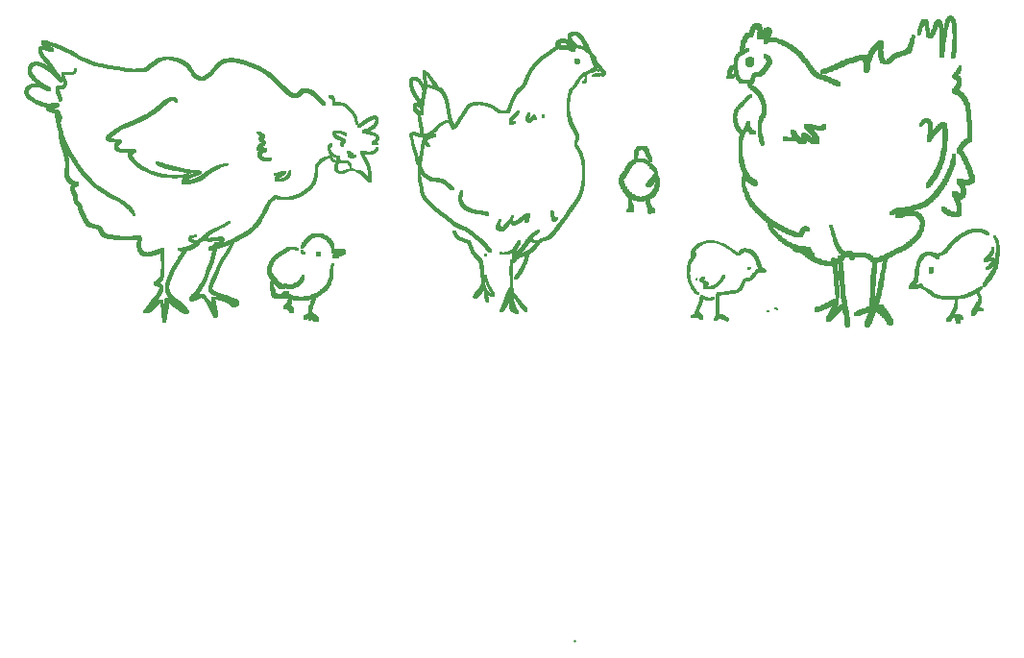
<source format=gbo>
G04*
G04 #@! TF.GenerationSoftware,Altium Limited,Altium Designer,19.0.10 (269)*
G04*
G04 Layer_Color=32896*
%FSLAX25Y25*%
%MOIN*%
G70*
G01*
G75*
G36*
X330255Y111685D02*
X330675D01*
Y111475D01*
X330885D01*
Y111265D01*
Y111055D01*
X331095D01*
Y110844D01*
Y110634D01*
X331305D01*
Y110424D01*
Y110214D01*
Y110004D01*
X331516D01*
Y109794D01*
Y109583D01*
Y109373D01*
Y109163D01*
X331726D01*
Y108953D01*
Y108743D01*
Y108533D01*
Y108323D01*
Y108112D01*
Y107902D01*
Y107692D01*
Y107482D01*
Y107272D01*
Y107062D01*
X331936D01*
Y106851D01*
Y106641D01*
Y106431D01*
Y106221D01*
Y106011D01*
Y105801D01*
Y105591D01*
Y105380D01*
Y105170D01*
Y104960D01*
Y104750D01*
Y104540D01*
Y104330D01*
Y104120D01*
Y103910D01*
Y103699D01*
Y103489D01*
Y103279D01*
Y103069D01*
Y102859D01*
Y102649D01*
Y102438D01*
Y102228D01*
Y102018D01*
Y101808D01*
Y101598D01*
Y101388D01*
Y101178D01*
Y100967D01*
Y100757D01*
Y100547D01*
X331726D01*
Y100337D01*
Y100127D01*
Y99917D01*
Y99707D01*
Y99496D01*
Y99286D01*
Y99076D01*
Y98866D01*
X331516D01*
Y98656D01*
Y98446D01*
Y98235D01*
Y98025D01*
X331305D01*
Y97815D01*
Y97605D01*
Y97395D01*
Y97185D01*
X331095D01*
Y96974D01*
Y96764D01*
X330045D01*
Y96974D01*
X329834D01*
Y97185D01*
Y97395D01*
Y97605D01*
Y97815D01*
Y98025D01*
Y98235D01*
Y98446D01*
Y98656D01*
Y98866D01*
Y99076D01*
Y99286D01*
X330045D01*
Y99496D01*
Y99707D01*
Y99917D01*
Y100127D01*
Y100337D01*
Y100547D01*
Y100757D01*
Y100967D01*
X330255D01*
Y101178D01*
Y101388D01*
Y101598D01*
Y101808D01*
Y102018D01*
Y102228D01*
Y102438D01*
Y102649D01*
Y102859D01*
Y103069D01*
Y103279D01*
Y103489D01*
X330465D01*
Y103699D01*
Y103910D01*
Y104120D01*
Y104330D01*
Y104540D01*
Y104750D01*
Y104960D01*
Y105170D01*
Y105380D01*
Y105591D01*
X330255D01*
Y105801D01*
Y106011D01*
Y106221D01*
Y106431D01*
Y106641D01*
Y106851D01*
Y107062D01*
Y107272D01*
Y107482D01*
Y107692D01*
Y107902D01*
Y108112D01*
Y108323D01*
X330045D01*
Y108533D01*
Y108743D01*
Y108953D01*
Y109163D01*
Y109373D01*
X329834D01*
Y109583D01*
Y109794D01*
X329414D01*
Y109583D01*
Y109373D01*
X329204D01*
Y109163D01*
Y108953D01*
Y108743D01*
X328994D01*
Y108533D01*
Y108323D01*
Y108112D01*
Y107902D01*
X328784D01*
Y107692D01*
Y107482D01*
Y107272D01*
Y107062D01*
Y106851D01*
X328573D01*
Y106641D01*
Y106431D01*
Y106221D01*
Y106011D01*
Y105801D01*
Y105591D01*
X328363D01*
Y105380D01*
Y105170D01*
Y104960D01*
Y104750D01*
Y104540D01*
Y104330D01*
Y104120D01*
X328153D01*
Y103910D01*
Y103699D01*
Y103489D01*
Y103279D01*
Y103069D01*
Y102859D01*
Y102649D01*
X327943D01*
Y102438D01*
Y102228D01*
Y102018D01*
Y101808D01*
Y101598D01*
Y101388D01*
Y101178D01*
Y100967D01*
X327733D01*
Y100757D01*
Y100547D01*
Y100337D01*
Y100127D01*
Y99917D01*
Y99707D01*
Y99496D01*
Y99286D01*
X327523D01*
Y99076D01*
Y98866D01*
Y98656D01*
Y98446D01*
Y98235D01*
Y98025D01*
Y97815D01*
Y97605D01*
X327313D01*
Y97395D01*
X327102D01*
Y97185D01*
X325841D01*
Y97395D01*
X325631D01*
Y97605D01*
Y97815D01*
Y98025D01*
Y98235D01*
Y98446D01*
Y98656D01*
Y98866D01*
Y99076D01*
Y99286D01*
Y99496D01*
Y99707D01*
Y99917D01*
X325841D01*
Y100127D01*
Y100337D01*
Y100547D01*
Y100757D01*
Y100967D01*
Y101178D01*
Y101388D01*
Y101598D01*
Y101808D01*
Y102018D01*
Y102228D01*
Y102438D01*
Y102649D01*
Y102859D01*
Y103069D01*
Y103279D01*
Y103489D01*
Y103699D01*
Y103910D01*
Y104120D01*
Y104330D01*
Y104540D01*
Y104750D01*
Y104960D01*
Y105170D01*
Y105380D01*
Y105591D01*
Y105801D01*
Y106011D01*
Y106221D01*
X325631D01*
Y106431D01*
Y106641D01*
Y106851D01*
Y107062D01*
Y107272D01*
Y107482D01*
X325421D01*
Y107692D01*
Y107902D01*
X325211D01*
Y107692D01*
Y107482D01*
Y107272D01*
X325001D01*
Y107062D01*
Y106851D01*
X324791D01*
Y106641D01*
Y106431D01*
Y106221D01*
X324581D01*
Y106011D01*
Y105801D01*
Y105591D01*
X324371D01*
Y105380D01*
Y105170D01*
X324160D01*
Y104960D01*
Y104750D01*
X323950D01*
Y104540D01*
Y104330D01*
X323740D01*
Y104120D01*
X323530D01*
Y103910D01*
X321639D01*
Y104120D01*
X321428D01*
Y104330D01*
X321218D01*
Y104540D01*
Y104750D01*
Y104960D01*
X321008D01*
Y105170D01*
Y105380D01*
Y105591D01*
Y105801D01*
Y106011D01*
Y106221D01*
Y106431D01*
Y106641D01*
X320798D01*
Y106851D01*
Y107062D01*
Y107272D01*
Y107482D01*
Y107692D01*
Y107902D01*
Y108112D01*
Y108323D01*
X320588D01*
Y108533D01*
X320378D01*
Y108323D01*
Y108112D01*
Y107902D01*
X320167D01*
Y107692D01*
Y107482D01*
X319957D01*
Y107272D01*
Y107062D01*
Y106851D01*
X319747D01*
Y106641D01*
Y106431D01*
Y106221D01*
X319537D01*
Y106011D01*
Y105801D01*
Y105591D01*
X319327D01*
Y105380D01*
Y105170D01*
X319117D01*
Y104960D01*
Y104750D01*
X318066D01*
Y104960D01*
Y105170D01*
Y105380D01*
Y105591D01*
Y105801D01*
Y106011D01*
Y106221D01*
Y106431D01*
Y106641D01*
X318276D01*
Y106851D01*
Y107062D01*
Y107272D01*
X318486D01*
Y107482D01*
Y107692D01*
Y107902D01*
Y108112D01*
X318696D01*
Y108323D01*
Y108533D01*
Y108743D01*
X318907D01*
Y108953D01*
Y109163D01*
X319117D01*
Y109373D01*
Y109583D01*
Y109794D01*
X319327D01*
Y110004D01*
X319537D01*
Y110214D01*
Y110424D01*
X319957D01*
Y110634D01*
X321218D01*
Y110424D01*
X321639D01*
Y110214D01*
X321849D01*
Y110004D01*
Y109794D01*
X322059D01*
Y109583D01*
Y109373D01*
Y109163D01*
X322269D01*
Y108953D01*
Y108743D01*
Y108533D01*
Y108323D01*
Y108112D01*
Y107902D01*
Y107692D01*
X322479D01*
Y107482D01*
Y107272D01*
Y107062D01*
Y106851D01*
Y106641D01*
Y106431D01*
Y106221D01*
Y106011D01*
X322689D01*
Y106221D01*
X322899D01*
Y106431D01*
Y106641D01*
Y106851D01*
X323110D01*
Y107062D01*
Y107272D01*
X323320D01*
Y107482D01*
Y107692D01*
Y107902D01*
X323530D01*
Y108112D01*
Y108323D01*
Y108533D01*
X323740D01*
Y108743D01*
Y108953D01*
X323950D01*
Y109163D01*
Y109373D01*
Y109583D01*
X324160D01*
Y109794D01*
X324371D01*
Y110004D01*
X324581D01*
Y110214D01*
X324791D01*
Y110424D01*
X326262D01*
Y110214D01*
X326472D01*
Y110004D01*
X326682D01*
Y109794D01*
Y109583D01*
Y109373D01*
X326892D01*
Y109163D01*
Y108953D01*
Y108743D01*
X327102D01*
Y108533D01*
Y108323D01*
Y108112D01*
Y107902D01*
Y107692D01*
X327313D01*
Y107902D01*
Y108112D01*
Y108323D01*
Y108533D01*
X327523D01*
Y108743D01*
Y108953D01*
Y109163D01*
Y109373D01*
X327733D01*
Y109583D01*
Y109794D01*
Y110004D01*
Y110214D01*
X327943D01*
Y110424D01*
Y110634D01*
X328153D01*
Y110844D01*
Y111055D01*
X328363D01*
Y111265D01*
X328573D01*
Y111475D01*
X328784D01*
Y111685D01*
X328994D01*
Y111895D01*
X330255D01*
Y111685D01*
D02*
G37*
G36*
X200318Y105943D02*
X200655D01*
Y105774D01*
X200992D01*
Y105606D01*
X201160D01*
Y105438D01*
X201329D01*
Y105269D01*
X201497D01*
Y105101D01*
X201666D01*
Y104932D01*
X201834D01*
Y104764D01*
X202003D01*
Y104595D01*
X202171D01*
Y104427D01*
X202340D01*
Y104258D01*
Y104090D01*
X202508D01*
Y103921D01*
X202677D01*
Y103753D01*
Y103585D01*
X202845D01*
Y103416D01*
Y103248D01*
X203013D01*
Y103079D01*
X203182D01*
Y102911D01*
Y102742D01*
X203350D01*
Y102574D01*
X203519D01*
Y102405D01*
Y102237D01*
X203687D01*
Y102068D01*
X203856D01*
Y101900D01*
Y101732D01*
X204024D01*
Y101563D01*
Y101395D01*
X204193D01*
Y101226D01*
Y101058D01*
X204361D01*
Y100889D01*
Y100721D01*
X204530D01*
Y100552D01*
Y100384D01*
X204698D01*
Y100216D01*
Y100047D01*
Y99879D01*
X204866D01*
Y99710D01*
Y99542D01*
X205035D01*
Y99373D01*
X205203D01*
Y99205D01*
Y99036D01*
X205372D01*
Y98868D01*
X205540D01*
Y98699D01*
X205709D01*
Y98531D01*
X205877D01*
Y98363D01*
X206046D01*
Y98194D01*
X206214D01*
Y98026D01*
Y97857D01*
X206382D01*
Y97689D01*
X206551D01*
Y97520D01*
X206719D01*
Y97352D01*
Y97183D01*
Y97015D01*
X206888D01*
Y96846D01*
Y96678D01*
Y96510D01*
Y96341D01*
X207056D01*
Y96173D01*
Y96004D01*
Y95836D01*
X207225D01*
Y95667D01*
X207393D01*
Y95499D01*
X207562D01*
Y95330D01*
X207730D01*
Y95162D01*
X207898D01*
Y94994D01*
Y94825D01*
X208067D01*
Y94657D01*
X208235D01*
Y94488D01*
X208404D01*
Y94320D01*
X208572D01*
Y94151D01*
X208741D01*
Y93983D01*
Y93814D01*
X208909D01*
Y93646D01*
X209078D01*
Y93477D01*
X209246D01*
Y93309D01*
X209415D01*
Y93141D01*
X209583D01*
Y92972D01*
Y92804D01*
X209752D01*
Y92635D01*
X209920D01*
Y92467D01*
X210088D01*
Y92298D01*
Y92130D01*
X210257D01*
Y91961D01*
Y91793D01*
Y91624D01*
Y91456D01*
Y91288D01*
X210088D01*
Y91119D01*
X209752D01*
Y90951D01*
X209583D01*
Y90782D01*
X209415D01*
Y90614D01*
X208404D01*
Y90782D01*
X208067D01*
Y90614D01*
X206888D01*
Y90445D01*
X205203D01*
Y90614D01*
Y90782D01*
Y90951D01*
Y91119D01*
Y91288D01*
X205372D01*
Y91456D01*
X205709D01*
Y91624D01*
X206214D01*
Y91793D01*
X207393D01*
Y91961D01*
X208404D01*
Y92130D01*
X208235D01*
Y92298D01*
X208067D01*
Y92467D01*
Y92635D01*
X207898D01*
Y92467D01*
Y92298D01*
X207056D01*
Y92467D01*
X206382D01*
Y92298D01*
X206046D01*
Y92130D01*
X205709D01*
Y91961D01*
X205372D01*
Y91793D01*
X204361D01*
Y91624D01*
X204024D01*
Y91456D01*
X203687D01*
Y91288D01*
X203519D01*
Y91119D01*
Y90951D01*
Y90782D01*
Y90614D01*
Y90445D01*
Y90277D01*
Y90108D01*
Y89940D01*
Y89771D01*
Y89603D01*
Y89435D01*
Y89266D01*
Y89098D01*
Y88929D01*
Y88761D01*
X203350D01*
Y88592D01*
Y88424D01*
X203013D01*
Y88255D01*
X201834D01*
Y88424D01*
Y88592D01*
Y88761D01*
Y88929D01*
Y89098D01*
X202171D01*
Y89266D01*
X202508D01*
Y89435D01*
Y89603D01*
Y89771D01*
X202677D01*
Y89940D01*
Y90108D01*
Y90277D01*
Y90445D01*
Y90614D01*
X202508D01*
Y90782D01*
Y90951D01*
X202340D01*
Y90782D01*
Y90614D01*
X202171D01*
Y90445D01*
X202003D01*
Y90277D01*
X201834D01*
Y90108D01*
X201666D01*
Y89940D01*
X201497D01*
Y89771D01*
Y89603D01*
X201329D01*
Y89435D01*
X201160D01*
Y89266D01*
Y89098D01*
X200992D01*
Y88929D01*
Y88761D01*
X200824D01*
Y88592D01*
X200655D01*
Y88424D01*
Y88255D01*
X200487D01*
Y88087D01*
Y87919D01*
X200318D01*
Y87750D01*
X200150D01*
Y87582D01*
Y87413D01*
X199981D01*
Y87245D01*
X199813D01*
Y87076D01*
Y86908D01*
X199644D01*
Y86739D01*
X199476D01*
Y86571D01*
X199308D01*
Y86402D01*
X199139D01*
Y86234D01*
X198634D01*
Y86066D01*
Y85897D01*
X198465D01*
Y85729D01*
Y85560D01*
X198297D01*
Y85392D01*
Y85223D01*
Y85055D01*
X198128D01*
Y84886D01*
Y84718D01*
Y84549D01*
Y84381D01*
X197960D01*
Y84213D01*
Y84044D01*
Y83876D01*
Y83707D01*
Y83539D01*
Y83370D01*
Y83202D01*
Y83033D01*
X197791D01*
Y82865D01*
Y82696D01*
Y82528D01*
Y82360D01*
Y82191D01*
Y82023D01*
Y81854D01*
X197623D01*
Y81686D01*
Y81517D01*
Y81349D01*
Y81180D01*
Y81012D01*
Y80844D01*
Y80675D01*
Y80507D01*
Y80338D01*
Y80170D01*
Y80001D01*
Y79833D01*
Y79664D01*
Y79496D01*
Y79327D01*
Y79159D01*
Y78991D01*
Y78822D01*
Y78654D01*
Y78485D01*
X197791D01*
Y78317D01*
Y78148D01*
Y77980D01*
Y77811D01*
Y77643D01*
X197960D01*
Y77474D01*
Y77306D01*
Y77138D01*
Y76969D01*
X198128D01*
Y76801D01*
Y76632D01*
Y76464D01*
Y76295D01*
Y76127D01*
X198297D01*
Y75958D01*
Y75790D01*
Y75621D01*
Y75453D01*
X198465D01*
Y75285D01*
Y75116D01*
Y74948D01*
X198634D01*
Y74779D01*
Y74611D01*
X198802D01*
Y74442D01*
Y74274D01*
Y74105D01*
X198971D01*
Y73937D01*
Y73769D01*
X199139D01*
Y73600D01*
Y73432D01*
X199308D01*
Y73263D01*
Y73095D01*
X199476D01*
Y72926D01*
Y72758D01*
X199644D01*
Y72589D01*
Y72421D01*
X199813D01*
Y72252D01*
Y72084D01*
X199981D01*
Y71916D01*
X200150D01*
Y71747D01*
Y71579D01*
X200318D01*
Y71410D01*
Y71242D01*
X200487D01*
Y71073D01*
Y70905D01*
X200655D01*
Y70736D01*
Y70568D01*
Y70399D01*
Y70231D01*
Y70063D01*
Y69894D01*
Y69726D01*
Y69557D01*
Y69389D01*
Y69220D01*
Y69052D01*
Y68883D01*
Y68715D01*
Y68546D01*
X200487D01*
Y68378D01*
Y68210D01*
X200318D01*
Y68041D01*
Y67873D01*
X200150D01*
Y67704D01*
Y67536D01*
Y67367D01*
X199981D01*
Y67199D01*
X200150D01*
Y67030D01*
X200318D01*
Y66862D01*
Y66694D01*
X200487D01*
Y66525D01*
X200655D01*
Y66357D01*
Y66188D01*
X200824D01*
Y66020D01*
Y65851D01*
X200992D01*
Y65683D01*
Y65514D01*
X201160D01*
Y65346D01*
X201329D01*
Y65177D01*
Y65009D01*
X201497D01*
Y64841D01*
X201666D01*
Y64672D01*
Y64504D01*
X201834D01*
Y64335D01*
Y64167D01*
X202003D01*
Y63998D01*
Y63830D01*
Y63661D01*
X202171D01*
Y63493D01*
Y63324D01*
Y63156D01*
Y62988D01*
X202340D01*
Y62819D01*
Y62651D01*
Y62482D01*
X202508D01*
Y62314D01*
Y62145D01*
Y61977D01*
Y61808D01*
X202677D01*
Y61640D01*
Y61471D01*
Y61303D01*
Y61135D01*
Y60966D01*
Y60798D01*
X202845D01*
Y60629D01*
Y60461D01*
Y60292D01*
Y60124D01*
Y59955D01*
Y59787D01*
Y59619D01*
Y59450D01*
Y59282D01*
Y59113D01*
Y58945D01*
Y58776D01*
Y58608D01*
Y58439D01*
Y58271D01*
Y58103D01*
Y57934D01*
Y57766D01*
Y57597D01*
Y57429D01*
Y57260D01*
Y57092D01*
Y56923D01*
Y56755D01*
Y56586D01*
Y56418D01*
Y56249D01*
Y56081D01*
Y55913D01*
Y55744D01*
Y55576D01*
Y55407D01*
Y55239D01*
Y55070D01*
Y54902D01*
Y54733D01*
Y54565D01*
Y54396D01*
Y54228D01*
Y54060D01*
Y53891D01*
Y53723D01*
Y53554D01*
X202677D01*
Y53386D01*
Y53217D01*
Y53049D01*
Y52880D01*
Y52712D01*
Y52543D01*
X202508D01*
Y52375D01*
Y52207D01*
Y52038D01*
Y51870D01*
Y51701D01*
X202340D01*
Y51533D01*
Y51364D01*
Y51196D01*
Y51028D01*
Y50859D01*
X202171D01*
Y50691D01*
Y50522D01*
Y50354D01*
X202003D01*
Y50185D01*
Y50017D01*
Y49848D01*
X201834D01*
Y49680D01*
Y49511D01*
Y49343D01*
X201666D01*
Y49174D01*
Y49006D01*
X201497D01*
Y48838D01*
Y48669D01*
X201329D01*
Y48501D01*
Y48332D01*
X201160D01*
Y48164D01*
Y47995D01*
X200992D01*
Y47827D01*
Y47658D01*
X200824D01*
Y47490D01*
X200655D01*
Y47322D01*
Y47153D01*
X200487D01*
Y46985D01*
X200318D01*
Y46816D01*
Y46648D01*
X200150D01*
Y46479D01*
X199981D01*
Y46311D01*
Y46142D01*
X199813D01*
Y45974D01*
X199644D01*
Y45805D01*
Y45637D01*
X199476D01*
Y45469D01*
X199308D01*
Y45300D01*
Y45132D01*
X199139D01*
Y44963D01*
X198971D01*
Y44795D01*
Y44626D01*
X198802D01*
Y44458D01*
X198634D01*
Y44289D01*
Y44121D01*
X198465D01*
Y43953D01*
X198297D01*
Y43784D01*
Y43616D01*
X198128D01*
Y43447D01*
X197960D01*
Y43279D01*
Y43110D01*
X197791D01*
Y42942D01*
Y42773D01*
X197623D01*
Y42605D01*
X197455D01*
Y42436D01*
Y42268D01*
X197286D01*
Y42099D01*
X197118D01*
Y41931D01*
Y41763D01*
X196949D01*
Y41594D01*
X196781D01*
Y41426D01*
Y41257D01*
X196612D01*
Y41089D01*
X196444D01*
Y40920D01*
Y40752D01*
X196275D01*
Y40583D01*
X196107D01*
Y40415D01*
X195938D01*
Y40246D01*
Y40078D01*
X195770D01*
Y39910D01*
X195601D01*
Y39741D01*
X195433D01*
Y39573D01*
X195265D01*
Y39404D01*
Y39236D01*
X195096D01*
Y39067D01*
X194928D01*
Y38899D01*
X194759D01*
Y38730D01*
Y38562D01*
X194591D01*
Y38394D01*
X194422D01*
Y38225D01*
X194254D01*
Y38057D01*
X194085D01*
Y37888D01*
Y37720D01*
X193917D01*
Y37551D01*
X193749D01*
Y37383D01*
X193580D01*
Y37214D01*
X193412D01*
Y37046D01*
X193243D01*
Y36878D01*
Y36709D01*
X193075D01*
Y36541D01*
X192906D01*
Y36372D01*
X192738D01*
Y36204D01*
Y36035D01*
X192569D01*
Y35867D01*
X192401D01*
Y35698D01*
X192233D01*
Y35530D01*
X192064D01*
Y35361D01*
X191896D01*
Y35193D01*
X191727D01*
Y35024D01*
X191559D01*
Y34856D01*
X191390D01*
Y34688D01*
X191222D01*
Y34519D01*
X191053D01*
Y34351D01*
X190716D01*
Y34182D01*
X190548D01*
Y34014D01*
X190211D01*
Y33845D01*
X189537D01*
Y33677D01*
X188695D01*
Y33508D01*
X188190D01*
Y33340D01*
X187853D01*
Y33171D01*
X187684D01*
Y33003D01*
X187347D01*
Y32835D01*
X187179D01*
Y32666D01*
X187010D01*
Y32498D01*
Y32329D01*
X186842D01*
Y32161D01*
X186674D01*
Y31992D01*
X186505D01*
Y31824D01*
Y31655D01*
X186337D01*
Y31487D01*
X186168D01*
Y31319D01*
X186000D01*
Y31150D01*
Y30982D01*
X185831D01*
Y30813D01*
X185663D01*
Y30645D01*
X185494D01*
Y30476D01*
Y30308D01*
X185326D01*
Y30139D01*
X185158D01*
Y29971D01*
X184821D01*
Y29803D01*
X184652D01*
Y29634D01*
X184315D01*
Y29466D01*
X184147D01*
Y29297D01*
X183810D01*
Y29129D01*
X183641D01*
Y28960D01*
X183473D01*
Y28792D01*
X183305D01*
Y28623D01*
Y28455D01*
Y28286D01*
Y28118D01*
Y27950D01*
X183136D01*
Y27781D01*
Y27613D01*
Y27444D01*
Y27276D01*
X182968D01*
Y27107D01*
Y26939D01*
Y26770D01*
Y26602D01*
X182799D01*
Y26433D01*
Y26265D01*
Y26096D01*
X182631D01*
Y25928D01*
Y25760D01*
Y25591D01*
X182462D01*
Y25423D01*
Y25254D01*
Y25086D01*
X182294D01*
Y24917D01*
Y24749D01*
Y24580D01*
X182125D01*
Y24412D01*
Y24243D01*
X181957D01*
Y24075D01*
Y23907D01*
X181788D01*
Y23738D01*
Y23570D01*
X181620D01*
Y23401D01*
Y23233D01*
X181451D01*
Y23064D01*
X181283D01*
Y22896D01*
Y22727D01*
X181115D01*
Y22559D01*
Y22391D01*
X180946D01*
Y22222D01*
X180778D01*
Y22054D01*
Y21885D01*
X180609D01*
Y21717D01*
X180441D01*
Y21548D01*
X180272D01*
Y21380D01*
Y21211D01*
X180104D01*
Y21043D01*
X179935D01*
Y20875D01*
X179767D01*
Y20706D01*
X179599D01*
Y20538D01*
X179430D01*
Y20369D01*
X179262D01*
Y20201D01*
X178083D01*
Y20369D01*
Y20538D01*
Y20706D01*
Y20875D01*
Y21043D01*
X178251D01*
Y21211D01*
Y21380D01*
X178419D01*
Y21548D01*
X178588D01*
Y21717D01*
Y21885D01*
X178756D01*
Y22054D01*
X178925D01*
Y22222D01*
X179093D01*
Y22391D01*
Y22559D01*
X179262D01*
Y22727D01*
X179430D01*
Y22896D01*
Y23064D01*
X179599D01*
Y23233D01*
X179767D01*
Y23401D01*
X179935D01*
Y23570D01*
Y23738D01*
X180104D01*
Y23907D01*
Y24075D01*
X180272D01*
Y24243D01*
X180441D01*
Y24412D01*
Y24580D01*
X180609D01*
Y24749D01*
Y24917D01*
X180778D01*
Y25086D01*
Y25254D01*
X180946D01*
Y25423D01*
Y25591D01*
X181115D01*
Y25760D01*
Y25928D01*
X181283D01*
Y26096D01*
Y26265D01*
X181451D01*
Y26433D01*
Y26602D01*
Y26770D01*
X181620D01*
Y26939D01*
Y27107D01*
Y27276D01*
X181788D01*
Y27444D01*
Y27613D01*
Y27781D01*
Y27950D01*
X181957D01*
Y28118D01*
X181283D01*
Y27950D01*
X180778D01*
Y27781D01*
X180272D01*
Y27613D01*
X179935D01*
Y27444D01*
X179767D01*
Y27276D01*
X179430D01*
Y27107D01*
X179262D01*
Y26939D01*
X179093D01*
Y26770D01*
Y26602D01*
X178925D01*
Y26433D01*
X178756D01*
Y26265D01*
X178588D01*
Y26096D01*
X178419D01*
Y25928D01*
X178251D01*
Y25760D01*
X177746D01*
Y25591D01*
Y25423D01*
Y25254D01*
Y25086D01*
Y24917D01*
Y24749D01*
Y24580D01*
Y24412D01*
Y24243D01*
Y24075D01*
Y23907D01*
Y23738D01*
Y23570D01*
Y23401D01*
Y23233D01*
Y23064D01*
Y22896D01*
Y22727D01*
Y22559D01*
Y22391D01*
Y22222D01*
Y22054D01*
Y21885D01*
Y21717D01*
Y21548D01*
Y21380D01*
Y21211D01*
Y21043D01*
Y20875D01*
Y20706D01*
Y20538D01*
Y20369D01*
Y20201D01*
Y20032D01*
Y19864D01*
Y19695D01*
Y19527D01*
Y19358D01*
Y19190D01*
Y19022D01*
Y18853D01*
X177914D01*
Y18685D01*
Y18516D01*
Y18348D01*
Y18179D01*
Y18011D01*
Y17842D01*
Y17674D01*
Y17505D01*
Y17337D01*
X178083D01*
Y17168D01*
Y17000D01*
X178251D01*
Y16832D01*
Y16663D01*
Y16495D01*
Y16326D01*
Y16158D01*
Y15989D01*
Y15821D01*
Y15653D01*
Y15484D01*
X178419D01*
Y15316D01*
X178588D01*
Y15147D01*
X178756D01*
Y14979D01*
X178925D01*
Y14810D01*
X179093D01*
Y14642D01*
X179262D01*
Y14473D01*
X179430D01*
Y14305D01*
X179599D01*
Y14136D01*
Y13968D01*
X179767D01*
Y13800D01*
X179935D01*
Y13631D01*
X180104D01*
Y13463D01*
X180272D01*
Y13294D01*
Y13126D01*
X180441D01*
Y12957D01*
X180609D01*
Y12789D01*
X180778D01*
Y12620D01*
Y12452D01*
X180946D01*
Y12283D01*
X181115D01*
Y12115D01*
X181283D01*
Y11947D01*
Y11778D01*
X181451D01*
Y11610D01*
X181620D01*
Y11441D01*
X181788D01*
Y11273D01*
X181957D01*
Y11104D01*
X182125D01*
Y10936D01*
X182294D01*
Y10767D01*
X182462D01*
Y10599D01*
Y10430D01*
X182631D01*
Y10262D01*
X182799D01*
Y10094D01*
Y9925D01*
Y9757D01*
Y9588D01*
Y9420D01*
Y9251D01*
Y9083D01*
Y8914D01*
X181788D01*
Y9083D01*
X181620D01*
Y9251D01*
X181451D01*
Y9420D01*
X181283D01*
Y9588D01*
X181115D01*
Y9757D01*
X180946D01*
Y9925D01*
X180778D01*
Y10094D01*
Y10262D01*
X180609D01*
Y10430D01*
X180441D01*
Y10599D01*
X180272D01*
Y10767D01*
Y10936D01*
X180104D01*
Y11104D01*
X179935D01*
Y11273D01*
X179767D01*
Y11441D01*
Y11610D01*
X179599D01*
Y11778D01*
X179430D01*
Y11947D01*
Y12115D01*
X179262D01*
Y12283D01*
X179093D01*
Y12452D01*
Y12620D01*
X178925D01*
Y12789D01*
X178756D01*
Y12957D01*
Y13126D01*
X178588D01*
Y13294D01*
X178419D01*
Y13463D01*
X178251D01*
Y13631D01*
Y13800D01*
X178083D01*
Y13631D01*
Y13463D01*
Y13294D01*
Y13126D01*
X178251D01*
Y12957D01*
Y12789D01*
Y12620D01*
Y12452D01*
X178419D01*
Y12283D01*
Y12115D01*
Y11947D01*
X178588D01*
Y11778D01*
Y11610D01*
Y11441D01*
X178756D01*
Y11273D01*
Y11104D01*
Y10936D01*
X178925D01*
Y10767D01*
Y10599D01*
Y10430D01*
X179093D01*
Y10262D01*
Y10094D01*
X179262D01*
Y9925D01*
X179430D01*
Y9757D01*
X179599D01*
Y9588D01*
X179767D01*
Y9420D01*
X179935D01*
Y9251D01*
Y9083D01*
Y8914D01*
Y8746D01*
Y8578D01*
Y8409D01*
X179767D01*
Y8241D01*
X178588D01*
Y8409D01*
X178251D01*
Y8578D01*
X177746D01*
Y8746D01*
X177577D01*
Y8914D01*
X177240D01*
Y9083D01*
X177072D01*
Y9251D01*
X176903D01*
Y9420D01*
Y9588D01*
X176735D01*
Y9757D01*
Y9925D01*
X176566D01*
Y10094D01*
Y10262D01*
Y10430D01*
Y10599D01*
Y10767D01*
Y10936D01*
Y11104D01*
Y11273D01*
Y11441D01*
Y11610D01*
Y11778D01*
Y11947D01*
Y12115D01*
X176398D01*
Y11947D01*
Y11778D01*
X176230D01*
Y11610D01*
Y11441D01*
X176061D01*
Y11273D01*
X175893D01*
Y11104D01*
Y10936D01*
X175724D01*
Y10767D01*
Y10599D01*
X175556D01*
Y10430D01*
X175387D01*
Y10262D01*
Y10094D01*
X175219D01*
Y9925D01*
X175050D01*
Y9757D01*
Y9588D01*
X174882D01*
Y9420D01*
Y9251D01*
X174713D01*
Y9083D01*
X174545D01*
Y8914D01*
Y8746D01*
X173197D01*
Y8914D01*
Y9083D01*
Y9251D01*
Y9420D01*
Y9588D01*
Y9757D01*
Y9925D01*
X173366D01*
Y10094D01*
Y10262D01*
X173534D01*
Y10430D01*
Y10599D01*
X173703D01*
Y10767D01*
Y10936D01*
X173871D01*
Y11104D01*
Y11273D01*
Y11441D01*
X174040D01*
Y11610D01*
Y11778D01*
Y11947D01*
X174208D01*
Y12115D01*
Y12283D01*
X174376D01*
Y12452D01*
Y12620D01*
Y12789D01*
X174545D01*
Y12957D01*
Y13126D01*
Y13294D01*
X174713D01*
Y13463D01*
Y13631D01*
Y13800D01*
X174882D01*
Y13968D01*
Y14136D01*
Y14305D01*
X175050D01*
Y14473D01*
Y14642D01*
Y14810D01*
X175219D01*
Y14979D01*
Y15147D01*
X175387D01*
Y15316D01*
Y15484D01*
X175556D01*
Y15653D01*
Y15821D01*
X175724D01*
Y15989D01*
Y16158D01*
X175893D01*
Y16326D01*
Y16495D01*
X176061D01*
Y16663D01*
Y16832D01*
X176230D01*
Y17000D01*
Y17168D01*
X176398D01*
Y17337D01*
X176566D01*
Y17505D01*
Y17674D01*
X176735D01*
Y17842D01*
Y18011D01*
Y18179D01*
Y18348D01*
Y18516D01*
Y18685D01*
Y18853D01*
Y19022D01*
Y19190D01*
Y19358D01*
Y19527D01*
Y19695D01*
Y19864D01*
Y20032D01*
Y20201D01*
Y20369D01*
Y20538D01*
Y20706D01*
Y20875D01*
Y21043D01*
Y21211D01*
Y21380D01*
Y21548D01*
X176566D01*
Y21717D01*
Y21885D01*
Y22054D01*
Y22222D01*
Y22391D01*
Y22559D01*
Y22727D01*
Y22896D01*
Y23064D01*
Y23233D01*
Y23401D01*
Y23570D01*
Y23738D01*
Y23907D01*
Y24075D01*
Y24243D01*
Y24412D01*
Y24580D01*
Y24749D01*
Y24917D01*
X176735D01*
Y25086D01*
Y25254D01*
Y25423D01*
Y25591D01*
Y25760D01*
Y25928D01*
Y26096D01*
Y26265D01*
Y26433D01*
Y26602D01*
Y26770D01*
X176903D01*
Y26939D01*
Y27107D01*
Y27276D01*
X177409D01*
Y27444D01*
Y27613D01*
Y27781D01*
Y27950D01*
Y28118D01*
Y28286D01*
Y28455D01*
Y28623D01*
Y28792D01*
Y28960D01*
Y29129D01*
X177577D01*
Y29297D01*
X177240D01*
Y29129D01*
X176735D01*
Y28960D01*
X175893D01*
Y28792D01*
X173029D01*
Y28960D01*
Y29129D01*
Y29297D01*
Y29466D01*
Y29634D01*
Y29803D01*
X174040D01*
Y29634D01*
X174713D01*
Y29803D01*
X175724D01*
Y29971D01*
X176230D01*
Y30139D01*
X176735D01*
Y30308D01*
X176903D01*
Y30476D01*
X177240D01*
Y30645D01*
X177409D01*
Y30813D01*
X177577D01*
Y30982D01*
X177746D01*
Y31150D01*
X177914D01*
Y31319D01*
Y31487D01*
X178083D01*
Y31655D01*
X178251D01*
Y31824D01*
Y31992D01*
X178419D01*
Y32161D01*
X178588D01*
Y32329D01*
Y32498D01*
X178756D01*
Y32666D01*
X178925D01*
Y32835D01*
Y33003D01*
X179093D01*
Y33171D01*
X179262D01*
Y33340D01*
Y33508D01*
X179430D01*
Y33677D01*
X179599D01*
Y33845D01*
X180609D01*
Y33677D01*
Y33508D01*
Y33340D01*
Y33171D01*
Y33003D01*
Y32835D01*
Y32666D01*
Y32498D01*
X180441D01*
Y32329D01*
Y32161D01*
X180272D01*
Y31992D01*
X180104D01*
Y31824D01*
X179935D01*
Y31655D01*
Y31487D01*
X179767D01*
Y31319D01*
X179599D01*
Y31150D01*
Y30982D01*
X179430D01*
Y30813D01*
Y30645D01*
X179262D01*
Y30476D01*
X179093D01*
Y30308D01*
Y30139D01*
X179262D01*
Y30308D01*
X179430D01*
Y30476D01*
X179599D01*
Y30645D01*
X179767D01*
Y30813D01*
X179935D01*
Y30982D01*
X180104D01*
Y31150D01*
X180272D01*
Y31319D01*
X180441D01*
Y31487D01*
X180609D01*
Y31655D01*
X180778D01*
Y31824D01*
X180946D01*
Y31992D01*
Y32161D01*
X181115D01*
Y32329D01*
X181283D01*
Y32498D01*
X181451D01*
Y32666D01*
Y32835D01*
X181620D01*
Y33003D01*
X181788D01*
Y33171D01*
Y33340D01*
X181957D01*
Y33508D01*
X182125D01*
Y33677D01*
Y33845D01*
X182294D01*
Y34014D01*
Y34182D01*
X182462D01*
Y34351D01*
X182631D01*
Y34519D01*
Y34688D01*
X182799D01*
Y34856D01*
X182968D01*
Y35024D01*
X183136D01*
Y35193D01*
X183305D01*
Y35361D01*
Y35530D01*
X183473D01*
Y35698D01*
X183641D01*
Y35867D01*
X183810D01*
Y36035D01*
X183978D01*
Y36204D01*
X184315D01*
Y36372D01*
X184484D01*
Y36541D01*
X184652D01*
Y36709D01*
X184989D01*
Y36878D01*
X185158D01*
Y37046D01*
X185494D01*
Y37214D01*
X185663D01*
Y37383D01*
X186000D01*
Y37551D01*
X186168D01*
Y37720D01*
X187010D01*
Y37551D01*
Y37383D01*
Y37214D01*
Y37046D01*
Y36878D01*
Y36709D01*
X186842D01*
Y36541D01*
X186674D01*
Y36372D01*
X186505D01*
Y36204D01*
X186337D01*
Y36035D01*
X186168D01*
Y35867D01*
X186000D01*
Y35698D01*
X185831D01*
Y35530D01*
X185494D01*
Y35361D01*
X185326D01*
Y35193D01*
X185158D01*
Y35024D01*
X184989D01*
Y34856D01*
X184821D01*
Y34688D01*
X184652D01*
Y34519D01*
Y34351D01*
X184821D01*
Y34182D01*
X185158D01*
Y34014D01*
X186674D01*
Y34182D01*
X187010D01*
Y34351D01*
X187179D01*
Y34519D01*
X187516D01*
Y34688D01*
X188021D01*
Y34856D01*
X188526D01*
Y35024D01*
X189032D01*
Y35193D01*
X189537D01*
Y35361D01*
X189874D01*
Y35530D01*
X190043D01*
Y35698D01*
X190211D01*
Y35867D01*
X190380D01*
Y36035D01*
X190548D01*
Y36204D01*
X190716D01*
Y36372D01*
X190885D01*
Y36541D01*
X191053D01*
Y36709D01*
X191222D01*
Y36878D01*
X191390D01*
Y37046D01*
X191559D01*
Y37214D01*
X191727D01*
Y37383D01*
Y37551D01*
X191896D01*
Y37720D01*
X192064D01*
Y37888D01*
X192233D01*
Y38057D01*
Y38225D01*
X192401D01*
Y38394D01*
X192569D01*
Y38562D01*
X192738D01*
Y38730D01*
X192906D01*
Y38899D01*
Y39067D01*
X193075D01*
Y39236D01*
X193243D01*
Y39404D01*
X193412D01*
Y39573D01*
X193580D01*
Y39741D01*
X193749D01*
Y39910D01*
Y40078D01*
X193917D01*
Y40246D01*
X194085D01*
Y40415D01*
X194254D01*
Y40583D01*
Y40752D01*
X194422D01*
Y40920D01*
X194591D01*
Y41089D01*
X194759D01*
Y41257D01*
X194928D01*
Y41426D01*
Y41594D01*
X195096D01*
Y41763D01*
X195265D01*
Y41931D01*
X195433D01*
Y42099D01*
Y42268D01*
X195601D01*
Y42436D01*
X195770D01*
Y42605D01*
Y42773D01*
X195938D01*
Y42942D01*
X196107D01*
Y43110D01*
Y43279D01*
X196275D01*
Y43447D01*
X196444D01*
Y43616D01*
Y43784D01*
X196612D01*
Y43953D01*
Y44121D01*
X196781D01*
Y44289D01*
X196949D01*
Y44458D01*
Y44626D01*
X197118D01*
Y44795D01*
X197286D01*
Y44963D01*
Y45132D01*
X197455D01*
Y45300D01*
X197623D01*
Y45469D01*
Y45637D01*
X197791D01*
Y45805D01*
X197960D01*
Y45974D01*
Y46142D01*
X198128D01*
Y46311D01*
X198297D01*
Y46479D01*
Y46648D01*
X198465D01*
Y46816D01*
X198634D01*
Y46985D01*
Y47153D01*
X198802D01*
Y47322D01*
X198971D01*
Y47490D01*
Y47658D01*
X199139D01*
Y47827D01*
X199308D01*
Y47995D01*
Y48164D01*
X199476D01*
Y48332D01*
X199644D01*
Y48501D01*
Y48669D01*
X199813D01*
Y48838D01*
Y49006D01*
X199981D01*
Y49174D01*
Y49343D01*
X200150D01*
Y49511D01*
X200318D01*
Y49680D01*
Y49848D01*
X200487D01*
Y50017D01*
Y50185D01*
Y50354D01*
X200655D01*
Y50522D01*
Y50691D01*
X200824D01*
Y50859D01*
Y51028D01*
Y51196D01*
X200992D01*
Y51364D01*
Y51533D01*
Y51701D01*
Y51870D01*
X201160D01*
Y52038D01*
Y52207D01*
Y52375D01*
Y52543D01*
Y52712D01*
X201329D01*
Y52880D01*
Y53049D01*
Y53217D01*
Y53386D01*
Y53554D01*
X201497D01*
Y53723D01*
Y53891D01*
Y54060D01*
Y54228D01*
Y54396D01*
Y54565D01*
X201666D01*
Y54733D01*
Y54902D01*
Y55070D01*
Y55239D01*
Y55407D01*
Y55576D01*
Y55744D01*
Y55913D01*
Y56081D01*
Y56249D01*
Y56418D01*
Y56586D01*
Y56755D01*
Y56923D01*
Y57092D01*
Y57260D01*
Y57429D01*
Y57597D01*
Y57766D01*
Y57934D01*
Y58103D01*
Y58271D01*
Y58439D01*
Y58608D01*
Y58776D01*
Y58945D01*
Y59113D01*
Y59282D01*
Y59450D01*
Y59619D01*
Y59787D01*
Y59955D01*
X201497D01*
Y60124D01*
Y60292D01*
Y60461D01*
Y60629D01*
Y60798D01*
Y60966D01*
Y61135D01*
X201329D01*
Y61303D01*
Y61471D01*
Y61640D01*
Y61808D01*
X201160D01*
Y61977D01*
Y62145D01*
Y62314D01*
Y62482D01*
X200992D01*
Y62651D01*
Y62819D01*
Y62988D01*
X200824D01*
Y63156D01*
Y63324D01*
Y63493D01*
Y63661D01*
X200655D01*
Y63830D01*
Y63998D01*
X200487D01*
Y64167D01*
Y64335D01*
X200318D01*
Y64504D01*
Y64672D01*
X200150D01*
Y64841D01*
Y65009D01*
Y65177D01*
X199981D01*
Y65346D01*
X199813D01*
Y65514D01*
X199644D01*
Y65683D01*
X199476D01*
Y65851D01*
X199308D01*
Y66020D01*
Y66188D01*
X199139D01*
Y66357D01*
Y66525D01*
Y66694D01*
X198971D01*
Y66862D01*
Y67030D01*
Y67199D01*
Y67367D01*
Y67536D01*
Y67704D01*
Y67873D01*
Y68041D01*
X199139D01*
Y68210D01*
Y68378D01*
Y68546D01*
X199308D01*
Y68715D01*
Y68883D01*
Y69052D01*
X199476D01*
Y69220D01*
Y69389D01*
Y69557D01*
Y69726D01*
Y69894D01*
X199308D01*
Y70063D01*
Y70231D01*
X199139D01*
Y70399D01*
Y70568D01*
X198971D01*
Y70736D01*
X198802D01*
Y70905D01*
Y71073D01*
X198634D01*
Y71242D01*
Y71410D01*
X198465D01*
Y71579D01*
Y71747D01*
X198297D01*
Y71916D01*
Y72084D01*
X198128D01*
Y72252D01*
Y72421D01*
X197960D01*
Y72589D01*
Y72758D01*
X197791D01*
Y72926D01*
Y73095D01*
X197623D01*
Y73263D01*
Y73432D01*
X197455D01*
Y73600D01*
Y73769D01*
Y73937D01*
X197286D01*
Y74105D01*
Y74274D01*
Y74442D01*
X197118D01*
Y74611D01*
Y74779D01*
Y74948D01*
X196949D01*
Y75116D01*
Y75285D01*
Y75453D01*
Y75621D01*
X196781D01*
Y75790D01*
Y75958D01*
Y76127D01*
Y76295D01*
Y76464D01*
X196612D01*
Y76632D01*
Y76801D01*
Y76969D01*
Y77138D01*
Y77306D01*
X196444D01*
Y77474D01*
Y77643D01*
Y77811D01*
Y77980D01*
Y78148D01*
Y78317D01*
Y78485D01*
Y78654D01*
Y78822D01*
Y78991D01*
Y79159D01*
Y79327D01*
Y79496D01*
Y79664D01*
Y79833D01*
Y80001D01*
Y80170D01*
Y80338D01*
Y80507D01*
Y80675D01*
Y80844D01*
Y81012D01*
Y81180D01*
Y81349D01*
Y81517D01*
Y81686D01*
Y81854D01*
Y82023D01*
Y82191D01*
Y82360D01*
Y82528D01*
X196612D01*
Y82696D01*
Y82865D01*
Y83033D01*
Y83202D01*
Y83370D01*
X196781D01*
Y83539D01*
Y83707D01*
Y83876D01*
Y84044D01*
Y84213D01*
X196949D01*
Y84381D01*
Y84549D01*
Y84718D01*
Y84886D01*
Y85055D01*
X197118D01*
Y85223D01*
Y85392D01*
Y85560D01*
X197286D01*
Y85729D01*
Y85897D01*
Y86066D01*
X197455D01*
Y86234D01*
Y86402D01*
X197623D01*
Y86571D01*
X197791D01*
Y86739D01*
X198297D01*
Y86908D01*
Y87076D01*
Y87245D01*
Y87413D01*
X198465D01*
Y87582D01*
X198634D01*
Y87750D01*
X198802D01*
Y87919D01*
X198971D01*
Y88087D01*
X199139D01*
Y88255D01*
Y88424D01*
X199308D01*
Y88592D01*
X199476D01*
Y88761D01*
Y88929D01*
Y89098D01*
X199644D01*
Y89266D01*
X199813D01*
Y89435D01*
X199981D01*
Y89603D01*
Y89771D01*
X200150D01*
Y89940D01*
X200318D01*
Y90108D01*
Y90277D01*
X200487D01*
Y90445D01*
X200655D01*
Y90614D01*
X200824D01*
Y90782D01*
Y90951D01*
X200992D01*
Y91119D01*
X201160D01*
Y91288D01*
X201329D01*
Y91456D01*
X201497D01*
Y91624D01*
X201666D01*
Y91793D01*
X201834D01*
Y91961D01*
X202171D01*
Y92130D01*
X202508D01*
Y92298D01*
X203182D01*
Y92467D01*
X203519D01*
Y92635D01*
X203856D01*
Y92804D01*
X204193D01*
Y92972D01*
X204361D01*
Y93141D01*
X204698D01*
Y93309D01*
X204866D01*
Y93477D01*
X205035D01*
Y93646D01*
X205372D01*
Y93814D01*
X205540D01*
Y93983D01*
X205709D01*
Y94151D01*
Y94320D01*
Y94488D01*
X205540D01*
Y94657D01*
Y94825D01*
X205372D01*
Y94994D01*
Y95162D01*
X205203D01*
Y95330D01*
Y95499D01*
Y95667D01*
X205035D01*
Y95836D01*
Y96004D01*
Y96173D01*
X204866D01*
Y96341D01*
Y96510D01*
Y96678D01*
X204698D01*
Y96846D01*
Y97015D01*
Y97183D01*
Y97352D01*
X204530D01*
Y97520D01*
Y97689D01*
Y97857D01*
X204361D01*
Y98026D01*
Y98194D01*
X204193D01*
Y98363D01*
X204024D01*
Y98531D01*
X203856D01*
Y98699D01*
X203687D01*
Y98868D01*
X203350D01*
Y99036D01*
X203182D01*
Y99205D01*
X203013D01*
Y99373D01*
X202845D01*
Y99542D01*
X202508D01*
Y99710D01*
X202340D01*
Y99879D01*
X202003D01*
Y100047D01*
X201666D01*
Y100216D01*
X201329D01*
Y100384D01*
X200487D01*
Y100552D01*
X199813D01*
Y100384D01*
X199476D01*
Y100216D01*
Y100047D01*
Y99879D01*
Y99710D01*
Y99542D01*
X199308D01*
Y99373D01*
X197791D01*
Y99542D01*
X197623D01*
Y99710D01*
X197286D01*
Y99879D01*
X196781D01*
Y100047D01*
X193917D01*
Y100216D01*
X193412D01*
Y100047D01*
X193075D01*
Y99879D01*
X192906D01*
Y99710D01*
X192569D01*
Y99542D01*
X192401D01*
Y99373D01*
X192064D01*
Y99205D01*
X191896D01*
Y99036D01*
X191727D01*
Y98868D01*
X191559D01*
Y98699D01*
X191222D01*
Y98531D01*
X191053D01*
Y98363D01*
X190885D01*
Y98194D01*
X190548D01*
Y98026D01*
X190380D01*
Y97857D01*
X190043D01*
Y97689D01*
X189874D01*
Y97520D01*
X189537D01*
Y97352D01*
X189200D01*
Y97183D01*
X189032D01*
Y97015D01*
X188863D01*
Y96846D01*
X188526D01*
Y96678D01*
X188358D01*
Y96510D01*
X188190D01*
Y96341D01*
X188021D01*
Y96173D01*
X187853D01*
Y96004D01*
X187684D01*
Y95836D01*
X187516D01*
Y95667D01*
X187347D01*
Y95499D01*
X187179D01*
Y95330D01*
X186842D01*
Y95162D01*
X186674D01*
Y94994D01*
X186505D01*
Y94825D01*
X186337D01*
Y94657D01*
Y94488D01*
X186168D01*
Y94320D01*
X186000D01*
Y94151D01*
X185831D01*
Y93983D01*
X185663D01*
Y93814D01*
X185494D01*
Y93646D01*
X185326D01*
Y93477D01*
Y93309D01*
X185158D01*
Y93141D01*
X184989D01*
Y92972D01*
X184821D01*
Y92804D01*
Y92635D01*
X184652D01*
Y92467D01*
X184484D01*
Y92298D01*
Y92130D01*
X184315D01*
Y91961D01*
Y91793D01*
X184147D01*
Y91624D01*
Y91456D01*
X183978D01*
Y91288D01*
Y91119D01*
X183810D01*
Y90951D01*
Y90782D01*
X183641D01*
Y90614D01*
Y90445D01*
X183473D01*
Y90277D01*
Y90108D01*
X183305D01*
Y89940D01*
Y89771D01*
Y89603D01*
X183136D01*
Y89435D01*
Y89266D01*
X182968D01*
Y89098D01*
Y88929D01*
Y88761D01*
X182799D01*
Y88592D01*
Y88424D01*
X182631D01*
Y88255D01*
Y88087D01*
Y87919D01*
X182462D01*
Y87750D01*
Y87582D01*
X182294D01*
Y87413D01*
Y87245D01*
X182125D01*
Y87076D01*
Y86908D01*
X181957D01*
Y86739D01*
Y86571D01*
X181788D01*
Y86402D01*
X181620D01*
Y86234D01*
X181451D01*
Y86066D01*
X181283D01*
Y85897D01*
X180946D01*
Y85729D01*
X180778D01*
Y85560D01*
X180441D01*
Y85392D01*
X180272D01*
Y85223D01*
X180104D01*
Y85055D01*
X179935D01*
Y84886D01*
X179767D01*
Y84718D01*
Y84549D01*
X179599D01*
Y84381D01*
X179430D01*
Y84213D01*
X179262D01*
Y84044D01*
Y83876D01*
X179093D01*
Y83707D01*
Y83539D01*
X178925D01*
Y83370D01*
Y83202D01*
X178756D01*
Y83033D01*
Y82865D01*
X178588D01*
Y82696D01*
Y82528D01*
X178419D01*
Y82360D01*
Y82191D01*
X178251D01*
Y82023D01*
Y81854D01*
X178083D01*
Y81686D01*
Y81517D01*
X177914D01*
Y81349D01*
Y81180D01*
Y81012D01*
X177746D01*
Y80844D01*
Y80675D01*
X177577D01*
Y80507D01*
Y80338D01*
Y80170D01*
X177409D01*
Y80001D01*
Y79833D01*
Y79664D01*
X177240D01*
Y79496D01*
Y79327D01*
Y79159D01*
X177072D01*
Y78991D01*
Y78822D01*
Y78654D01*
X176903D01*
Y78485D01*
Y78317D01*
Y78148D01*
X176735D01*
Y77980D01*
X176398D01*
Y77811D01*
X173029D01*
Y77980D01*
X172524D01*
Y78148D01*
X172187D01*
Y78317D01*
X172018D01*
Y78485D01*
X171681D01*
Y78654D01*
X171513D01*
Y78822D01*
X171344D01*
Y78991D01*
X171008D01*
Y79159D01*
X170839D01*
Y79327D01*
X170671D01*
Y79496D01*
X170334D01*
Y79664D01*
X169997D01*
Y79833D01*
X169660D01*
Y80001D01*
X169155D01*
Y80170D01*
X168649D01*
Y80338D01*
X168144D01*
Y80507D01*
X167470D01*
Y80675D01*
X166459D01*
Y80844D01*
X165786D01*
Y80675D01*
X164269D01*
Y80507D01*
X163764D01*
Y80338D01*
X163596D01*
Y80170D01*
X163259D01*
Y80001D01*
X163090D01*
Y79833D01*
X162922D01*
Y79664D01*
X162753D01*
Y79496D01*
X162585D01*
Y79327D01*
X162416D01*
Y79159D01*
X162248D01*
Y78991D01*
Y78822D01*
X162080D01*
Y78654D01*
X161911D01*
Y78485D01*
Y78317D01*
X161743D01*
Y78148D01*
Y77980D01*
X161574D01*
Y77811D01*
X161406D01*
Y77643D01*
Y77474D01*
X161237D01*
Y77306D01*
Y77138D01*
X161069D01*
Y76969D01*
X160900D01*
Y76801D01*
Y76632D01*
X160732D01*
Y76464D01*
X160563D01*
Y76295D01*
Y76127D01*
X160395D01*
Y75958D01*
X160227D01*
Y75790D01*
Y75621D01*
X160058D01*
Y75453D01*
X159890D01*
Y75285D01*
Y75116D01*
X159721D01*
Y74948D01*
X159553D01*
Y74779D01*
Y74611D01*
X159384D01*
Y74442D01*
Y74274D01*
X159216D01*
Y74105D01*
X159047D01*
Y73937D01*
Y73769D01*
X158879D01*
Y73600D01*
Y73432D01*
X158711D01*
Y73263D01*
Y73095D01*
X158542D01*
Y72926D01*
X158374D01*
Y72758D01*
X158205D01*
Y72589D01*
X157700D01*
Y72421D01*
X157531D01*
Y72252D01*
X156521D01*
Y72421D01*
X156352D01*
Y72589D01*
Y72758D01*
X156184D01*
Y72926D01*
Y73095D01*
X156015D01*
Y73263D01*
Y73432D01*
Y73600D01*
X155847D01*
Y73769D01*
Y73937D01*
X155678D01*
Y74105D01*
Y74274D01*
X155510D01*
Y74442D01*
X155341D01*
Y74611D01*
X154836D01*
Y74442D01*
X154331D01*
Y74274D01*
X154162D01*
Y74105D01*
X153825D01*
Y73937D01*
X153488D01*
Y73769D01*
X153320D01*
Y73600D01*
X153152D01*
Y73432D01*
X152815D01*
Y73263D01*
X152646D01*
Y73095D01*
X152478D01*
Y72926D01*
X152309D01*
Y72758D01*
X152141D01*
Y72589D01*
X151972D01*
Y72421D01*
X151804D01*
Y72252D01*
X151636D01*
Y72084D01*
Y71916D01*
X151467D01*
Y71747D01*
X151299D01*
Y71579D01*
X151130D01*
Y71410D01*
X150962D01*
Y71242D01*
X150793D01*
Y71073D01*
X150456D01*
Y70905D01*
X150288D01*
Y70736D01*
X150962D01*
Y70568D01*
X151130D01*
Y70399D01*
Y70231D01*
Y70063D01*
Y69894D01*
Y69726D01*
X150962D01*
Y69557D01*
X150288D01*
Y69389D01*
X149783D01*
Y69220D01*
X149277D01*
Y69052D01*
X148772D01*
Y68883D01*
X148435D01*
Y68715D01*
X148098D01*
Y68546D01*
Y68378D01*
Y68210D01*
Y68041D01*
X148266D01*
Y67873D01*
X148435D01*
Y67704D01*
X148603D01*
Y67536D01*
X148772D01*
Y67367D01*
Y67199D01*
X148940D01*
Y67030D01*
X149109D01*
Y66862D01*
Y66694D01*
Y66525D01*
Y66357D01*
Y66188D01*
X148098D01*
Y66357D01*
X147930D01*
Y66525D01*
X147761D01*
Y66694D01*
X147593D01*
Y66862D01*
X147424D01*
Y67030D01*
X147087D01*
Y66862D01*
Y66694D01*
Y66525D01*
Y66357D01*
Y66188D01*
Y66020D01*
Y65851D01*
Y65683D01*
X146919D01*
Y65514D01*
Y65346D01*
Y65177D01*
Y65009D01*
Y64841D01*
Y64672D01*
Y64504D01*
Y64335D01*
X146750D01*
Y64167D01*
Y63998D01*
Y63830D01*
Y63661D01*
Y63493D01*
Y63324D01*
Y63156D01*
X146582D01*
Y62988D01*
Y62819D01*
Y62651D01*
Y62482D01*
Y62314D01*
Y62145D01*
X146413D01*
Y61977D01*
Y61808D01*
Y61640D01*
Y61471D01*
Y61303D01*
Y61135D01*
X146245D01*
Y60966D01*
Y60798D01*
Y60629D01*
Y60461D01*
X146077D01*
Y60292D01*
Y60124D01*
Y59955D01*
Y59787D01*
X146245D01*
Y59619D01*
Y59450D01*
Y59282D01*
Y59113D01*
X146413D01*
Y58945D01*
Y58776D01*
X146582D01*
Y58608D01*
Y58439D01*
X146750D01*
Y58271D01*
Y58103D01*
X146919D01*
Y57934D01*
Y57766D01*
X147087D01*
Y57597D01*
X147256D01*
Y57429D01*
Y57260D01*
X147424D01*
Y57092D01*
X147593D01*
Y56923D01*
X147761D01*
Y56755D01*
X148098D01*
Y56586D01*
X148266D01*
Y56418D01*
X148603D01*
Y56249D01*
X148772D01*
Y56081D01*
X149109D01*
Y55913D01*
X149446D01*
Y55744D01*
X149951D01*
Y55576D01*
X150793D01*
Y55407D01*
X152478D01*
Y55239D01*
X153320D01*
Y55070D01*
X153825D01*
Y54902D01*
X154162D01*
Y54733D01*
X154499D01*
Y54565D01*
X154668D01*
Y54396D01*
X155005D01*
Y54228D01*
X155173D01*
Y54060D01*
X155341D01*
Y53891D01*
X155510D01*
Y53723D01*
X155678D01*
Y53554D01*
X156015D01*
Y53386D01*
X156184D01*
Y53217D01*
X156352D01*
Y53049D01*
X156521D01*
Y52880D01*
X156689D01*
Y52712D01*
X157026D01*
Y52543D01*
X157194D01*
Y52375D01*
X157363D01*
Y52207D01*
X157531D01*
Y52038D01*
Y51870D01*
Y51701D01*
Y51533D01*
Y51364D01*
X155847D01*
Y51533D01*
X155678D01*
Y51701D01*
X155341D01*
Y51870D01*
X155173D01*
Y52038D01*
X155005D01*
Y52207D01*
X154836D01*
Y52375D01*
X154668D01*
Y52543D01*
X154499D01*
Y52712D01*
X154331D01*
Y52880D01*
X154162D01*
Y53049D01*
X153994D01*
Y53217D01*
X153825D01*
Y53386D01*
X153488D01*
Y53554D01*
X153152D01*
Y53723D01*
X152815D01*
Y53891D01*
X152478D01*
Y54060D01*
X150962D01*
Y54228D01*
X149614D01*
Y54396D01*
X148940D01*
Y54565D01*
X148603D01*
Y54733D01*
X148266D01*
Y54902D01*
X147930D01*
Y55070D01*
X147593D01*
Y55239D01*
X147424D01*
Y55407D01*
X147087D01*
Y55576D01*
X146919D01*
Y55744D01*
X146750D01*
Y55913D01*
X146413D01*
Y56081D01*
X146245D01*
Y56249D01*
Y56418D01*
X146077D01*
Y56586D01*
X145908D01*
Y56418D01*
Y56249D01*
Y56081D01*
Y55913D01*
Y55744D01*
X146077D01*
Y55576D01*
Y55407D01*
Y55239D01*
Y55070D01*
Y54902D01*
Y54733D01*
X146245D01*
Y54565D01*
Y54396D01*
Y54228D01*
Y54060D01*
X146413D01*
Y53891D01*
Y53723D01*
Y53554D01*
Y53386D01*
X146582D01*
Y53217D01*
Y53049D01*
Y52880D01*
Y52712D01*
Y52543D01*
X146750D01*
Y52375D01*
Y52207D01*
Y52038D01*
Y51870D01*
Y51701D01*
Y51533D01*
Y51364D01*
Y51196D01*
X146919D01*
Y51028D01*
Y50859D01*
Y50691D01*
Y50522D01*
X147087D01*
Y50354D01*
Y50185D01*
Y50017D01*
X147256D01*
Y49848D01*
Y49680D01*
X147424D01*
Y49511D01*
Y49343D01*
X147593D01*
Y49174D01*
X147761D01*
Y49006D01*
Y48838D01*
X147930D01*
Y48669D01*
X148098D01*
Y48501D01*
X148266D01*
Y48332D01*
X148435D01*
Y48164D01*
Y47995D01*
X148603D01*
Y47827D01*
X148772D01*
Y47658D01*
X148940D01*
Y47490D01*
X149109D01*
Y47322D01*
X149277D01*
Y47153D01*
X149446D01*
Y46985D01*
X149614D01*
Y46816D01*
X149783D01*
Y46648D01*
X149951D01*
Y46479D01*
X150119D01*
Y46311D01*
X150288D01*
Y46142D01*
X150456D01*
Y45974D01*
X150625D01*
Y45805D01*
X150793D01*
Y45637D01*
X150962D01*
Y45469D01*
X151130D01*
Y45300D01*
X151299D01*
Y45132D01*
X151467D01*
Y44963D01*
X151804D01*
Y44795D01*
X151972D01*
Y44626D01*
X152141D01*
Y44458D01*
X152309D01*
Y44289D01*
X152478D01*
Y44121D01*
X152815D01*
Y43953D01*
X152983D01*
Y43784D01*
X153152D01*
Y43616D01*
X153488D01*
Y43447D01*
X153657D01*
Y43279D01*
X153825D01*
Y43110D01*
X154162D01*
Y42942D01*
X154331D01*
Y42773D01*
X154668D01*
Y42605D01*
X154836D01*
Y42436D01*
X155005D01*
Y42268D01*
X155341D01*
Y42099D01*
X155510D01*
Y41931D01*
X155678D01*
Y41763D01*
X155847D01*
Y41594D01*
X156184D01*
Y41426D01*
X156352D01*
Y41257D01*
X156521D01*
Y41089D01*
X156858D01*
Y40920D01*
X157026D01*
Y40752D01*
X157194D01*
Y40583D01*
X157363D01*
Y40415D01*
X157531D01*
Y40246D01*
X157868D01*
Y40078D01*
X158205D01*
Y39910D01*
X158542D01*
Y39741D01*
X158879D01*
Y39573D01*
X159216D01*
Y39404D01*
X159384D01*
Y39236D01*
X159721D01*
Y39067D01*
X160058D01*
Y38899D01*
X160732D01*
Y38730D01*
X161237D01*
Y38562D01*
X161743D01*
Y38394D01*
X162080D01*
Y38225D01*
X162248D01*
Y38057D01*
X162585D01*
Y37888D01*
X162753D01*
Y37720D01*
X163090D01*
Y37551D01*
X163259D01*
Y37383D01*
X163427D01*
Y37214D01*
X163764D01*
Y37046D01*
X163933D01*
Y36878D01*
X164101D01*
Y36709D01*
X164269D01*
Y36541D01*
X164606D01*
Y36372D01*
X164775D01*
Y36204D01*
X164943D01*
Y36035D01*
X165112D01*
Y35867D01*
X165280D01*
Y35698D01*
X165449D01*
Y35530D01*
X165786D01*
Y35361D01*
X165954D01*
Y35193D01*
X166122D01*
Y35024D01*
X166459D01*
Y34856D01*
X166628D01*
Y34688D01*
X166796D01*
Y34519D01*
X166965D01*
Y34351D01*
X167133D01*
Y34182D01*
X167470D01*
Y34014D01*
X167638D01*
Y33845D01*
X167807D01*
Y33677D01*
X167975D01*
Y33508D01*
X168144D01*
Y33340D01*
Y33171D01*
X168312D01*
Y33003D01*
X168481D01*
Y32835D01*
X168649D01*
Y32666D01*
X168818D01*
Y32498D01*
X168986D01*
Y32329D01*
X169155D01*
Y32161D01*
Y31992D01*
X169323D01*
Y31824D01*
X169491D01*
Y31655D01*
X169828D01*
Y31487D01*
Y31319D01*
X169997D01*
Y31150D01*
Y30982D01*
X170165D01*
Y30813D01*
X170334D01*
Y30645D01*
Y30476D01*
Y30308D01*
Y30139D01*
Y29971D01*
Y29803D01*
Y29634D01*
X169155D01*
Y29803D01*
X168818D01*
Y29971D01*
X168649D01*
Y30139D01*
Y30308D01*
X168481D01*
Y30476D01*
X168312D01*
Y30645D01*
X168144D01*
Y30813D01*
X167975D01*
Y30982D01*
Y31150D01*
X167807D01*
Y31319D01*
X167638D01*
Y31487D01*
X167470D01*
Y31655D01*
X167301D01*
Y31824D01*
X167133D01*
Y31992D01*
Y32161D01*
X166965D01*
Y32329D01*
X166796D01*
Y32498D01*
X166628D01*
Y32666D01*
X166459D01*
Y32835D01*
X166291D01*
Y33003D01*
X166122D01*
Y33171D01*
X165954D01*
Y33340D01*
X165786D01*
Y33508D01*
X165617D01*
Y33677D01*
X165449D01*
Y33845D01*
X165112D01*
Y34014D01*
X164943D01*
Y34182D01*
X164775D01*
Y34351D01*
X164606D01*
Y34519D01*
X164269D01*
Y34688D01*
X164101D01*
Y34856D01*
X163933D01*
Y35024D01*
X163764D01*
Y35193D01*
X163596D01*
Y35361D01*
X163427D01*
Y35530D01*
X163090D01*
Y35698D01*
X162922D01*
Y35867D01*
X162753D01*
Y36035D01*
X162416D01*
Y36204D01*
X162248D01*
Y36372D01*
X162080D01*
Y36541D01*
X161911D01*
Y36709D01*
X161574D01*
Y36878D01*
X161406D01*
Y37046D01*
X161069D01*
Y37214D01*
X160732D01*
Y37383D01*
X160227D01*
Y37551D01*
X159553D01*
Y37720D01*
X159047D01*
Y37888D01*
X158711D01*
Y38057D01*
X158542D01*
Y38225D01*
X158205D01*
Y38394D01*
X157868D01*
Y38562D01*
X157531D01*
Y38730D01*
X157194D01*
Y38899D01*
X156858D01*
Y39067D01*
X156689D01*
Y39236D01*
X156352D01*
Y39404D01*
X156184D01*
Y39573D01*
X156015D01*
Y39741D01*
X155847D01*
Y39910D01*
X155678D01*
Y40078D01*
X155510D01*
Y40246D01*
X155173D01*
Y40415D01*
X155005D01*
Y40583D01*
X154836D01*
Y40752D01*
X154668D01*
Y40920D01*
X154331D01*
Y41089D01*
X154162D01*
Y41257D01*
X153994D01*
Y41426D01*
X153657D01*
Y41594D01*
X153488D01*
Y41763D01*
X153152D01*
Y41931D01*
X152983D01*
Y42099D01*
X152815D01*
Y42268D01*
X152478D01*
Y42436D01*
X152309D01*
Y42605D01*
X152141D01*
Y42773D01*
X151804D01*
Y42942D01*
X151636D01*
Y43110D01*
X151467D01*
Y43279D01*
X151299D01*
Y43447D01*
X150962D01*
Y43616D01*
X150793D01*
Y43784D01*
X150625D01*
Y43953D01*
X150456D01*
Y44121D01*
X150288D01*
Y44289D01*
X150119D01*
Y44458D01*
X149951D01*
Y44626D01*
X149783D01*
Y44795D01*
X149614D01*
Y44963D01*
X149446D01*
Y45132D01*
X149277D01*
Y45300D01*
X149109D01*
Y45469D01*
X148940D01*
Y45637D01*
X148772D01*
Y45805D01*
X148603D01*
Y45974D01*
X148435D01*
Y46142D01*
X148266D01*
Y46311D01*
X148098D01*
Y46479D01*
X147930D01*
Y46648D01*
X147761D01*
Y46816D01*
X147593D01*
Y46985D01*
X147424D01*
Y47153D01*
X147256D01*
Y47322D01*
X147087D01*
Y47490D01*
X146919D01*
Y47658D01*
Y47827D01*
X146750D01*
Y47995D01*
X146582D01*
Y48164D01*
Y48332D01*
X146413D01*
Y48501D01*
X146245D01*
Y48669D01*
Y48838D01*
X146077D01*
Y49006D01*
Y49174D01*
X145908D01*
Y49343D01*
Y49511D01*
Y49680D01*
X145740D01*
Y49848D01*
Y50017D01*
Y50185D01*
Y50354D01*
X145571D01*
Y50522D01*
Y50691D01*
Y50859D01*
Y51028D01*
Y51196D01*
Y51364D01*
X145403D01*
Y51533D01*
Y51701D01*
Y51870D01*
Y52038D01*
Y52207D01*
Y52375D01*
Y52543D01*
Y52712D01*
X145234D01*
Y52880D01*
Y53049D01*
Y53217D01*
X145066D01*
Y53386D01*
Y53554D01*
Y53723D01*
Y53891D01*
Y54060D01*
X144897D01*
Y54228D01*
Y54396D01*
Y54565D01*
Y54733D01*
Y54902D01*
Y55070D01*
Y55239D01*
X144729D01*
Y55407D01*
Y55576D01*
Y55744D01*
Y55913D01*
Y56081D01*
Y56249D01*
Y56418D01*
Y56586D01*
Y56755D01*
Y56923D01*
Y57092D01*
Y57260D01*
Y57429D01*
Y57597D01*
Y57766D01*
Y57934D01*
Y58103D01*
Y58271D01*
Y58439D01*
Y58608D01*
Y58776D01*
Y58945D01*
Y59113D01*
Y59282D01*
Y59450D01*
Y59619D01*
Y59787D01*
Y59955D01*
X144392D01*
Y60124D01*
X144224D01*
Y60292D01*
Y60461D01*
X144055D01*
Y60629D01*
Y60798D01*
Y60966D01*
Y61135D01*
Y61303D01*
X143887D01*
Y61471D01*
Y61640D01*
Y61808D01*
Y61977D01*
Y62145D01*
Y62314D01*
X143718D01*
Y62482D01*
Y62651D01*
Y62819D01*
Y62988D01*
Y63156D01*
X143550D01*
Y63324D01*
Y63493D01*
Y63661D01*
X143381D01*
Y63830D01*
Y63998D01*
Y64167D01*
X143213D01*
Y64335D01*
Y64504D01*
Y64672D01*
X143044D01*
Y64841D01*
Y65009D01*
Y65177D01*
X142876D01*
Y65346D01*
Y65514D01*
Y65683D01*
Y65851D01*
X142708D01*
Y66020D01*
Y66188D01*
Y66357D01*
Y66525D01*
X142539D01*
Y66694D01*
Y66862D01*
Y67030D01*
Y67199D01*
Y67367D01*
Y67536D01*
X142371D01*
Y67704D01*
Y67873D01*
Y68041D01*
Y68210D01*
Y68378D01*
Y68546D01*
X142202D01*
Y68715D01*
Y68883D01*
Y69052D01*
X142034D01*
Y69220D01*
Y69389D01*
Y69557D01*
X141865D01*
Y69726D01*
Y69894D01*
Y70063D01*
Y70231D01*
Y70399D01*
Y70568D01*
Y70736D01*
X142034D01*
Y70905D01*
Y71073D01*
X142371D01*
Y71242D01*
X142876D01*
Y71410D01*
X144055D01*
Y71242D01*
X144561D01*
Y71073D01*
X145066D01*
Y70905D01*
X145571D01*
Y71073D01*
Y71242D01*
Y71410D01*
Y71579D01*
X145403D01*
Y71747D01*
Y71916D01*
Y72084D01*
Y72252D01*
Y72421D01*
Y72589D01*
Y72758D01*
X145234D01*
Y72926D01*
Y73095D01*
Y73263D01*
Y73432D01*
Y73600D01*
Y73769D01*
Y73937D01*
X145066D01*
Y74105D01*
Y74274D01*
Y74442D01*
Y74611D01*
Y74779D01*
Y74948D01*
X144897D01*
Y75116D01*
Y75285D01*
Y75453D01*
Y75621D01*
Y75790D01*
Y75958D01*
X144729D01*
Y76127D01*
Y76295D01*
Y76464D01*
Y76632D01*
Y76801D01*
Y76969D01*
Y77138D01*
X144561D01*
Y77306D01*
Y77474D01*
X144392D01*
Y77643D01*
X144224D01*
Y77811D01*
X143887D01*
Y77980D01*
X143718D01*
Y78148D01*
X143550D01*
Y78317D01*
Y78485D01*
X143381D01*
Y78654D01*
X143213D01*
Y78822D01*
Y78991D01*
X143044D01*
Y79159D01*
Y79327D01*
Y79496D01*
Y79664D01*
Y79833D01*
Y80001D01*
Y80170D01*
Y80338D01*
Y80507D01*
Y80675D01*
Y80844D01*
Y81012D01*
X143213D01*
Y81180D01*
Y81349D01*
X143381D01*
Y81517D01*
X143550D01*
Y81686D01*
X144561D01*
Y81854D01*
X144392D01*
Y82023D01*
Y82191D01*
X144224D01*
Y82360D01*
X144055D01*
Y82528D01*
Y82696D01*
X143887D01*
Y82865D01*
X143718D01*
Y83033D01*
Y83202D01*
X143550D01*
Y83370D01*
X143381D01*
Y83539D01*
Y83707D01*
X143213D01*
Y83876D01*
X143044D01*
Y84044D01*
Y84213D01*
X142876D01*
Y84381D01*
Y84549D01*
X142708D01*
Y84718D01*
Y84886D01*
X142539D01*
Y85055D01*
Y85223D01*
Y85392D01*
X142371D01*
Y85560D01*
Y85729D01*
X142202D01*
Y85897D01*
Y86066D01*
Y86234D01*
X142034D01*
Y86402D01*
Y86571D01*
Y86739D01*
X141865D01*
Y86908D01*
Y87076D01*
Y87245D01*
Y87413D01*
X141697D01*
Y87582D01*
Y87750D01*
Y87919D01*
Y88087D01*
Y88255D01*
Y88424D01*
Y88592D01*
Y88761D01*
Y88929D01*
Y89098D01*
Y89266D01*
Y89435D01*
X141865D01*
Y89603D01*
Y89771D01*
Y89940D01*
X142034D01*
Y90108D01*
X142202D01*
Y90277D01*
X142371D01*
Y90445D01*
X142708D01*
Y90614D01*
X144392D01*
Y90445D01*
X144729D01*
Y90277D01*
X145066D01*
Y90108D01*
X145234D01*
Y89940D01*
X145571D01*
Y89771D01*
X145740D01*
Y89603D01*
X145908D01*
Y89435D01*
Y89266D01*
X146077D01*
Y89098D01*
X146245D01*
Y88929D01*
X146413D01*
Y88761D01*
Y88592D01*
X146582D01*
Y88424D01*
Y88255D01*
X146750D01*
Y88424D01*
Y88592D01*
Y88761D01*
Y88929D01*
Y89098D01*
Y89266D01*
Y89435D01*
X146582D01*
Y89603D01*
Y89771D01*
Y89940D01*
Y90108D01*
Y90277D01*
Y90445D01*
Y90614D01*
Y90782D01*
Y90951D01*
Y91119D01*
Y91288D01*
Y91456D01*
Y91624D01*
Y91793D01*
Y91961D01*
Y92130D01*
Y92298D01*
Y92467D01*
Y92635D01*
Y92804D01*
X147424D01*
Y92635D01*
X147593D01*
Y92467D01*
X147930D01*
Y92298D01*
X148266D01*
Y92130D01*
X148435D01*
Y91961D01*
X148603D01*
Y91793D01*
X148772D01*
Y91624D01*
X148940D01*
Y91456D01*
X149109D01*
Y91288D01*
X149277D01*
Y91119D01*
Y90951D01*
X149446D01*
Y90782D01*
X149614D01*
Y90614D01*
Y90445D01*
X149783D01*
Y90277D01*
X149951D01*
Y90108D01*
X150119D01*
Y89940D01*
Y89771D01*
X150288D01*
Y89603D01*
X150456D01*
Y89435D01*
Y89266D01*
X150625D01*
Y89098D01*
X150793D01*
Y88929D01*
X150962D01*
Y88761D01*
Y88592D01*
X151130D01*
Y88424D01*
X151299D01*
Y88255D01*
X151467D01*
Y88087D01*
Y87919D01*
X151636D01*
Y87750D01*
Y87582D01*
X151804D01*
Y87413D01*
Y87245D01*
X151972D01*
Y87076D01*
X152141D01*
Y86908D01*
X152815D01*
Y86739D01*
X153152D01*
Y86571D01*
X153320D01*
Y86402D01*
X153488D01*
Y86234D01*
X153657D01*
Y86066D01*
X153825D01*
Y85897D01*
Y85729D01*
X153994D01*
Y85560D01*
X154162D01*
Y85392D01*
Y85223D01*
X154331D01*
Y85055D01*
Y84886D01*
X154499D01*
Y84718D01*
Y84549D01*
X154668D01*
Y84381D01*
Y84213D01*
X154836D01*
Y84044D01*
Y83876D01*
X155005D01*
Y83707D01*
Y83539D01*
Y83370D01*
X155173D01*
Y83202D01*
Y83033D01*
Y82865D01*
X155341D01*
Y82696D01*
Y82528D01*
Y82360D01*
Y82191D01*
X155510D01*
Y82023D01*
Y81854D01*
Y81686D01*
Y81517D01*
X155678D01*
Y81349D01*
Y81180D01*
Y81012D01*
Y80844D01*
Y80675D01*
Y80507D01*
X155847D01*
Y80338D01*
Y80170D01*
Y80001D01*
Y79833D01*
Y79664D01*
Y79496D01*
X156015D01*
Y79327D01*
Y79159D01*
Y78991D01*
Y78822D01*
Y78654D01*
X156184D01*
Y78485D01*
Y78317D01*
Y78148D01*
Y77980D01*
Y77811D01*
Y77643D01*
X156352D01*
Y77474D01*
Y77306D01*
Y77138D01*
Y76969D01*
Y76801D01*
X156521D01*
Y76632D01*
Y76464D01*
Y76295D01*
Y76127D01*
X156689D01*
Y75958D01*
Y75790D01*
Y75621D01*
Y75453D01*
X156858D01*
Y75285D01*
Y75116D01*
X157026D01*
Y74948D01*
Y74779D01*
X157194D01*
Y74611D01*
Y74442D01*
X157363D01*
Y74274D01*
Y74105D01*
X157700D01*
Y74274D01*
Y74442D01*
X157868D01*
Y74611D01*
Y74779D01*
X158037D01*
Y74948D01*
X158205D01*
Y75116D01*
Y75285D01*
X158374D01*
Y75453D01*
Y75621D01*
X158542D01*
Y75790D01*
X158711D01*
Y75958D01*
Y76127D01*
X158879D01*
Y76295D01*
Y76464D01*
X159047D01*
Y76632D01*
X159216D01*
Y76801D01*
X159384D01*
Y76969D01*
Y77138D01*
X159553D01*
Y77306D01*
X159721D01*
Y77474D01*
Y77643D01*
X159890D01*
Y77811D01*
X160058D01*
Y77980D01*
Y78148D01*
X160227D01*
Y78317D01*
Y78485D01*
X160395D01*
Y78654D01*
X160563D01*
Y78822D01*
Y78991D01*
X160732D01*
Y79159D01*
Y79327D01*
X160900D01*
Y79496D01*
X161069D01*
Y79664D01*
Y79833D01*
X161237D01*
Y80001D01*
X161406D01*
Y80170D01*
Y80338D01*
X161574D01*
Y80507D01*
X161743D01*
Y80675D01*
X161911D01*
Y80844D01*
X162080D01*
Y81012D01*
X162248D01*
Y81180D01*
X162585D01*
Y81349D01*
X162922D01*
Y81517D01*
X163259D01*
Y81686D01*
X163933D01*
Y81854D01*
X167470D01*
Y81686D01*
X168312D01*
Y81517D01*
X168986D01*
Y81349D01*
X169491D01*
Y81180D01*
X169997D01*
Y81012D01*
X170502D01*
Y80844D01*
X170839D01*
Y80675D01*
X171176D01*
Y80507D01*
X171344D01*
Y80338D01*
X171681D01*
Y80170D01*
X171850D01*
Y80001D01*
X172187D01*
Y79833D01*
X172355D01*
Y79664D01*
X172524D01*
Y79496D01*
X172860D01*
Y79327D01*
X173029D01*
Y79159D01*
X173366D01*
Y78991D01*
X173871D01*
Y78822D01*
X175050D01*
Y78991D01*
X175556D01*
Y79159D01*
X175724D01*
Y79327D01*
X175893D01*
Y79496D01*
Y79664D01*
Y79833D01*
X176061D01*
Y80001D01*
Y80170D01*
Y80338D01*
X176230D01*
Y80507D01*
Y80675D01*
Y80844D01*
X176398D01*
Y81012D01*
Y81180D01*
Y81349D01*
X176566D01*
Y81517D01*
Y81686D01*
X176735D01*
Y81854D01*
Y82023D01*
Y82191D01*
X176903D01*
Y82360D01*
Y82528D01*
X177072D01*
Y82696D01*
Y82865D01*
X177240D01*
Y83033D01*
Y83202D01*
X177409D01*
Y83370D01*
Y83539D01*
X177577D01*
Y83707D01*
Y83876D01*
Y84044D01*
X177746D01*
Y84213D01*
Y84381D01*
X177914D01*
Y84549D01*
Y84718D01*
X178083D01*
Y84886D01*
X178251D01*
Y85055D01*
Y85223D01*
X178419D01*
Y85392D01*
X178588D01*
Y85560D01*
Y85729D01*
X178756D01*
Y85897D01*
X178925D01*
Y86066D01*
X179093D01*
Y86234D01*
X179262D01*
Y86402D01*
X179430D01*
Y86571D01*
X179599D01*
Y86739D01*
X179935D01*
Y86908D01*
X180104D01*
Y87076D01*
X180441D01*
Y87245D01*
X180609D01*
Y87413D01*
X180778D01*
Y87582D01*
X180946D01*
Y87750D01*
Y87919D01*
X181115D01*
Y88087D01*
Y88255D01*
X181283D01*
Y88424D01*
Y88592D01*
X181451D01*
Y88761D01*
Y88929D01*
Y89098D01*
X181620D01*
Y89266D01*
Y89435D01*
X181788D01*
Y89603D01*
Y89771D01*
Y89940D01*
X181957D01*
Y90108D01*
Y90277D01*
X182125D01*
Y90445D01*
Y90614D01*
Y90782D01*
X182294D01*
Y90951D01*
Y91119D01*
X182462D01*
Y91288D01*
Y91456D01*
X182631D01*
Y91624D01*
Y91793D01*
Y91961D01*
X182799D01*
Y92130D01*
Y92298D01*
X182968D01*
Y92467D01*
Y92635D01*
X183136D01*
Y92804D01*
Y92972D01*
X183305D01*
Y93141D01*
X183473D01*
Y93309D01*
Y93477D01*
X183641D01*
Y93646D01*
X183810D01*
Y93814D01*
Y93983D01*
X183978D01*
Y94151D01*
X184147D01*
Y94320D01*
X184315D01*
Y94488D01*
Y94657D01*
X184484D01*
Y94825D01*
X184652D01*
Y94994D01*
X184821D01*
Y95162D01*
X184989D01*
Y95330D01*
X185158D01*
Y95499D01*
Y95667D01*
X185326D01*
Y95836D01*
X185494D01*
Y96004D01*
X185663D01*
Y96173D01*
X185831D01*
Y96341D01*
X186000D01*
Y96510D01*
X186168D01*
Y96678D01*
X186337D01*
Y96846D01*
X186505D01*
Y97015D01*
X186674D01*
Y97183D01*
X186842D01*
Y97352D01*
X187179D01*
Y97520D01*
X187347D01*
Y97689D01*
X187516D01*
Y97857D01*
X187684D01*
Y98026D01*
X188021D01*
Y98194D01*
X188190D01*
Y98363D01*
X188526D01*
Y98531D01*
X188695D01*
Y98699D01*
X189032D01*
Y98868D01*
X189200D01*
Y99036D01*
X189537D01*
Y99205D01*
X189706D01*
Y99373D01*
X190043D01*
Y99542D01*
X190211D01*
Y99710D01*
X190380D01*
Y99879D01*
X190716D01*
Y100047D01*
X190885D01*
Y100216D01*
X191053D01*
Y100384D01*
X191390D01*
Y100552D01*
X191727D01*
Y100721D01*
X191896D01*
Y100889D01*
X192233D01*
Y101058D01*
X192569D01*
Y101226D01*
X192738D01*
Y101395D01*
X192569D01*
Y101563D01*
Y101732D01*
Y101900D01*
Y102068D01*
Y102237D01*
Y102405D01*
X192738D01*
Y102574D01*
Y102742D01*
X192906D01*
Y102911D01*
Y103079D01*
X193075D01*
Y103248D01*
X193412D01*
Y103416D01*
X193749D01*
Y103585D01*
X194085D01*
Y103753D01*
X196275D01*
Y103585D01*
X196781D01*
Y103753D01*
Y103921D01*
Y104090D01*
Y104258D01*
Y104427D01*
Y104595D01*
Y104764D01*
Y104932D01*
Y105101D01*
X196949D01*
Y105269D01*
Y105438D01*
X197118D01*
Y105606D01*
X197286D01*
Y105774D01*
X197623D01*
Y105943D01*
X197960D01*
Y106111D01*
X200318D01*
Y105943D01*
D02*
G37*
G36*
X200655Y96846D02*
X200824D01*
Y96678D01*
X200992D01*
Y96510D01*
Y96341D01*
Y96173D01*
Y96004D01*
Y95836D01*
Y95667D01*
Y95499D01*
Y95330D01*
Y95162D01*
X200655D01*
Y94994D01*
X199308D01*
Y95162D01*
X198971D01*
Y95330D01*
Y95499D01*
Y95667D01*
Y95836D01*
Y96004D01*
Y96173D01*
Y96341D01*
Y96510D01*
Y96678D01*
Y96846D01*
X199139D01*
Y97015D01*
X200655D01*
Y96846D01*
D02*
G37*
G36*
X263427Y108953D02*
X263848D01*
Y108743D01*
X264058D01*
Y108533D01*
Y108323D01*
X264268D01*
Y108112D01*
Y107902D01*
X264478D01*
Y107692D01*
Y107482D01*
Y107272D01*
Y107062D01*
X264688D01*
Y107272D01*
X264898D01*
Y107482D01*
X265319D01*
Y107692D01*
X265739D01*
Y107902D01*
X266790D01*
Y107692D01*
X267210D01*
Y107482D01*
X267420D01*
Y107272D01*
Y107062D01*
Y106851D01*
X267630D01*
Y106641D01*
Y106431D01*
Y106221D01*
Y106011D01*
Y105801D01*
Y105591D01*
X267420D01*
Y105380D01*
Y105170D01*
Y104960D01*
Y104750D01*
Y104540D01*
X267210D01*
Y104330D01*
Y104120D01*
X269312D01*
Y103910D01*
X270152D01*
Y103699D01*
X270783D01*
Y103489D01*
X271413D01*
Y103279D01*
X271833D01*
Y103069D01*
X272254D01*
Y102859D01*
X272674D01*
Y102649D01*
X273094D01*
Y102438D01*
X273515D01*
Y102228D01*
X273935D01*
Y102018D01*
X274355D01*
Y101808D01*
X274776D01*
Y101598D01*
X274986D01*
Y101388D01*
X275406D01*
Y101178D01*
X275616D01*
Y100967D01*
X275826D01*
Y100757D01*
X276036D01*
Y100547D01*
X276457D01*
Y100337D01*
X276667D01*
Y100127D01*
X276877D01*
Y99917D01*
X277087D01*
Y99707D01*
X277297D01*
Y99496D01*
X277717D01*
Y99286D01*
X277928D01*
Y99076D01*
X278138D01*
Y98866D01*
X278348D01*
Y98656D01*
Y98446D01*
X278558D01*
Y98235D01*
X278768D01*
Y98025D01*
X278978D01*
Y97815D01*
X279188D01*
Y97605D01*
Y97395D01*
X279399D01*
Y97185D01*
X279609D01*
Y96974D01*
X279819D01*
Y96764D01*
X280029D01*
Y96554D01*
X280239D01*
Y96344D01*
X280449D01*
Y96134D01*
Y95924D01*
X280660D01*
Y95714D01*
X280870D01*
Y95503D01*
Y95293D01*
X281080D01*
Y95083D01*
X281290D01*
Y94873D01*
Y94663D01*
X281500D01*
Y94453D01*
X281710D01*
Y94243D01*
X281921D01*
Y94033D01*
Y93822D01*
X282131D01*
Y93612D01*
X282341D01*
Y93402D01*
X282551D01*
Y93192D01*
Y92982D01*
X282761D01*
Y92772D01*
X282971D01*
Y92561D01*
X283181D01*
Y92351D01*
X283602D01*
Y92141D01*
X283812D01*
Y91931D01*
X284232D01*
Y91721D01*
X284442D01*
Y91931D01*
Y92141D01*
Y92351D01*
Y92561D01*
Y92772D01*
Y92982D01*
X284863D01*
Y93192D01*
X285493D01*
Y93402D01*
X286123D01*
Y93612D01*
X286754D01*
Y93822D01*
X287174D01*
Y94033D01*
X287595D01*
Y94243D01*
X288225D01*
Y94453D01*
X288645D01*
Y94663D01*
X289066D01*
Y94873D01*
X289486D01*
Y95083D01*
X289906D01*
Y95293D01*
X290326D01*
Y95503D01*
X290747D01*
Y95714D01*
X291167D01*
Y95924D01*
X291587D01*
Y96134D01*
X292008D01*
Y96344D01*
X292638D01*
Y96554D01*
X293058D01*
Y96764D01*
X293689D01*
Y96974D01*
X294319D01*
Y97185D01*
X295160D01*
Y97395D01*
X295790D01*
Y97605D01*
X296421D01*
Y97815D01*
X297051D01*
Y98025D01*
X297892D01*
Y98235D01*
X300413D01*
Y98025D01*
X300624D01*
Y98235D01*
X300834D01*
Y98446D01*
Y98656D01*
X301044D01*
Y98866D01*
Y99076D01*
X301254D01*
Y99286D01*
Y99496D01*
X301464D01*
Y99707D01*
Y99917D01*
X301674D01*
Y100127D01*
X301885D01*
Y100337D01*
Y100547D01*
X302095D01*
Y100757D01*
X302305D01*
Y100967D01*
X302515D01*
Y101178D01*
X302725D01*
Y101388D01*
X302935D01*
Y101598D01*
X303146D01*
Y101808D01*
X303356D01*
Y102018D01*
X303566D01*
Y102228D01*
X303776D01*
Y102438D01*
X303986D01*
Y102649D01*
X304196D01*
Y102859D01*
X304616D01*
Y103069D01*
X306088D01*
Y102859D01*
X306298D01*
Y102649D01*
X306508D01*
Y102438D01*
Y102228D01*
Y102018D01*
Y101808D01*
Y101598D01*
Y101388D01*
X306298D01*
Y101178D01*
Y100967D01*
Y100757D01*
Y100547D01*
Y100337D01*
X306088D01*
Y100127D01*
Y99917D01*
Y99707D01*
X306298D01*
Y99496D01*
Y99286D01*
Y99076D01*
Y98866D01*
Y98656D01*
Y98446D01*
X306508D01*
Y98235D01*
Y98025D01*
Y97815D01*
Y97605D01*
Y97395D01*
X306718D01*
Y97185D01*
Y96974D01*
Y96764D01*
X306928D01*
Y96554D01*
X307138D01*
Y96344D01*
X307348D01*
Y96554D01*
X307559D01*
Y96764D01*
X307769D01*
Y96974D01*
X308189D01*
Y97185D01*
X308399D01*
Y97395D01*
X308609D01*
Y97605D01*
X308820D01*
Y97815D01*
X309030D01*
Y98025D01*
X309240D01*
Y98235D01*
X309450D01*
Y98446D01*
X309870D01*
Y98656D01*
X310291D01*
Y98866D01*
X310711D01*
Y99076D01*
X311341D01*
Y99286D01*
X311972D01*
Y99496D01*
X312602D01*
Y99707D01*
X313233D01*
Y99917D01*
X313863D01*
Y100127D01*
X314283D01*
Y100337D01*
Y100547D01*
X314493D01*
Y100757D01*
Y100967D01*
X314704D01*
Y101178D01*
Y101388D01*
X314914D01*
Y101598D01*
Y101808D01*
Y102018D01*
X315124D01*
Y102228D01*
Y102438D01*
Y102649D01*
X315334D01*
Y102859D01*
Y103069D01*
Y103279D01*
X315544D01*
Y103489D01*
Y103699D01*
Y103910D01*
X315754D01*
Y104120D01*
Y104330D01*
X315965D01*
Y104540D01*
Y104750D01*
X316175D01*
Y104960D01*
Y105170D01*
X317225D01*
Y104960D01*
X317436D01*
Y104750D01*
Y104540D01*
Y104330D01*
Y104120D01*
Y103910D01*
X317225D01*
Y103699D01*
Y103489D01*
Y103279D01*
Y103069D01*
Y102859D01*
Y102649D01*
X317015D01*
Y102438D01*
Y102228D01*
Y102018D01*
Y101808D01*
X316805D01*
Y101598D01*
Y101388D01*
Y101178D01*
Y100967D01*
X316595D01*
Y100757D01*
Y100547D01*
Y100337D01*
X316385D01*
Y100127D01*
Y99917D01*
Y99707D01*
X316175D01*
Y99496D01*
Y99286D01*
X315965D01*
Y99076D01*
Y98866D01*
X315754D01*
Y98656D01*
X315544D01*
Y98446D01*
X314914D01*
Y98235D01*
X314283D01*
Y98025D01*
X313653D01*
Y97815D01*
X312812D01*
Y97605D01*
X312182D01*
Y97395D01*
X311551D01*
Y97185D01*
X311131D01*
Y96974D01*
X310711D01*
Y96764D01*
X310501D01*
Y96554D01*
X310080D01*
Y96344D01*
X309870D01*
Y96134D01*
X309660D01*
Y95924D01*
X309450D01*
Y95714D01*
X309240D01*
Y95503D01*
X309030D01*
Y95293D01*
X308609D01*
Y95083D01*
X308399D01*
Y94873D01*
X306088D01*
Y95083D01*
X305667D01*
Y95293D01*
X305247D01*
Y95503D01*
Y95714D01*
X305037D01*
Y95924D01*
Y96134D01*
X304827D01*
Y96344D01*
Y96554D01*
Y96764D01*
Y96974D01*
Y97185D01*
X304616D01*
Y97395D01*
Y97605D01*
Y97815D01*
Y98025D01*
Y98235D01*
Y98446D01*
X304406D01*
Y98656D01*
Y98866D01*
Y99076D01*
Y99286D01*
Y99496D01*
Y99707D01*
Y99917D01*
X304196D01*
Y99707D01*
X303986D01*
Y99496D01*
X303776D01*
Y99286D01*
X303566D01*
Y99076D01*
Y98866D01*
X303356D01*
Y98656D01*
X303146D01*
Y98446D01*
Y98235D01*
X302935D01*
Y98025D01*
Y97815D01*
X302725D01*
Y97605D01*
Y97395D01*
X302515D01*
Y97185D01*
Y96974D01*
X302305D01*
Y96764D01*
Y96554D01*
Y96344D01*
X302095D01*
Y96134D01*
Y95924D01*
Y95714D01*
Y95503D01*
X301885D01*
Y95293D01*
Y95083D01*
Y94873D01*
Y94663D01*
Y94453D01*
X301674D01*
Y94243D01*
Y94033D01*
Y93822D01*
Y93612D01*
Y93402D01*
Y93192D01*
Y92982D01*
X301464D01*
Y92772D01*
Y92561D01*
Y92351D01*
X301254D01*
Y92141D01*
X301044D01*
Y91931D01*
X299783D01*
Y92141D01*
X299573D01*
Y92351D01*
Y92561D01*
X299363D01*
Y92772D01*
Y92982D01*
Y93192D01*
Y93402D01*
Y93612D01*
Y93822D01*
Y94033D01*
Y94243D01*
Y94453D01*
Y94663D01*
Y94873D01*
Y95083D01*
Y95293D01*
Y95503D01*
Y95714D01*
X299153D01*
Y95924D01*
Y96134D01*
Y96344D01*
X298732D01*
Y96134D01*
X297892D01*
Y95924D01*
X297261D01*
Y95714D01*
X296631D01*
Y95503D01*
X296000D01*
Y95293D01*
X295160D01*
Y95083D01*
X294529D01*
Y94873D01*
X293899D01*
Y94663D01*
X293479D01*
Y94453D01*
X293058D01*
Y94243D01*
X292638D01*
Y94033D01*
X292218D01*
Y93822D01*
X291797D01*
Y93612D01*
X291377D01*
Y93402D01*
X290957D01*
Y93192D01*
X290326D01*
Y92982D01*
X289906D01*
Y92772D01*
X289276D01*
Y92561D01*
X288855D01*
Y92351D01*
X288225D01*
Y92141D01*
X287595D01*
Y91931D01*
X286754D01*
Y91721D01*
X284652D01*
Y91511D01*
X285283D01*
Y91301D01*
X285913D01*
Y91090D01*
X286544D01*
Y90880D01*
X286964D01*
Y90670D01*
X287595D01*
Y90460D01*
X288015D01*
Y90250D01*
X288435D01*
Y90040D01*
X289066D01*
Y89829D01*
X289486D01*
Y89619D01*
X289906D01*
Y89409D01*
X290326D01*
Y89199D01*
X290747D01*
Y88989D01*
X291167D01*
Y88779D01*
X291377D01*
Y88569D01*
X291587D01*
Y88358D01*
Y88148D01*
Y87938D01*
Y87728D01*
Y87518D01*
Y87308D01*
Y87098D01*
X290116D01*
Y87308D01*
X289696D01*
Y87518D01*
X289276D01*
Y87728D01*
X288855D01*
Y87938D01*
X288435D01*
Y88148D01*
X287805D01*
Y88358D01*
X287384D01*
Y88569D01*
X286964D01*
Y88779D01*
X286544D01*
Y88989D01*
X285913D01*
Y89199D01*
X285493D01*
Y89409D01*
X284863D01*
Y89619D01*
X284232D01*
Y89829D01*
X283602D01*
Y90040D01*
X283181D01*
Y90250D01*
X282761D01*
Y90460D01*
X282341D01*
Y90670D01*
X282131D01*
Y90880D01*
X281921D01*
Y91090D01*
X281500D01*
Y91301D01*
Y91511D01*
X281290D01*
Y91721D01*
X281080D01*
Y91931D01*
X280870D01*
Y92141D01*
X280660D01*
Y92351D01*
Y92561D01*
X280449D01*
Y92772D01*
X280239D01*
Y92982D01*
Y93192D01*
X280029D01*
Y93402D01*
X279819D01*
Y93612D01*
Y93822D01*
X279609D01*
Y94033D01*
X279399D01*
Y94243D01*
Y94453D01*
X279188D01*
Y94663D01*
X278978D01*
Y94873D01*
Y95083D01*
X278768D01*
Y95293D01*
X278558D01*
Y95503D01*
X278348D01*
Y95714D01*
X278138D01*
Y95924D01*
X277928D01*
Y96134D01*
Y96344D01*
X277717D01*
Y96554D01*
X277507D01*
Y96764D01*
X277297D01*
Y96974D01*
X277087D01*
Y97185D01*
Y97395D01*
X276877D01*
Y97605D01*
X276667D01*
Y97815D01*
X276457D01*
Y98025D01*
X276247D01*
Y98235D01*
X276036D01*
Y98446D01*
X275616D01*
Y98656D01*
X275406D01*
Y98866D01*
X275196D01*
Y99076D01*
X274986D01*
Y99286D01*
X274565D01*
Y99496D01*
X274355D01*
Y99707D01*
X274145D01*
Y99917D01*
X273725D01*
Y100127D01*
X273515D01*
Y100337D01*
X273094D01*
Y100547D01*
X272884D01*
Y100757D01*
X272464D01*
Y100967D01*
X272043D01*
Y101178D01*
X271623D01*
Y101388D01*
X271203D01*
Y101598D01*
X270783D01*
Y101808D01*
X270362D01*
Y102018D01*
X269732D01*
Y102228D01*
X269312D01*
Y102438D01*
X268471D01*
Y102649D01*
X266790D01*
Y102438D01*
X266370D01*
Y102228D01*
X266159D01*
Y102018D01*
X264898D01*
Y102228D01*
Y102438D01*
Y102649D01*
Y102859D01*
Y103069D01*
Y103279D01*
Y103489D01*
Y103699D01*
Y103910D01*
X264688D01*
Y103699D01*
X264478D01*
Y103489D01*
X262797D01*
Y103699D01*
X262587D01*
Y103910D01*
Y104120D01*
Y104330D01*
Y104540D01*
Y104750D01*
Y104960D01*
Y105170D01*
Y105380D01*
Y105591D01*
Y105801D01*
Y106011D01*
Y106221D01*
X262797D01*
Y106431D01*
Y106641D01*
X262587D01*
Y106851D01*
Y107062D01*
Y107272D01*
X262377D01*
Y107062D01*
X262167D01*
Y106851D01*
X261956D01*
Y106641D01*
Y106431D01*
X261746D01*
Y106221D01*
Y106011D01*
X261536D01*
Y105801D01*
Y105591D01*
Y105380D01*
Y105170D01*
X261326D01*
Y104960D01*
Y104750D01*
X261116D01*
Y104540D01*
Y104330D01*
X260906D01*
Y104120D01*
X259645D01*
Y103910D01*
X259435D01*
Y103699D01*
X259224D01*
Y103489D01*
Y103279D01*
X259014D01*
Y103069D01*
Y102859D01*
Y102649D01*
X258804D01*
Y102438D01*
Y102228D01*
X258594D01*
Y102018D01*
Y101808D01*
Y101598D01*
Y101388D01*
X258384D01*
Y101178D01*
Y100967D01*
Y100757D01*
Y100547D01*
X259645D01*
Y100337D01*
Y100127D01*
Y99917D01*
Y99707D01*
Y99496D01*
Y99286D01*
Y99076D01*
X259224D01*
Y98866D01*
X258594D01*
Y98656D01*
X258384D01*
Y98446D01*
X257964D01*
Y98235D01*
X257543D01*
Y98025D01*
X257123D01*
Y97815D01*
X256913D01*
Y97605D01*
X256492D01*
Y97395D01*
X256282D01*
Y97185D01*
Y96974D01*
X256072D01*
Y96764D01*
Y96554D01*
Y96344D01*
X255862D01*
Y96134D01*
Y95924D01*
Y95714D01*
X255652D01*
Y95503D01*
Y95293D01*
Y95083D01*
Y94873D01*
Y94663D01*
Y94453D01*
X255862D01*
Y94243D01*
Y94033D01*
Y93822D01*
Y93612D01*
Y93402D01*
Y93192D01*
Y92982D01*
Y92772D01*
X256072D01*
Y92561D01*
Y92351D01*
Y92141D01*
Y91931D01*
Y91721D01*
X256282D01*
Y91511D01*
Y91301D01*
Y91090D01*
X256492D01*
Y90880D01*
Y90670D01*
X256703D01*
Y90460D01*
Y90250D01*
X256913D01*
Y90040D01*
X257123D01*
Y89829D01*
X257333D01*
Y89619D01*
X260065D01*
Y89829D01*
X260275D01*
Y90040D01*
Y90250D01*
X260485D01*
Y90460D01*
Y90670D01*
Y90880D01*
Y91090D01*
X260696D01*
Y91301D01*
Y91511D01*
X260906D01*
Y91721D01*
Y91931D01*
X261326D01*
Y92141D01*
X262377D01*
Y92351D01*
X263007D01*
Y92561D01*
X263427D01*
Y92772D01*
X263638D01*
Y92982D01*
X263848D01*
Y93192D01*
X264058D01*
Y93402D01*
X264268D01*
Y93612D01*
X264478D01*
Y93822D01*
Y94033D01*
X264688D01*
Y94243D01*
X264898D01*
Y94453D01*
X265109D01*
Y94663D01*
Y94873D01*
X265319D01*
Y95083D01*
X265529D01*
Y95293D01*
Y95503D01*
X265739D01*
Y95714D01*
Y95924D01*
Y96134D01*
Y96344D01*
X265529D01*
Y96554D01*
X265319D01*
Y96764D01*
X265109D01*
Y96974D01*
X264898D01*
Y97185D01*
X264688D01*
Y97395D01*
Y97605D01*
Y97815D01*
Y98025D01*
Y98235D01*
Y98446D01*
X265949D01*
Y98235D01*
X266580D01*
Y98025D01*
X266790D01*
Y97815D01*
X267000D01*
Y97605D01*
X267210D01*
Y97395D01*
Y97185D01*
X267420D01*
Y96974D01*
Y96764D01*
Y96554D01*
X267630D01*
Y96344D01*
Y96134D01*
Y95924D01*
Y95714D01*
Y95503D01*
Y95293D01*
Y95083D01*
Y94873D01*
X267420D01*
Y94663D01*
Y94453D01*
X267210D01*
Y94243D01*
Y94033D01*
X267000D01*
Y93822D01*
X266790D01*
Y93612D01*
Y93402D01*
X266580D01*
Y93192D01*
X266370D01*
Y92982D01*
Y92772D01*
X266159D01*
Y92561D01*
X265949D01*
Y92351D01*
X265739D01*
Y92141D01*
X265529D01*
Y91931D01*
Y91721D01*
X265319D01*
Y91511D01*
X265109D01*
Y91301D01*
X264688D01*
Y91090D01*
X264478D01*
Y90880D01*
X264058D01*
Y90670D01*
X262167D01*
Y90460D01*
Y90250D01*
X261956D01*
Y90040D01*
Y89829D01*
Y89619D01*
X261746D01*
Y89409D01*
Y89199D01*
Y88989D01*
X261536D01*
Y88779D01*
Y88569D01*
X261326D01*
Y88358D01*
Y88148D01*
X261116D01*
Y87938D01*
X260906D01*
Y87728D01*
X261326D01*
Y87518D01*
X261536D01*
Y87308D01*
X261746D01*
Y87098D01*
X262167D01*
Y86887D01*
X262377D01*
Y86677D01*
X262587D01*
Y86467D01*
X262797D01*
Y86257D01*
X263007D01*
Y86047D01*
X263217D01*
Y85837D01*
X263427D01*
Y85627D01*
X263638D01*
Y85416D01*
X263848D01*
Y85206D01*
X264058D01*
Y84996D01*
Y84786D01*
X264268D01*
Y84576D01*
X264478D01*
Y84366D01*
Y84155D01*
X264688D01*
Y83945D01*
Y83735D01*
X264898D01*
Y83525D01*
Y83315D01*
X265109D01*
Y83105D01*
Y82895D01*
Y82684D01*
X265319D01*
Y82474D01*
Y82264D01*
Y82054D01*
X265529D01*
Y81844D01*
Y81634D01*
Y81424D01*
Y81213D01*
X265739D01*
Y81003D01*
Y80793D01*
Y80583D01*
Y80373D01*
Y80163D01*
X265949D01*
Y79953D01*
Y79742D01*
Y79532D01*
Y79322D01*
Y79112D01*
Y78902D01*
Y78692D01*
Y78482D01*
Y78271D01*
Y78061D01*
X265739D01*
Y77851D01*
Y77641D01*
Y77431D01*
Y77221D01*
X265529D01*
Y77011D01*
Y76800D01*
X265319D01*
Y76590D01*
Y76380D01*
X265109D01*
Y76170D01*
X264898D01*
Y75960D01*
Y75749D01*
X264688D01*
Y75539D01*
Y75329D01*
X264478D01*
Y75119D01*
Y74909D01*
Y74699D01*
Y74489D01*
X264268D01*
Y74278D01*
Y74068D01*
Y73858D01*
Y73648D01*
Y73438D01*
Y73228D01*
Y73018D01*
Y72808D01*
Y72597D01*
Y72387D01*
Y72177D01*
Y71967D01*
Y71757D01*
Y71547D01*
Y71336D01*
Y71126D01*
Y70916D01*
X264478D01*
Y70706D01*
Y70496D01*
Y70286D01*
Y70076D01*
Y69865D01*
X264688D01*
Y69655D01*
Y69445D01*
Y69235D01*
Y69025D01*
X264898D01*
Y68815D01*
Y68604D01*
Y68394D01*
X265109D01*
Y68184D01*
Y67974D01*
Y67764D01*
Y67554D01*
Y67344D01*
Y67133D01*
Y66923D01*
X264898D01*
Y66713D01*
X263848D01*
Y66923D01*
X263638D01*
Y67133D01*
Y67344D01*
X263427D01*
Y67554D01*
Y67764D01*
X263217D01*
Y67974D01*
Y68184D01*
Y68394D01*
Y68604D01*
X263007D01*
Y68815D01*
Y69025D01*
Y69235D01*
Y69445D01*
Y69655D01*
X262797D01*
Y69865D01*
Y70076D01*
Y70286D01*
Y70496D01*
Y70706D01*
Y70916D01*
Y71126D01*
Y71336D01*
Y71547D01*
Y71757D01*
Y71967D01*
Y72177D01*
Y72387D01*
Y72597D01*
Y72808D01*
Y73018D01*
Y73228D01*
Y73438D01*
Y73648D01*
Y73858D01*
Y74068D01*
Y74278D01*
Y74489D01*
Y74699D01*
Y74909D01*
Y75119D01*
Y75329D01*
Y75539D01*
X263007D01*
Y75749D01*
Y75960D01*
Y76170D01*
Y76380D01*
X263217D01*
Y76590D01*
Y76800D01*
X263427D01*
Y77011D01*
Y77221D01*
X263638D01*
Y77431D01*
Y77641D01*
X263848D01*
Y77851D01*
X264058D01*
Y78061D01*
Y78271D01*
X264268D01*
Y78482D01*
Y78692D01*
Y78902D01*
Y79112D01*
Y79322D01*
Y79532D01*
Y79742D01*
Y79953D01*
Y80163D01*
X264058D01*
Y80373D01*
Y80583D01*
Y80793D01*
Y81003D01*
X263848D01*
Y81213D01*
Y81424D01*
Y81634D01*
X263638D01*
Y81844D01*
Y82054D01*
X263427D01*
Y82264D01*
Y82474D01*
Y82684D01*
X263217D01*
Y82895D01*
Y83105D01*
X263007D01*
Y83315D01*
X262797D01*
Y83525D01*
Y83735D01*
X262587D01*
Y83945D01*
Y84155D01*
X262377D01*
Y84366D01*
X262167D01*
Y84576D01*
X261956D01*
Y84786D01*
X261746D01*
Y84996D01*
X261536D01*
Y85206D01*
X261116D01*
Y85416D01*
X260906D01*
Y85627D01*
X260696D01*
Y85837D01*
X260485D01*
Y86047D01*
X260275D01*
Y86257D01*
X260065D01*
Y86467D01*
X259645D01*
Y86677D01*
X259435D01*
Y86887D01*
Y87098D01*
X259224D01*
Y87308D01*
Y87518D01*
Y87728D01*
Y87938D01*
Y88148D01*
X256492D01*
Y88358D01*
X256282D01*
Y88569D01*
X256072D01*
Y88779D01*
X255862D01*
Y88989D01*
X255652D01*
Y89199D01*
X255442D01*
Y89409D01*
Y89619D01*
X255232D01*
Y89829D01*
Y90040D01*
X255022D01*
Y90250D01*
Y90460D01*
X254811D01*
Y90250D01*
X254391D01*
Y90040D01*
X253971D01*
Y89829D01*
X251869D01*
Y90040D01*
Y90250D01*
Y90460D01*
Y90670D01*
Y90880D01*
X252079D01*
Y91090D01*
X252290D01*
Y91301D01*
Y91511D01*
Y91721D01*
Y91931D01*
Y92141D01*
Y92351D01*
Y92561D01*
Y92772D01*
Y92982D01*
X252500D01*
Y93192D01*
Y93402D01*
Y93612D01*
X252710D01*
Y93822D01*
Y94033D01*
X252920D01*
Y94243D01*
X253130D01*
Y94453D01*
X253550D01*
Y94663D01*
X253971D01*
Y94873D01*
X254391D01*
Y95083D01*
Y95293D01*
Y95503D01*
Y95714D01*
Y95924D01*
Y96134D01*
Y96344D01*
Y96554D01*
X254601D01*
Y96764D01*
Y96974D01*
Y97185D01*
Y97395D01*
X254811D01*
Y97605D01*
Y97815D01*
X255022D01*
Y98025D01*
Y98235D01*
X255232D01*
Y98446D01*
X255442D01*
Y98656D01*
X255652D01*
Y98866D01*
X255862D01*
Y99076D01*
X256282D01*
Y99286D01*
X256492D01*
Y99496D01*
Y99707D01*
Y99917D01*
Y100127D01*
Y100337D01*
Y100547D01*
Y100757D01*
Y100967D01*
Y101178D01*
Y101388D01*
X256703D01*
Y101598D01*
Y101808D01*
Y102018D01*
Y102228D01*
Y102438D01*
X256913D01*
Y102649D01*
Y102859D01*
Y103069D01*
X257123D01*
Y103279D01*
Y103489D01*
Y103699D01*
X257333D01*
Y103910D01*
Y104120D01*
X257543D01*
Y104330D01*
Y104540D01*
X257753D01*
Y104750D01*
Y104960D01*
X257964D01*
Y105170D01*
Y105380D01*
X258174D01*
Y105591D01*
X258384D01*
Y105801D01*
X258804D01*
Y106011D01*
X259645D01*
Y106221D01*
X259855D01*
Y106431D01*
Y106641D01*
Y106851D01*
X260065D01*
Y107062D01*
Y107272D01*
Y107482D01*
X260275D01*
Y107692D01*
Y107902D01*
X260485D01*
Y108112D01*
Y108323D01*
X260696D01*
Y108533D01*
X260906D01*
Y108743D01*
X261116D01*
Y108953D01*
X261536D01*
Y109163D01*
X263427D01*
Y108953D01*
D02*
G37*
G36*
X260696Y97395D02*
X261116D01*
Y97185D01*
X261326D01*
Y96974D01*
X261536D01*
Y96764D01*
Y96554D01*
Y96344D01*
Y96134D01*
Y95924D01*
Y95714D01*
Y95503D01*
Y95293D01*
Y95083D01*
Y94873D01*
Y94663D01*
X261326D01*
Y94453D01*
X261116D01*
Y94243D01*
X260906D01*
Y94033D01*
X259224D01*
Y94243D01*
X258804D01*
Y94453D01*
Y94663D01*
X258594D01*
Y94873D01*
Y95083D01*
X258384D01*
Y95293D01*
Y95503D01*
Y95714D01*
Y95924D01*
Y96134D01*
Y96344D01*
Y96554D01*
X258594D01*
Y96764D01*
Y96974D01*
X258804D01*
Y97185D01*
X259014D01*
Y97395D01*
X259435D01*
Y97605D01*
X260696D01*
Y97395D01*
D02*
G37*
G36*
X60651Y83370D02*
X60973D01*
Y83209D01*
X61134D01*
Y83047D01*
X61296D01*
Y82886D01*
Y82725D01*
X61457D01*
Y82564D01*
Y82403D01*
Y82241D01*
Y82080D01*
Y81919D01*
Y81758D01*
Y81596D01*
X60489D01*
Y81758D01*
X60167D01*
Y81919D01*
X60006D01*
Y82080D01*
X59200D01*
Y81919D01*
X58877D01*
Y81758D01*
X58555D01*
Y81596D01*
X58394D01*
Y81435D01*
X58071D01*
Y81274D01*
X57910D01*
Y81113D01*
X57749D01*
Y80952D01*
X57588D01*
Y80791D01*
X57427D01*
Y80629D01*
X57104D01*
Y80468D01*
X56943D01*
Y80307D01*
X56782D01*
Y80146D01*
X56621D01*
Y79984D01*
X56459D01*
Y79823D01*
X56137D01*
Y79662D01*
X55976D01*
Y79501D01*
X55814D01*
Y79340D01*
X55653D01*
Y79178D01*
X55331D01*
Y79017D01*
X55170D01*
Y78856D01*
X55008D01*
Y78695D01*
X54847D01*
Y78534D01*
X54525D01*
Y78372D01*
X54364D01*
Y78211D01*
X54202D01*
Y78050D01*
X53880D01*
Y77889D01*
X53719D01*
Y77728D01*
X53396D01*
Y77566D01*
X53235D01*
Y77405D01*
X53074D01*
Y77244D01*
X52751D01*
Y77083D01*
X52590D01*
Y76921D01*
X52268D01*
Y76760D01*
X52107D01*
Y76599D01*
X51784D01*
Y76438D01*
X51623D01*
Y76277D01*
X51301D01*
Y76115D01*
X50978D01*
Y75954D01*
X50656D01*
Y75793D01*
X50494D01*
Y75632D01*
X50172D01*
Y75471D01*
X49850D01*
Y75309D01*
X49527D01*
Y75148D01*
X49044D01*
Y74987D01*
X48721D01*
Y74826D01*
X48399D01*
Y74664D01*
X47915D01*
Y74503D01*
X47593D01*
Y74342D01*
X47109D01*
Y74181D01*
X46787D01*
Y74020D01*
X46303D01*
Y73858D01*
X45981D01*
Y73697D01*
X45497D01*
Y73536D01*
X45175D01*
Y73375D01*
X44852D01*
Y73214D01*
X44369D01*
Y73052D01*
X44046D01*
Y72891D01*
X43562D01*
Y72730D01*
X43240D01*
Y72569D01*
X42918D01*
Y72408D01*
X42595D01*
Y72246D01*
X42273D01*
Y72085D01*
X41951D01*
Y71924D01*
X41628D01*
Y71763D01*
X41467D01*
Y71601D01*
X41144D01*
Y71440D01*
X40983D01*
Y71279D01*
X40661D01*
Y71118D01*
X40500D01*
Y70957D01*
X40338D01*
Y70796D01*
X40016D01*
Y70634D01*
X39855D01*
Y70473D01*
X39693D01*
Y70312D01*
X39532D01*
Y70151D01*
X39210D01*
Y69989D01*
X39049D01*
Y69828D01*
X38888D01*
Y69667D01*
X38565D01*
Y69506D01*
X38404D01*
Y69345D01*
X38565D01*
Y69183D01*
X39371D01*
Y69022D01*
X40338D01*
Y68861D01*
X41789D01*
Y68700D01*
X42112D01*
Y68539D01*
Y68377D01*
Y68216D01*
Y68055D01*
Y67894D01*
Y67733D01*
Y67571D01*
X41951D01*
Y67410D01*
X41789D01*
Y67249D01*
X41467D01*
Y67088D01*
X41306D01*
Y66926D01*
X41144D01*
Y66765D01*
X40983D01*
Y66604D01*
X40822D01*
Y66443D01*
Y66282D01*
Y66120D01*
X40983D01*
Y65959D01*
X41306D01*
Y65798D01*
X41628D01*
Y65637D01*
X42595D01*
Y65476D01*
X45658D01*
Y65637D01*
X46626D01*
Y65476D01*
X46948D01*
Y65314D01*
X47109D01*
Y65153D01*
Y64992D01*
Y64831D01*
Y64670D01*
Y64508D01*
Y64347D01*
X46948D01*
Y64186D01*
X46626D01*
Y64025D01*
X46303D01*
Y63863D01*
X45981D01*
Y63702D01*
X45820D01*
Y63541D01*
X45658D01*
Y63380D01*
Y63219D01*
Y63058D01*
X45820D01*
Y62896D01*
Y62735D01*
X45981D01*
Y62574D01*
X46142D01*
Y62413D01*
X46303D01*
Y62251D01*
X46464D01*
Y62090D01*
X46626D01*
Y61929D01*
X46787D01*
Y61768D01*
X46948D01*
Y61607D01*
X47109D01*
Y61445D01*
X47270D01*
Y61284D01*
X47432D01*
Y61123D01*
X47593D01*
Y60962D01*
X47754D01*
Y60800D01*
X47915D01*
Y60639D01*
X48238D01*
Y60478D01*
X48399D01*
Y60317D01*
X48560D01*
Y60156D01*
X48882D01*
Y59995D01*
X49044D01*
Y59833D01*
X49205D01*
Y59672D01*
X49527D01*
Y59511D01*
X49689D01*
Y59350D01*
X50011D01*
Y59188D01*
X50333D01*
Y59027D01*
X50656D01*
Y58866D01*
X50978D01*
Y58705D01*
X51301D01*
Y58544D01*
X51623D01*
Y58382D01*
X51945D01*
Y58221D01*
X52268D01*
Y58060D01*
X52751D01*
Y57899D01*
X53074D01*
Y57737D01*
X53557D01*
Y57576D01*
X54041D01*
Y57415D01*
X54525D01*
Y57254D01*
X55008D01*
Y57093D01*
X55653D01*
Y56932D01*
X56459D01*
Y56770D01*
X57749D01*
Y56609D01*
X59361D01*
Y56448D01*
X62747D01*
Y56609D01*
X63391D01*
Y56770D01*
X64036D01*
Y56932D01*
X64359D01*
Y57093D01*
X64681D01*
Y57254D01*
X63552D01*
Y57415D01*
X62585D01*
Y57576D01*
X61779D01*
Y57737D01*
X61134D01*
Y57899D01*
X60328D01*
Y58060D01*
X59522D01*
Y58221D01*
X58716D01*
Y58382D01*
X58071D01*
Y58544D01*
X57588D01*
Y58705D01*
X56943D01*
Y58866D01*
X56459D01*
Y59027D01*
X55976D01*
Y59188D01*
X55653D01*
Y59350D01*
X55170D01*
Y59511D01*
X54847D01*
Y59672D01*
X54525D01*
Y59833D01*
X54364D01*
Y59995D01*
X54041D01*
Y60156D01*
X53880D01*
Y60317D01*
X53719D01*
Y60478D01*
Y60639D01*
Y60800D01*
Y60962D01*
Y61123D01*
X55170D01*
Y60962D01*
X55653D01*
Y60800D01*
X56298D01*
Y60639D01*
X56782D01*
Y60478D01*
X57265D01*
Y60317D01*
X57749D01*
Y60156D01*
X58394D01*
Y59995D01*
X59039D01*
Y59833D01*
X59684D01*
Y59672D01*
X60328D01*
Y59511D01*
X60973D01*
Y59350D01*
X61779D01*
Y59188D01*
X62424D01*
Y59027D01*
X63069D01*
Y58866D01*
X63875D01*
Y58705D01*
X64681D01*
Y58544D01*
X65809D01*
Y58382D01*
X68228D01*
Y58221D01*
X69195D01*
Y58060D01*
X69678D01*
Y57899D01*
X69840D01*
Y57737D01*
Y57576D01*
Y57415D01*
Y57254D01*
Y57093D01*
Y56932D01*
X69678D01*
Y56770D01*
X69517D01*
Y56609D01*
X69034D01*
Y56448D01*
X68711D01*
Y56287D01*
X68228D01*
Y56125D01*
X67905D01*
Y55964D01*
X67422D01*
Y55803D01*
X66938D01*
Y55642D01*
X66615D01*
Y55481D01*
X66132D01*
Y55319D01*
X65648D01*
Y55158D01*
X65326D01*
Y54997D01*
X65003D01*
Y54836D01*
X65648D01*
Y54997D01*
X66454D01*
Y55158D01*
X67099D01*
Y55319D01*
X67583D01*
Y55481D01*
X67905D01*
Y55642D01*
X68228D01*
Y55803D01*
X68550D01*
Y55964D01*
X68872D01*
Y56125D01*
X69195D01*
Y56287D01*
X69356D01*
Y56448D01*
X69678D01*
Y56609D01*
X69840D01*
Y56770D01*
X70162D01*
Y56932D01*
X70323D01*
Y57093D01*
X70485D01*
Y57254D01*
X70807D01*
Y57415D01*
X70968D01*
Y57576D01*
X71129D01*
Y57737D01*
X71452D01*
Y57899D01*
X71613D01*
Y58060D01*
X71935D01*
Y58221D01*
X72097D01*
Y58382D01*
X72419D01*
Y58544D01*
X72580D01*
Y58705D01*
X72903D01*
Y58866D01*
X73225D01*
Y59027D01*
X73386D01*
Y59188D01*
X73709D01*
Y59350D01*
X74031D01*
Y59511D01*
X74353D01*
Y59672D01*
X74837D01*
Y59833D01*
X75160D01*
Y59995D01*
X75643D01*
Y60156D01*
X76288D01*
Y60317D01*
X77094D01*
Y60478D01*
X78223D01*
Y60639D01*
X79190D01*
Y60478D01*
Y60317D01*
Y60156D01*
Y59995D01*
Y59833D01*
X78867D01*
Y59672D01*
X78223D01*
Y59511D01*
X77578D01*
Y59350D01*
X77094D01*
Y59188D01*
X76610D01*
Y59027D01*
X76288D01*
Y58866D01*
X75966D01*
Y58705D01*
X75643D01*
Y58544D01*
X75321D01*
Y58382D01*
X74998D01*
Y58221D01*
X74676D01*
Y58060D01*
X74515D01*
Y57899D01*
X74192D01*
Y57737D01*
X74031D01*
Y57576D01*
X73709D01*
Y57415D01*
X73548D01*
Y57254D01*
X73225D01*
Y57093D01*
X73064D01*
Y56932D01*
X72741D01*
Y56770D01*
X72580D01*
Y56609D01*
X72419D01*
Y56448D01*
X72258D01*
Y56287D01*
X71935D01*
Y56125D01*
X71774D01*
Y55964D01*
X71613D01*
Y55803D01*
X71290D01*
Y55642D01*
X71129D01*
Y55481D01*
X70968D01*
Y55319D01*
X70646D01*
Y55158D01*
X70485D01*
Y54997D01*
X70162D01*
Y54836D01*
X70001D01*
Y54675D01*
X69678D01*
Y54513D01*
X69356D01*
Y54352D01*
X69034D01*
Y54191D01*
X68550D01*
Y54030D01*
X68228D01*
Y53869D01*
X67583D01*
Y53707D01*
X66938D01*
Y53546D01*
X66132D01*
Y53385D01*
X65326D01*
Y53224D01*
X63069D01*
Y53385D01*
X62908D01*
Y53546D01*
Y53707D01*
Y53869D01*
Y54030D01*
Y54191D01*
Y54352D01*
Y54513D01*
Y54675D01*
Y54836D01*
X63069D01*
Y54997D01*
Y55158D01*
X63230D01*
Y55319D01*
Y55481D01*
X61618D01*
Y55319D01*
X59522D01*
Y55481D01*
X56621D01*
Y55642D01*
X55331D01*
Y55803D01*
X54686D01*
Y55964D01*
X54041D01*
Y56125D01*
X53557D01*
Y56287D01*
X53074D01*
Y56448D01*
X52590D01*
Y56609D01*
X52107D01*
Y56770D01*
X51784D01*
Y56932D01*
X51301D01*
Y57093D01*
X50978D01*
Y57254D01*
X50656D01*
Y57415D01*
X50333D01*
Y57576D01*
X50011D01*
Y57737D01*
X49689D01*
Y57899D01*
X49366D01*
Y58060D01*
X49044D01*
Y58221D01*
X48721D01*
Y58382D01*
X48560D01*
Y58544D01*
X48238D01*
Y58705D01*
X48076D01*
Y58866D01*
X47754D01*
Y59027D01*
X47593D01*
Y59188D01*
X47432D01*
Y59350D01*
X47109D01*
Y59511D01*
X46948D01*
Y59672D01*
X46787D01*
Y59833D01*
X46626D01*
Y59995D01*
X46464D01*
Y60156D01*
X46303D01*
Y60317D01*
X45981D01*
Y60478D01*
X45820D01*
Y60639D01*
X45658D01*
Y60800D01*
X45497D01*
Y60962D01*
X45336D01*
Y61123D01*
X45175D01*
Y61284D01*
X45013D01*
Y61445D01*
Y61607D01*
X44852D01*
Y61768D01*
X44691D01*
Y61929D01*
X44530D01*
Y62090D01*
Y62251D01*
X44369D01*
Y62413D01*
Y62574D01*
X44207D01*
Y62735D01*
Y62896D01*
Y63058D01*
Y63219D01*
Y63380D01*
Y63541D01*
Y63702D01*
Y63863D01*
Y64025D01*
Y64186D01*
Y64347D01*
X40983D01*
Y64508D01*
X40500D01*
Y64670D01*
X40177D01*
Y64831D01*
X40016D01*
Y64992D01*
X39855D01*
Y65153D01*
X39693D01*
Y65314D01*
X39532D01*
Y65476D01*
Y65637D01*
X39371D01*
Y65798D01*
Y65959D01*
Y66120D01*
Y66282D01*
Y66443D01*
Y66604D01*
Y66765D01*
Y66926D01*
Y67088D01*
X39532D01*
Y67249D01*
Y67410D01*
X39693D01*
Y67571D01*
Y67733D01*
X38726D01*
Y67894D01*
X38081D01*
Y68055D01*
X37437D01*
Y68216D01*
X36953D01*
Y68377D01*
X36630D01*
Y68539D01*
X36469D01*
Y68700D01*
Y68861D01*
Y69022D01*
Y69183D01*
Y69345D01*
Y69506D01*
Y69667D01*
Y69828D01*
Y69989D01*
X36630D01*
Y70151D01*
X36792D01*
Y70312D01*
X36953D01*
Y70473D01*
X37275D01*
Y70634D01*
X37437D01*
Y70796D01*
X37598D01*
Y70957D01*
X37920D01*
Y71118D01*
X38081D01*
Y71279D01*
X38243D01*
Y71440D01*
X38404D01*
Y71601D01*
X38726D01*
Y71763D01*
X38888D01*
Y71924D01*
X39049D01*
Y72085D01*
X39210D01*
Y72246D01*
X39532D01*
Y72408D01*
X39693D01*
Y72569D01*
X39855D01*
Y72730D01*
X40177D01*
Y72891D01*
X40338D01*
Y73052D01*
X40661D01*
Y73214D01*
X40983D01*
Y73375D01*
X41144D01*
Y73536D01*
X41467D01*
Y73697D01*
X41789D01*
Y73858D01*
X42112D01*
Y74020D01*
X42595D01*
Y74181D01*
X42918D01*
Y74342D01*
X43240D01*
Y74503D01*
X43724D01*
Y74664D01*
X44046D01*
Y74826D01*
X44369D01*
Y74987D01*
X44852D01*
Y75148D01*
X45175D01*
Y75309D01*
X45658D01*
Y75471D01*
X45981D01*
Y75632D01*
X46303D01*
Y75793D01*
X46787D01*
Y75954D01*
X47109D01*
Y76115D01*
X47593D01*
Y76277D01*
X47915D01*
Y76438D01*
X48238D01*
Y76599D01*
X48560D01*
Y76760D01*
X48882D01*
Y76921D01*
X49205D01*
Y77083D01*
X49527D01*
Y77244D01*
X49850D01*
Y77405D01*
X50172D01*
Y77566D01*
X50494D01*
Y77728D01*
X50656D01*
Y77889D01*
X50978D01*
Y78050D01*
X51139D01*
Y78211D01*
X51462D01*
Y78372D01*
X51623D01*
Y78534D01*
X51945D01*
Y78695D01*
X52107D01*
Y78856D01*
X52268D01*
Y79017D01*
X52590D01*
Y79178D01*
X52751D01*
Y79340D01*
X53074D01*
Y79501D01*
X53235D01*
Y79662D01*
X53396D01*
Y79823D01*
X53719D01*
Y79984D01*
X53880D01*
Y80146D01*
X54041D01*
Y80307D01*
X54202D01*
Y80468D01*
X54525D01*
Y80629D01*
X54686D01*
Y80791D01*
X54847D01*
Y80952D01*
X55008D01*
Y81113D01*
X55331D01*
Y81274D01*
X55492D01*
Y81435D01*
X55653D01*
Y81596D01*
X55814D01*
Y81758D01*
X55976D01*
Y81919D01*
X56137D01*
Y82080D01*
X56459D01*
Y82241D01*
X56621D01*
Y82403D01*
X56782D01*
Y82564D01*
X56943D01*
Y82725D01*
X57265D01*
Y82886D01*
X57427D01*
Y83047D01*
X57749D01*
Y83209D01*
X57910D01*
Y83370D01*
X58394D01*
Y83531D01*
X60651D01*
Y83370D01*
D02*
G37*
G36*
X15834Y103199D02*
X16318D01*
Y103037D01*
X16802D01*
Y102876D01*
X17124D01*
Y102715D01*
X17608D01*
Y102554D01*
X18091D01*
Y102392D01*
X18575D01*
Y102231D01*
X19059D01*
Y102070D01*
X19381D01*
Y101909D01*
X19865D01*
Y101748D01*
X20187D01*
Y101586D01*
X20510D01*
Y101425D01*
X20993D01*
Y101264D01*
X21316D01*
Y101103D01*
X21638D01*
Y100942D01*
X22122D01*
Y100780D01*
X22444D01*
Y100619D01*
X22767D01*
Y100458D01*
X23250D01*
Y100297D01*
X23573D01*
Y100136D01*
X23895D01*
Y99974D01*
X24379D01*
Y99813D01*
X24701D01*
Y99652D01*
X25023D01*
Y99491D01*
X25346D01*
Y99330D01*
X25507D01*
Y99168D01*
X25829D01*
Y99007D01*
X25991D01*
Y98846D01*
X26313D01*
Y98685D01*
X26636D01*
Y98523D01*
X26797D01*
Y98362D01*
X27119D01*
Y98201D01*
X27280D01*
Y98040D01*
X27603D01*
Y97879D01*
X27925D01*
Y97717D01*
X28248D01*
Y97556D01*
X28570D01*
Y97395D01*
X28892D01*
Y97234D01*
X29215D01*
Y97073D01*
X29537D01*
Y96911D01*
X29860D01*
Y96750D01*
X30343D01*
Y96589D01*
X30666D01*
Y96428D01*
X30988D01*
Y96267D01*
X31311D01*
Y96105D01*
X31794D01*
Y95944D01*
X32278D01*
Y95783D01*
X32761D01*
Y95622D01*
X33245D01*
Y95460D01*
X33890D01*
Y95299D01*
X34857D01*
Y95138D01*
X35663D01*
Y94977D01*
X36469D01*
Y94816D01*
X37114D01*
Y94655D01*
X37920D01*
Y94493D01*
X39049D01*
Y94332D01*
X40338D01*
Y94171D01*
X41467D01*
Y94010D01*
X42273D01*
Y93848D01*
X43079D01*
Y93687D01*
X44046D01*
Y93526D01*
X45658D01*
Y93365D01*
X46948D01*
Y93526D01*
X49366D01*
Y93687D01*
X49689D01*
Y93848D01*
X50011D01*
Y94010D01*
X50333D01*
Y94171D01*
X50494D01*
Y94332D01*
X50656D01*
Y94493D01*
X50978D01*
Y94655D01*
X51139D01*
Y94816D01*
X51462D01*
Y94977D01*
X51623D01*
Y95138D01*
X51945D01*
Y95299D01*
X52107D01*
Y95460D01*
X52429D01*
Y95622D01*
X52590D01*
Y95783D01*
X52913D01*
Y95944D01*
X53074D01*
Y96105D01*
X53235D01*
Y96267D01*
X53557D01*
Y96428D01*
X53719D01*
Y96589D01*
X53880D01*
Y96750D01*
X54202D01*
Y96911D01*
X54525D01*
Y97073D01*
X54847D01*
Y97234D01*
X55331D01*
Y97395D01*
X55976D01*
Y97556D01*
X56621D01*
Y97717D01*
X59361D01*
Y97556D01*
X60006D01*
Y97395D01*
X60651D01*
Y97234D01*
X61296D01*
Y97073D01*
X61779D01*
Y96911D01*
X62424D01*
Y96750D01*
X62908D01*
Y96589D01*
X63230D01*
Y96428D01*
X63552D01*
Y96267D01*
X63875D01*
Y96105D01*
X64197D01*
Y95944D01*
X64359D01*
Y95783D01*
X64520D01*
Y95622D01*
X64842D01*
Y95460D01*
X65003D01*
Y95299D01*
X65165D01*
Y95138D01*
X65326D01*
Y94977D01*
X65487D01*
Y94816D01*
X65648D01*
Y94655D01*
X65809D01*
Y94493D01*
X65971D01*
Y94332D01*
Y94171D01*
X66132D01*
Y94010D01*
X66293D01*
Y93848D01*
X66454D01*
Y93687D01*
X66615D01*
Y93526D01*
Y93365D01*
X66777D01*
Y93204D01*
X66938D01*
Y93042D01*
Y92881D01*
X67099D01*
Y92720D01*
X67260D01*
Y92559D01*
Y92397D01*
X67422D01*
Y92236D01*
X67583D01*
Y92075D01*
Y91914D01*
X67744D01*
Y91753D01*
X67905D01*
Y91592D01*
X68066D01*
Y91430D01*
X68228D01*
Y91269D01*
X68389D01*
Y91108D01*
X68711D01*
Y90947D01*
X69034D01*
Y90785D01*
X69356D01*
Y90624D01*
X70162D01*
Y90785D01*
X70485D01*
Y90947D01*
X70646D01*
Y91108D01*
X70968D01*
Y91269D01*
X71290D01*
Y91430D01*
X71452D01*
Y91592D01*
X71774D01*
Y91753D01*
X72097D01*
Y91914D01*
X72258D01*
Y92075D01*
X72419D01*
Y92236D01*
X72580D01*
Y92397D01*
X72741D01*
Y92559D01*
X72903D01*
Y92720D01*
Y92881D01*
X73064D01*
Y93042D01*
X73225D01*
Y93204D01*
Y93365D01*
X73386D01*
Y93526D01*
X73548D01*
Y93687D01*
X73709D01*
Y93848D01*
X73870D01*
Y94010D01*
X74031D01*
Y94171D01*
Y94332D01*
X74192D01*
Y94493D01*
X74353D01*
Y94655D01*
X74515D01*
Y94816D01*
X74676D01*
Y94977D01*
X74837D01*
Y95138D01*
X74998D01*
Y95299D01*
X75160D01*
Y95460D01*
X75321D01*
Y95622D01*
X75482D01*
Y95783D01*
X75643D01*
Y95944D01*
X75966D01*
Y96105D01*
X76127D01*
Y96267D01*
X76449D01*
Y96428D01*
X76933D01*
Y96589D01*
X77255D01*
Y96750D01*
X77900D01*
Y96911D01*
X79029D01*
Y97073D01*
X81286D01*
Y96911D01*
X82414D01*
Y96750D01*
X83059D01*
Y96589D01*
X83704D01*
Y96428D01*
X84348D01*
Y96267D01*
X84832D01*
Y96105D01*
X85316D01*
Y95944D01*
X85799D01*
Y95783D01*
X86283D01*
Y95622D01*
X86767D01*
Y95460D01*
X87250D01*
Y95299D01*
X87734D01*
Y95138D01*
X88056D01*
Y94977D01*
X88540D01*
Y94816D01*
X88862D01*
Y94655D01*
X89346D01*
Y94493D01*
X89668D01*
Y94332D01*
X89991D01*
Y94171D01*
X90313D01*
Y94010D01*
X90636D01*
Y93848D01*
X90958D01*
Y93687D01*
X91281D01*
Y93526D01*
X91603D01*
Y93365D01*
X91764D01*
Y93204D01*
X92086D01*
Y93042D01*
X92248D01*
Y92881D01*
X92570D01*
Y92720D01*
X92731D01*
Y92559D01*
X93054D01*
Y92397D01*
X93215D01*
Y92236D01*
X93376D01*
Y92075D01*
X93699D01*
Y91914D01*
X93860D01*
Y91753D01*
X94021D01*
Y91592D01*
X94182D01*
Y91430D01*
X94344D01*
Y91269D01*
X94505D01*
Y91108D01*
X94827D01*
Y90947D01*
X94988D01*
Y90785D01*
X95149D01*
Y90624D01*
X95311D01*
Y90463D01*
X95472D01*
Y90302D01*
X95633D01*
Y90141D01*
X95794D01*
Y89979D01*
X96117D01*
Y89818D01*
X96278D01*
Y89657D01*
X96439D01*
Y89496D01*
X96600D01*
Y89335D01*
X96762D01*
Y89173D01*
X96923D01*
Y89012D01*
X97084D01*
Y88851D01*
X97245D01*
Y88690D01*
X97406D01*
Y88529D01*
X97568D01*
Y88367D01*
X97729D01*
Y88206D01*
X97890D01*
Y88045D01*
X98051D01*
Y87884D01*
X98212D01*
Y87722D01*
X98374D01*
Y87561D01*
X98535D01*
Y87400D01*
X98696D01*
Y87239D01*
X98857D01*
Y87078D01*
X99019D01*
Y86916D01*
X99180D01*
Y86755D01*
X99341D01*
Y86594D01*
X99502D01*
Y86433D01*
X99663D01*
Y86272D01*
X99825D01*
Y86110D01*
X99986D01*
Y85949D01*
X100308D01*
Y85788D01*
X100469D01*
Y85627D01*
X100631D01*
Y85466D01*
X100792D01*
Y85304D01*
X101114D01*
Y85143D01*
X101437D01*
Y84982D01*
X101759D01*
Y84821D01*
X102565D01*
Y84982D01*
X102888D01*
Y85143D01*
X103049D01*
Y85304D01*
X103210D01*
Y85466D01*
X103371D01*
Y85627D01*
X103532D01*
Y85788D01*
Y85949D01*
X103694D01*
Y86110D01*
X104016D01*
Y86272D01*
X104177D01*
Y86433D01*
X104500D01*
Y86594D01*
X106595D01*
Y86433D01*
X107240D01*
Y86272D01*
X107724D01*
Y86110D01*
X108046D01*
Y85949D01*
X108369D01*
Y85788D01*
X108691D01*
Y85627D01*
X108852D01*
Y85466D01*
X109175D01*
Y85304D01*
X109336D01*
Y85143D01*
X109497D01*
Y84982D01*
X109658D01*
Y84821D01*
X109820D01*
Y84659D01*
X109981D01*
Y84498D01*
X110142D01*
Y84337D01*
X110303D01*
Y84176D01*
X110464D01*
Y84015D01*
X110626D01*
Y83853D01*
X110787D01*
Y83692D01*
X110948D01*
Y83531D01*
X111109D01*
Y83370D01*
X111270D01*
Y83209D01*
X111432D01*
Y83047D01*
X111593D01*
Y82886D01*
X111754D01*
Y82725D01*
X111915D01*
Y82564D01*
X112076D01*
Y82403D01*
X112238D01*
Y82241D01*
X112399D01*
Y82080D01*
X112560D01*
Y81919D01*
X112721D01*
Y81758D01*
Y81596D01*
X112882D01*
Y81435D01*
Y81274D01*
Y81113D01*
Y80952D01*
Y80791D01*
Y80629D01*
Y80468D01*
X111754D01*
Y80629D01*
X111432D01*
Y80791D01*
X111270D01*
Y80952D01*
X111109D01*
Y81113D01*
X110948D01*
Y81274D01*
X110787D01*
Y81435D01*
X110626D01*
Y81596D01*
X110464D01*
Y81758D01*
X110303D01*
Y81919D01*
X110142D01*
Y82080D01*
X109981D01*
Y82241D01*
X109820D01*
Y82403D01*
X109658D01*
Y82564D01*
X109497D01*
Y82725D01*
X109336D01*
Y82886D01*
X109175D01*
Y83047D01*
X109013D01*
Y83209D01*
X108852D01*
Y83370D01*
X108691D01*
Y83531D01*
X108530D01*
Y83692D01*
X108369D01*
Y83853D01*
X108046D01*
Y84015D01*
X107885D01*
Y84176D01*
X107724D01*
Y84337D01*
X107401D01*
Y84498D01*
X107079D01*
Y84659D01*
X106757D01*
Y84821D01*
X106273D01*
Y84982D01*
X105628D01*
Y85143D01*
X105467D01*
Y84982D01*
X105145D01*
Y84821D01*
X104983D01*
Y84659D01*
X104822D01*
Y84498D01*
X104661D01*
Y84337D01*
X104500D01*
Y84176D01*
X104338D01*
Y84015D01*
X104177D01*
Y83853D01*
X104016D01*
Y83692D01*
X103855D01*
Y83531D01*
X103532D01*
Y83370D01*
X102888D01*
Y83209D01*
X101598D01*
Y83370D01*
X100792D01*
Y83531D01*
X100469D01*
Y83692D01*
X100147D01*
Y83853D01*
X99825D01*
Y84015D01*
X99663D01*
Y84176D01*
X99502D01*
Y84337D01*
X99180D01*
Y84498D01*
X99019D01*
Y84659D01*
X98857D01*
Y84821D01*
X98696D01*
Y84982D01*
X98535D01*
Y85143D01*
X98374D01*
Y85304D01*
X98212D01*
Y85466D01*
X98051D01*
Y85627D01*
X97890D01*
Y85788D01*
X97729D01*
Y85949D01*
X97568D01*
Y86110D01*
X97406D01*
Y86272D01*
X97245D01*
Y86433D01*
X97084D01*
Y86594D01*
X96923D01*
Y86755D01*
X96762D01*
Y86916D01*
X96600D01*
Y87078D01*
X96439D01*
Y87239D01*
X96278D01*
Y87400D01*
X96117D01*
Y87561D01*
X95956D01*
Y87722D01*
X95794D01*
Y87884D01*
X95633D01*
Y88045D01*
X95472D01*
Y88206D01*
X95311D01*
Y88367D01*
X95149D01*
Y88529D01*
X94988D01*
Y88690D01*
X94827D01*
Y88851D01*
X94666D01*
Y89012D01*
X94505D01*
Y89173D01*
X94182D01*
Y89335D01*
X94021D01*
Y89496D01*
X93860D01*
Y89657D01*
X93699D01*
Y89818D01*
X93537D01*
Y89979D01*
X93376D01*
Y90141D01*
X93215D01*
Y90302D01*
X92893D01*
Y90463D01*
X92731D01*
Y90624D01*
X92570D01*
Y90785D01*
X92409D01*
Y90947D01*
X92248D01*
Y91108D01*
X91925D01*
Y91269D01*
X91764D01*
Y91430D01*
X91442D01*
Y91592D01*
X91281D01*
Y91753D01*
X90958D01*
Y91914D01*
X90797D01*
Y92075D01*
X90474D01*
Y92236D01*
X90152D01*
Y92397D01*
X89991D01*
Y92559D01*
X89668D01*
Y92720D01*
X89346D01*
Y92881D01*
X89024D01*
Y93042D01*
X88701D01*
Y93204D01*
X88218D01*
Y93365D01*
X87895D01*
Y93526D01*
X87573D01*
Y93687D01*
X87089D01*
Y93848D01*
X86767D01*
Y94010D01*
X86283D01*
Y94171D01*
X85799D01*
Y94332D01*
X85316D01*
Y94493D01*
X84832D01*
Y94655D01*
X84348D01*
Y94816D01*
X83865D01*
Y94977D01*
X83220D01*
Y95138D01*
X82736D01*
Y95299D01*
X81930D01*
Y95460D01*
X81124D01*
Y95622D01*
X79029D01*
Y95460D01*
X78384D01*
Y95299D01*
X77900D01*
Y95138D01*
X77578D01*
Y94977D01*
X77255D01*
Y94816D01*
X76933D01*
Y94655D01*
X76772D01*
Y94493D01*
X76449D01*
Y94332D01*
X76288D01*
Y94171D01*
X76127D01*
Y94010D01*
X75966D01*
Y93848D01*
X75804D01*
Y93687D01*
X75643D01*
Y93526D01*
X75482D01*
Y93365D01*
X75321D01*
Y93204D01*
X75160D01*
Y93042D01*
X74998D01*
Y92881D01*
X74837D01*
Y92720D01*
X74676D01*
Y92559D01*
X74515D01*
Y92397D01*
X74353D01*
Y92236D01*
Y92075D01*
X74192D01*
Y91914D01*
X74031D01*
Y91753D01*
Y91592D01*
X73870D01*
Y91430D01*
X73709D01*
Y91269D01*
Y91108D01*
X73548D01*
Y90947D01*
X73225D01*
Y90785D01*
X73064D01*
Y90624D01*
X72903D01*
Y90463D01*
X72580D01*
Y90302D01*
X72258D01*
Y90141D01*
X72097D01*
Y89979D01*
X71774D01*
Y89818D01*
X71613D01*
Y89657D01*
X71290D01*
Y89496D01*
X70968D01*
Y89335D01*
X70323D01*
Y89173D01*
X69195D01*
Y89335D01*
X68389D01*
Y89496D01*
X68066D01*
Y89657D01*
X67744D01*
Y89818D01*
X67583D01*
Y89979D01*
X67260D01*
Y90141D01*
X67099D01*
Y90302D01*
X66938D01*
Y90463D01*
X66777D01*
Y90624D01*
X66615D01*
Y90785D01*
X66454D01*
Y90947D01*
X66293D01*
Y91108D01*
Y91269D01*
X66132D01*
Y91430D01*
X65971D01*
Y91592D01*
Y91753D01*
X65809D01*
Y91914D01*
X65648D01*
Y92075D01*
Y92236D01*
X65487D01*
Y92397D01*
X65326D01*
Y92559D01*
Y92720D01*
X65165D01*
Y92881D01*
X65003D01*
Y93042D01*
X64842D01*
Y93204D01*
X64681D01*
Y93365D01*
Y93526D01*
X64520D01*
Y93687D01*
X64359D01*
Y93848D01*
X64197D01*
Y94010D01*
X64036D01*
Y94171D01*
X63875D01*
Y94332D01*
X63552D01*
Y94493D01*
X63391D01*
Y94655D01*
X63230D01*
Y94816D01*
X62908D01*
Y94977D01*
X62585D01*
Y95138D01*
X62263D01*
Y95299D01*
X61940D01*
Y95460D01*
X61457D01*
Y95622D01*
X60973D01*
Y95783D01*
X60328D01*
Y95944D01*
X59845D01*
Y96105D01*
X59200D01*
Y96267D01*
X58394D01*
Y96428D01*
X57588D01*
Y96267D01*
X56782D01*
Y96105D01*
X56137D01*
Y95944D01*
X55653D01*
Y95783D01*
X55331D01*
Y95622D01*
X55008D01*
Y95460D01*
X54847D01*
Y95299D01*
X54686D01*
Y95138D01*
X54364D01*
Y94977D01*
X54202D01*
Y94816D01*
X54041D01*
Y94655D01*
X53719D01*
Y94493D01*
X53557D01*
Y94332D01*
X53396D01*
Y94171D01*
X53074D01*
Y94010D01*
X52913D01*
Y93848D01*
X52590D01*
Y93687D01*
X52429D01*
Y93526D01*
X52268D01*
Y93365D01*
X51945D01*
Y93204D01*
X51784D01*
Y93042D01*
X51462D01*
Y92881D01*
X51301D01*
Y92720D01*
X51139D01*
Y92559D01*
X50817D01*
Y92397D01*
X50494D01*
Y92236D01*
X50172D01*
Y92075D01*
X49044D01*
Y92236D01*
Y92397D01*
X47915D01*
Y92236D01*
X44369D01*
Y92397D01*
X42757D01*
Y92559D01*
X41951D01*
Y92720D01*
X41306D01*
Y92881D01*
X40338D01*
Y93042D01*
X39210D01*
Y93204D01*
X37920D01*
Y93365D01*
X36953D01*
Y93526D01*
X36147D01*
Y93687D01*
X35502D01*
Y93848D01*
X34696D01*
Y94010D01*
X33729D01*
Y94171D01*
X32923D01*
Y94332D01*
X32278D01*
Y94493D01*
X31794D01*
Y94655D01*
X31311D01*
Y94816D01*
X30827D01*
Y94977D01*
X30505D01*
Y95138D01*
X30021D01*
Y95299D01*
X29699D01*
Y95460D01*
X29376D01*
Y95622D01*
X29054D01*
Y95783D01*
X28731D01*
Y95944D01*
X28248D01*
Y96105D01*
X27925D01*
Y96267D01*
X27603D01*
Y96428D01*
X27280D01*
Y96589D01*
X26958D01*
Y96750D01*
X26636D01*
Y96911D01*
X26474D01*
Y97073D01*
X26152D01*
Y97234D01*
X25991D01*
Y97395D01*
X25668D01*
Y97556D01*
X25346D01*
Y97717D01*
X25185D01*
Y97879D01*
X24862D01*
Y98040D01*
X24540D01*
Y98201D01*
X24379D01*
Y98362D01*
X24056D01*
Y98523D01*
X23734D01*
Y98685D01*
X23411D01*
Y98846D01*
X22928D01*
Y99007D01*
X22605D01*
Y99168D01*
X22283D01*
Y99330D01*
X21799D01*
Y99491D01*
X21477D01*
Y99652D01*
X20993D01*
Y99813D01*
X20671D01*
Y99974D01*
X20348D01*
Y100136D01*
X20026D01*
Y100297D01*
X19542D01*
Y100458D01*
X19220D01*
Y100619D01*
X18898D01*
Y100780D01*
X18414D01*
Y100942D01*
X17930D01*
Y101103D01*
X17608D01*
Y100942D01*
X17769D01*
Y100780D01*
X18091D01*
Y100619D01*
X18414D01*
Y100458D01*
X18575D01*
Y100297D01*
Y100136D01*
Y99974D01*
Y99813D01*
Y99652D01*
Y99491D01*
Y99330D01*
Y99168D01*
X17124D01*
Y99330D01*
X16479D01*
Y99491D01*
X15834D01*
Y99652D01*
X15351D01*
Y99813D01*
X14384D01*
Y99652D01*
X14545D01*
Y99491D01*
Y99330D01*
X14706D01*
Y99168D01*
Y99007D01*
X14867D01*
Y98846D01*
Y98685D01*
X15029D01*
Y98523D01*
Y98362D01*
X15190D01*
Y98201D01*
Y98040D01*
X15351D01*
Y97879D01*
X15512D01*
Y97717D01*
Y97556D01*
X15673D01*
Y97395D01*
X15834D01*
Y97234D01*
X15996D01*
Y97073D01*
Y96911D01*
X16157D01*
Y96750D01*
X16318D01*
Y96589D01*
X16479D01*
Y96428D01*
X16641D01*
Y96267D01*
X16802D01*
Y96105D01*
X16963D01*
Y95944D01*
Y95783D01*
X17124D01*
Y95622D01*
X17286D01*
Y95460D01*
X17447D01*
Y95299D01*
X17608D01*
Y95138D01*
X17769D01*
Y94977D01*
X17930D01*
Y94816D01*
X18091D01*
Y94655D01*
X18253D01*
Y94493D01*
Y94332D01*
X18414D01*
Y94171D01*
X18575D01*
Y94010D01*
Y93848D01*
X18736D01*
Y93687D01*
X18898D01*
Y93526D01*
Y93365D01*
X19059D01*
Y93204D01*
X19220D01*
Y93042D01*
Y92881D01*
X19381D01*
Y92720D01*
X19542D01*
Y92559D01*
Y92397D01*
X19704D01*
Y92236D01*
Y92075D01*
X19865D01*
Y91914D01*
X20026D01*
Y91753D01*
Y91592D01*
X20187D01*
Y91430D01*
X20348D01*
Y91269D01*
X20510D01*
Y91108D01*
X20671D01*
Y90947D01*
Y90785D01*
X20832D01*
Y90624D01*
X20993D01*
Y90463D01*
X21155D01*
Y90624D01*
X20993D01*
Y90785D01*
Y90947D01*
Y91108D01*
Y91269D01*
Y91430D01*
Y91592D01*
Y91753D01*
X21155D01*
Y91914D01*
Y92075D01*
X21316D01*
Y92236D01*
X21960D01*
Y92397D01*
X23734D01*
Y92236D01*
X24540D01*
Y92397D01*
X25023D01*
Y92559D01*
X25185D01*
Y92720D01*
X25346D01*
Y92881D01*
Y93042D01*
X25507D01*
Y93204D01*
Y93365D01*
Y93526D01*
X26313D01*
Y93365D01*
Y93204D01*
Y93042D01*
Y92881D01*
Y92720D01*
Y92559D01*
Y92397D01*
Y92236D01*
Y92075D01*
X26152D01*
Y91914D01*
Y91753D01*
X25991D01*
Y91592D01*
X25829D01*
Y91430D01*
X25507D01*
Y91269D01*
X24862D01*
Y91108D01*
X23734D01*
Y91269D01*
X22444D01*
Y91108D01*
X22283D01*
Y90947D01*
Y90785D01*
X22444D01*
Y90624D01*
Y90463D01*
Y90302D01*
X22605D01*
Y90141D01*
Y89979D01*
X22767D01*
Y89818D01*
Y89657D01*
X22928D01*
Y89496D01*
Y89335D01*
Y89173D01*
X23089D01*
Y89012D01*
Y88851D01*
Y88690D01*
Y88529D01*
Y88367D01*
Y88206D01*
Y88045D01*
Y87884D01*
Y87722D01*
Y87561D01*
X22928D01*
Y87400D01*
Y87239D01*
Y87078D01*
X22767D01*
Y86916D01*
X22605D01*
Y86755D01*
Y86594D01*
X22283D01*
Y86433D01*
X22122D01*
Y86272D01*
X21638D01*
Y86110D01*
X20348D01*
Y85949D01*
X20510D01*
Y85788D01*
Y85627D01*
Y85466D01*
X20671D01*
Y85304D01*
Y85143D01*
Y84982D01*
X20832D01*
Y84821D01*
Y84659D01*
X20993D01*
Y84498D01*
Y84337D01*
X21155D01*
Y84176D01*
Y84015D01*
Y83853D01*
Y83692D01*
X21316D01*
Y83531D01*
Y83370D01*
Y83209D01*
Y83047D01*
Y82886D01*
Y82725D01*
Y82564D01*
Y82403D01*
Y82241D01*
Y82080D01*
X21155D01*
Y81919D01*
Y81758D01*
X20026D01*
Y81919D01*
Y82080D01*
Y82241D01*
Y82403D01*
Y82564D01*
Y82725D01*
Y82886D01*
Y83047D01*
X19865D01*
Y83209D01*
Y83370D01*
Y83531D01*
X19704D01*
Y83692D01*
Y83853D01*
Y84015D01*
X19542D01*
Y84176D01*
Y84337D01*
X19381D01*
Y84498D01*
Y84659D01*
X19220D01*
Y84821D01*
Y84982D01*
Y85143D01*
Y85304D01*
X19059D01*
Y85466D01*
Y85627D01*
Y85788D01*
Y85949D01*
Y86110D01*
Y86272D01*
Y86433D01*
Y86594D01*
Y86755D01*
X19220D01*
Y86916D01*
Y87078D01*
X19381D01*
Y87239D01*
X19542D01*
Y87400D01*
X20993D01*
Y87561D01*
X21316D01*
Y87722D01*
X21477D01*
Y87884D01*
X21638D01*
Y88045D01*
Y88206D01*
X21799D01*
Y88367D01*
Y88529D01*
Y88690D01*
X21638D01*
Y88851D01*
X21477D01*
Y88690D01*
X20510D01*
Y88851D01*
X20187D01*
Y89012D01*
X20026D01*
Y89173D01*
X19865D01*
Y89335D01*
X19704D01*
Y89496D01*
X19542D01*
Y89657D01*
X19381D01*
Y89818D01*
X19220D01*
Y89979D01*
X19059D01*
Y90141D01*
X18898D01*
Y90302D01*
X18736D01*
Y90463D01*
X18575D01*
Y90624D01*
X18414D01*
Y90785D01*
X18253D01*
Y90947D01*
X18091D01*
Y91108D01*
X17930D01*
Y91269D01*
X17769D01*
Y91430D01*
X17608D01*
Y91592D01*
X17447D01*
Y91753D01*
X17286D01*
Y91914D01*
X17124D01*
Y92075D01*
X16963D01*
Y92236D01*
X16641D01*
Y92397D01*
X16479D01*
Y92559D01*
X16318D01*
Y92720D01*
X15996D01*
Y92881D01*
X15834D01*
Y93042D01*
X15512D01*
Y93204D01*
X15351D01*
Y93365D01*
X15029D01*
Y93526D01*
X14706D01*
Y93687D01*
X14545D01*
Y93848D01*
X14222D01*
Y94010D01*
X13739D01*
Y94171D01*
X13416D01*
Y94332D01*
X12772D01*
Y94493D01*
X11965D01*
Y94332D01*
X11643D01*
Y94171D01*
X11321D01*
Y94010D01*
X11159D01*
Y93848D01*
Y93687D01*
X10998D01*
Y93526D01*
Y93365D01*
X10837D01*
Y93204D01*
Y93042D01*
Y92881D01*
Y92720D01*
X10676D01*
Y92559D01*
X10837D01*
Y92397D01*
Y92236D01*
Y92075D01*
X10998D01*
Y91914D01*
Y91753D01*
X11159D01*
Y91592D01*
Y91430D01*
X11321D01*
Y91269D01*
X11482D01*
Y91108D01*
X11643D01*
Y90947D01*
X11804D01*
Y90785D01*
X11965D01*
Y90624D01*
X12127D01*
Y90463D01*
X12288D01*
Y90302D01*
X12449D01*
Y90141D01*
X12610D01*
Y89979D01*
X12772D01*
Y89818D01*
X12933D01*
Y89657D01*
X13094D01*
Y89496D01*
X13416D01*
Y89335D01*
X13578D01*
Y89173D01*
X13739D01*
Y89012D01*
X13900D01*
Y88851D01*
X14222D01*
Y88690D01*
X14384D01*
Y88529D01*
X14706D01*
Y88367D01*
X14867D01*
Y88206D01*
X15029D01*
Y88045D01*
X15351D01*
Y87884D01*
X15673D01*
Y87722D01*
X15996D01*
Y87561D01*
X16157D01*
Y87400D01*
X16479D01*
Y87239D01*
X16802D01*
Y87078D01*
X17124D01*
Y86916D01*
X17286D01*
Y86755D01*
X17447D01*
Y86594D01*
Y86433D01*
Y86272D01*
Y86110D01*
Y85949D01*
Y85788D01*
Y85627D01*
Y85466D01*
X16157D01*
Y85627D01*
X15834D01*
Y85788D01*
X15512D01*
Y85949D01*
X15190D01*
Y86110D01*
X14867D01*
Y86272D01*
X14545D01*
Y86433D01*
X14222D01*
Y86594D01*
X13739D01*
Y86755D01*
X13094D01*
Y86916D01*
X11159D01*
Y86755D01*
X10837D01*
Y86594D01*
X10515D01*
Y86433D01*
X10353D01*
Y86272D01*
X10192D01*
Y86110D01*
X10031D01*
Y85949D01*
Y85788D01*
X9870D01*
Y85627D01*
X9709D01*
Y85466D01*
Y85304D01*
Y85143D01*
Y84982D01*
X9870D01*
Y84821D01*
Y84659D01*
X10031D01*
Y84498D01*
X10192D01*
Y84337D01*
X10353D01*
Y84176D01*
X10515D01*
Y84015D01*
X10676D01*
Y83853D01*
X10837D01*
Y83692D01*
X11159D01*
Y83531D01*
X11321D01*
Y83370D01*
X11482D01*
Y83209D01*
X11804D01*
Y83047D01*
X12127D01*
Y82886D01*
X12288D01*
Y82725D01*
X12610D01*
Y82564D01*
X12933D01*
Y82403D01*
X13255D01*
Y82241D01*
X13578D01*
Y82080D01*
X14061D01*
Y81919D01*
X14384D01*
Y81758D01*
X14867D01*
Y81596D01*
X15512D01*
Y81435D01*
X16157D01*
Y81274D01*
X17447D01*
Y81435D01*
X18414D01*
Y81596D01*
X20026D01*
Y81435D01*
X20187D01*
Y81274D01*
X20348D01*
Y81113D01*
Y80952D01*
Y80791D01*
Y80629D01*
Y80468D01*
Y80307D01*
Y80146D01*
X20187D01*
Y79984D01*
X19865D01*
Y79823D01*
X19381D01*
Y79662D01*
X18091D01*
Y79501D01*
X18736D01*
Y79340D01*
X19542D01*
Y79178D01*
X20026D01*
Y79017D01*
X20187D01*
Y78856D01*
X20510D01*
Y78695D01*
Y78534D01*
X20671D01*
Y78372D01*
Y78211D01*
Y78050D01*
Y77889D01*
X20832D01*
Y77728D01*
X20993D01*
Y77566D01*
Y77405D01*
X21155D01*
Y77244D01*
Y77083D01*
Y76921D01*
Y76760D01*
X21316D01*
Y76599D01*
Y76438D01*
Y76277D01*
Y76115D01*
Y75954D01*
Y75793D01*
X21155D01*
Y75632D01*
Y75471D01*
Y75309D01*
Y75148D01*
X20993D01*
Y74987D01*
Y74826D01*
X20832D01*
Y74664D01*
Y74503D01*
Y74342D01*
Y74181D01*
X20993D01*
Y74020D01*
Y73858D01*
Y73697D01*
Y73536D01*
X21155D01*
Y73375D01*
Y73214D01*
Y73052D01*
Y72891D01*
X21316D01*
Y72730D01*
Y72569D01*
Y72408D01*
X21477D01*
Y72246D01*
Y72085D01*
Y71924D01*
Y71763D01*
X21638D01*
Y71601D01*
Y71440D01*
Y71279D01*
X21799D01*
Y71118D01*
Y70957D01*
Y70796D01*
X21960D01*
Y70634D01*
Y70473D01*
Y70312D01*
X22122D01*
Y70151D01*
Y69989D01*
Y69828D01*
X22283D01*
Y69667D01*
Y69506D01*
X22444D01*
Y69345D01*
Y69183D01*
Y69022D01*
X22605D01*
Y68861D01*
Y68700D01*
Y68539D01*
X22767D01*
Y68377D01*
Y68216D01*
X22928D01*
Y68055D01*
Y67894D01*
X23089D01*
Y67733D01*
Y67571D01*
Y67410D01*
X23250D01*
Y67249D01*
Y67088D01*
X23411D01*
Y66926D01*
Y66765D01*
X23573D01*
Y66604D01*
Y66443D01*
X23734D01*
Y66282D01*
Y66120D01*
X23895D01*
Y65959D01*
Y65798D01*
X24056D01*
Y65637D01*
Y65476D01*
X24217D01*
Y65314D01*
Y65153D01*
X24379D01*
Y64992D01*
X24540D01*
Y64831D01*
Y64670D01*
X24701D01*
Y64508D01*
Y64347D01*
X24862D01*
Y64186D01*
Y64025D01*
X25023D01*
Y63863D01*
X25185D01*
Y63702D01*
Y63541D01*
X25346D01*
Y63380D01*
Y63219D01*
X25507D01*
Y63058D01*
X25668D01*
Y62896D01*
Y62735D01*
X25829D01*
Y62574D01*
Y62413D01*
X25991D01*
Y62251D01*
X26152D01*
Y62090D01*
Y61929D01*
X26313D01*
Y61768D01*
Y61607D01*
X26474D01*
Y61445D01*
X26636D01*
Y61284D01*
Y61123D01*
X26797D01*
Y60962D01*
X26958D01*
Y60800D01*
Y60639D01*
X27119D01*
Y60478D01*
X27280D01*
Y60317D01*
Y60156D01*
X27442D01*
Y59995D01*
X27603D01*
Y59833D01*
X27764D01*
Y59672D01*
Y59511D01*
X27925D01*
Y59350D01*
X28087D01*
Y59188D01*
X28248D01*
Y59027D01*
Y58866D01*
X28409D01*
Y58705D01*
X28570D01*
Y58544D01*
X28731D01*
Y58382D01*
Y58221D01*
X28892D01*
Y58060D01*
X29054D01*
Y57899D01*
X29215D01*
Y57737D01*
Y57576D01*
X29376D01*
Y57415D01*
X29537D01*
Y57254D01*
X29699D01*
Y57093D01*
X29860D01*
Y56932D01*
X30021D01*
Y56770D01*
Y56609D01*
X30182D01*
Y56448D01*
X30343D01*
Y56287D01*
X30505D01*
Y56125D01*
X30666D01*
Y55964D01*
X30827D01*
Y55803D01*
X30988D01*
Y55642D01*
X31149D01*
Y55481D01*
X31311D01*
Y55319D01*
X31472D01*
Y55158D01*
X31633D01*
Y54997D01*
X31794D01*
Y54836D01*
Y54675D01*
X32117D01*
Y54513D01*
X32278D01*
Y54352D01*
X32439D01*
Y54191D01*
X32600D01*
Y54030D01*
X32761D01*
Y53869D01*
X32923D01*
Y53707D01*
X33084D01*
Y53546D01*
X33245D01*
Y53385D01*
X33406D01*
Y53224D01*
X33568D01*
Y53062D01*
X33890D01*
Y52901D01*
X34051D01*
Y52740D01*
X34212D01*
Y52579D01*
X34535D01*
Y52418D01*
X34696D01*
Y52256D01*
X35019D01*
Y52095D01*
X35180D01*
Y51934D01*
X35502D01*
Y51773D01*
X35663D01*
Y51612D01*
X35986D01*
Y51450D01*
X36147D01*
Y51289D01*
X36469D01*
Y51128D01*
X36630D01*
Y50967D01*
X36953D01*
Y50805D01*
X37275D01*
Y50644D01*
X37437D01*
Y50483D01*
X37759D01*
Y50322D01*
X37920D01*
Y50161D01*
X38243D01*
Y49999D01*
X38565D01*
Y49838D01*
X38888D01*
Y49677D01*
X39210D01*
Y49516D01*
X39532D01*
Y49355D01*
X39855D01*
Y49194D01*
X40177D01*
Y49032D01*
X40500D01*
Y48871D01*
X40822D01*
Y48710D01*
X41144D01*
Y48549D01*
X41467D01*
Y48387D01*
X41628D01*
Y48226D01*
X41951D01*
Y48065D01*
X42273D01*
Y47904D01*
X42434D01*
Y47743D01*
X42595D01*
Y47581D01*
X42918D01*
Y47420D01*
X43079D01*
Y47259D01*
X43240D01*
Y47098D01*
X43401D01*
Y46937D01*
X43724D01*
Y46775D01*
X43885D01*
Y46614D01*
X44046D01*
Y46453D01*
X44207D01*
Y46292D01*
X44369D01*
Y46130D01*
X44691D01*
Y45969D01*
X44852D01*
Y45808D01*
X45013D01*
Y45647D01*
X45175D01*
Y45486D01*
X45336D01*
Y45324D01*
X45497D01*
Y45163D01*
X45658D01*
Y45002D01*
Y44841D01*
X45820D01*
Y44680D01*
X45981D01*
Y44518D01*
X46142D01*
Y44357D01*
Y44196D01*
X46303D01*
Y44035D01*
X46464D01*
Y43874D01*
Y43712D01*
Y43551D01*
X46626D01*
Y43390D01*
Y43229D01*
Y43067D01*
X46787D01*
Y42906D01*
Y42745D01*
Y42584D01*
Y42423D01*
Y42261D01*
Y42100D01*
X45820D01*
Y42261D01*
Y42423D01*
X45658D01*
Y42584D01*
Y42745D01*
X45497D01*
Y42906D01*
Y43067D01*
X45336D01*
Y43229D01*
X45175D01*
Y43390D01*
Y43551D01*
X45013D01*
Y43712D01*
X44852D01*
Y43874D01*
X44691D01*
Y44035D01*
X44530D01*
Y44196D01*
X44369D01*
Y44357D01*
Y44518D01*
X44046D01*
Y44680D01*
X43885D01*
Y44841D01*
X43724D01*
Y45002D01*
X43562D01*
Y45163D01*
X43401D01*
Y45324D01*
X43240D01*
Y45486D01*
X42918D01*
Y45647D01*
X42757D01*
Y45808D01*
X42595D01*
Y45969D01*
X42434D01*
Y46130D01*
X42112D01*
Y46292D01*
X41951D01*
Y46453D01*
X41789D01*
Y46614D01*
X41467D01*
Y46775D01*
X41306D01*
Y46937D01*
X40983D01*
Y47098D01*
X40822D01*
Y47259D01*
X40500D01*
Y47420D01*
X40177D01*
Y47581D01*
X39855D01*
Y47743D01*
X39532D01*
Y47904D01*
X39210D01*
Y48065D01*
X38726D01*
Y48226D01*
X38404D01*
Y48387D01*
X38081D01*
Y48549D01*
X37920D01*
Y48710D01*
X37598D01*
Y48871D01*
X37275D01*
Y49032D01*
X36953D01*
Y49194D01*
X36792D01*
Y49355D01*
X36469D01*
Y49516D01*
X36147D01*
Y49677D01*
X35986D01*
Y49838D01*
X35663D01*
Y49999D01*
X35341D01*
Y50161D01*
X35180D01*
Y50322D01*
X34857D01*
Y50483D01*
X34696D01*
Y50644D01*
X34374D01*
Y50805D01*
X34212D01*
Y50967D01*
X33890D01*
Y51128D01*
X33729D01*
Y51289D01*
X33406D01*
Y51450D01*
X33245D01*
Y51612D01*
X33084D01*
Y51773D01*
X32761D01*
Y51934D01*
X32600D01*
Y52095D01*
X32439D01*
Y52256D01*
X32117D01*
Y52418D01*
X31956D01*
Y52579D01*
X31794D01*
Y52740D01*
X31633D01*
Y52901D01*
X31472D01*
Y53062D01*
X31311D01*
Y53224D01*
X31149D01*
Y53385D01*
X30988D01*
Y53546D01*
X30827D01*
Y53707D01*
X30666D01*
Y53869D01*
X30505D01*
Y54030D01*
X30343D01*
Y54191D01*
X30182D01*
Y54352D01*
X30021D01*
Y54513D01*
X29860D01*
Y54675D01*
X29699D01*
Y54836D01*
X29537D01*
Y54997D01*
X29376D01*
Y55158D01*
X29215D01*
Y55319D01*
X29054D01*
Y55481D01*
X28892D01*
Y55642D01*
X28731D01*
Y55803D01*
Y55964D01*
X28570D01*
Y56125D01*
X28409D01*
Y56287D01*
X28248D01*
Y56448D01*
X28087D01*
Y56609D01*
X27925D01*
Y56770D01*
Y56932D01*
X27764D01*
Y57093D01*
X27603D01*
Y57254D01*
X27442D01*
Y57415D01*
X27280D01*
Y57576D01*
Y57737D01*
X27119D01*
Y57899D01*
X26958D01*
Y58060D01*
X26797D01*
Y58221D01*
Y58382D01*
X26636D01*
Y58544D01*
X26474D01*
Y58705D01*
Y58866D01*
X26313D01*
Y59027D01*
X26152D01*
Y59188D01*
X25991D01*
Y59350D01*
Y59511D01*
X25829D01*
Y59672D01*
X25668D01*
Y59833D01*
Y59995D01*
X25507D01*
Y60156D01*
X25346D01*
Y60317D01*
Y60478D01*
X25185D01*
Y60639D01*
Y60800D01*
X25023D01*
Y60962D01*
X24862D01*
Y61123D01*
Y61284D01*
X24701D01*
Y61445D01*
X24540D01*
Y61607D01*
Y61768D01*
X24379D01*
Y61929D01*
Y62090D01*
X24217D01*
Y62251D01*
X24056D01*
Y62413D01*
Y62574D01*
X23895D01*
Y62735D01*
Y62896D01*
X23734D01*
Y63058D01*
X23573D01*
Y62896D01*
Y62735D01*
Y62574D01*
X23734D01*
Y62413D01*
Y62251D01*
Y62090D01*
Y61929D01*
Y61768D01*
X23895D01*
Y61607D01*
Y61445D01*
Y61284D01*
Y61123D01*
Y60962D01*
Y60800D01*
Y60639D01*
Y60478D01*
Y60317D01*
Y60156D01*
Y59995D01*
Y59833D01*
Y59672D01*
Y59511D01*
Y59350D01*
Y59188D01*
Y59027D01*
Y58866D01*
Y58705D01*
X23734D01*
Y58544D01*
Y58382D01*
Y58221D01*
Y58060D01*
Y57899D01*
Y57737D01*
Y57576D01*
Y57415D01*
Y57254D01*
Y57093D01*
Y56932D01*
Y56770D01*
Y56609D01*
Y56448D01*
X23895D01*
Y56287D01*
Y56125D01*
X24056D01*
Y55964D01*
Y55803D01*
X24217D01*
Y55642D01*
Y55481D01*
X24379D01*
Y55319D01*
X24540D01*
Y55158D01*
X24701D01*
Y54997D01*
X24862D01*
Y54836D01*
X25023D01*
Y54675D01*
X25346D01*
Y54513D01*
X25829D01*
Y54352D01*
X26474D01*
Y54191D01*
X27119D01*
Y54030D01*
X27280D01*
Y53869D01*
Y53707D01*
Y53546D01*
Y53385D01*
Y53224D01*
Y53062D01*
Y52901D01*
Y52740D01*
X27119D01*
Y52579D01*
X26636D01*
Y52418D01*
X26313D01*
Y52256D01*
X25991D01*
Y52095D01*
X25829D01*
Y51934D01*
Y51773D01*
Y51612D01*
Y51450D01*
Y51289D01*
Y51128D01*
X25991D01*
Y50967D01*
Y50805D01*
X26152D01*
Y50644D01*
Y50483D01*
X26313D01*
Y50322D01*
Y50161D01*
X26474D01*
Y49999D01*
X26636D01*
Y49838D01*
Y49677D01*
Y49516D01*
X26797D01*
Y49355D01*
Y49194D01*
Y49032D01*
Y48871D01*
Y48710D01*
Y48549D01*
Y48387D01*
Y48226D01*
Y48065D01*
Y47904D01*
X26958D01*
Y47743D01*
Y47581D01*
X27119D01*
Y47420D01*
X27280D01*
Y47259D01*
X27442D01*
Y47098D01*
Y46937D01*
X27603D01*
Y46775D01*
X27764D01*
Y46614D01*
X27925D01*
Y46453D01*
X28087D01*
Y46292D01*
Y46130D01*
X28248D01*
Y45969D01*
Y45808D01*
X28409D01*
Y45647D01*
Y45486D01*
Y45324D01*
X28570D01*
Y45163D01*
Y45002D01*
Y44841D01*
Y44680D01*
X28731D01*
Y44518D01*
Y44357D01*
Y44196D01*
X28892D01*
Y44035D01*
Y43874D01*
X29054D01*
Y43712D01*
Y43551D01*
X29215D01*
Y43390D01*
Y43229D01*
Y43067D01*
X29376D01*
Y42906D01*
Y42745D01*
X29537D01*
Y42584D01*
Y42423D01*
X29699D01*
Y42261D01*
Y42100D01*
Y41939D01*
X29860D01*
Y41778D01*
Y41617D01*
X30021D01*
Y41455D01*
X30182D01*
Y41294D01*
Y41133D01*
X30343D01*
Y40972D01*
Y40811D01*
X30505D01*
Y40649D01*
X30666D01*
Y40488D01*
X30827D01*
Y40327D01*
X30988D01*
Y40166D01*
X31149D01*
Y40005D01*
X31472D01*
Y39843D01*
X31794D01*
Y39682D01*
X32117D01*
Y39521D01*
X32761D01*
Y39360D01*
X33729D01*
Y39198D01*
X34212D01*
Y39037D01*
X34535D01*
Y38876D01*
X34696D01*
Y38715D01*
X34857D01*
Y38554D01*
X35019D01*
Y38392D01*
X35180D01*
Y38231D01*
Y38070D01*
X35341D01*
Y37909D01*
Y37748D01*
X35502D01*
Y37586D01*
Y37425D01*
X35663D01*
Y37264D01*
Y37103D01*
X35824D01*
Y36941D01*
X35986D01*
Y36780D01*
Y36619D01*
X36308D01*
Y36458D01*
X36469D01*
Y36297D01*
X36630D01*
Y36136D01*
X37114D01*
Y35974D01*
X37920D01*
Y35813D01*
X39049D01*
Y35652D01*
X40016D01*
Y35491D01*
X41306D01*
Y35329D01*
X45820D01*
Y35491D01*
X46787D01*
Y35652D01*
X48560D01*
Y35491D01*
X48721D01*
Y35329D01*
X48882D01*
Y35168D01*
Y35007D01*
X49044D01*
Y34846D01*
Y34685D01*
Y34523D01*
Y34362D01*
Y34201D01*
Y34040D01*
Y33879D01*
Y33717D01*
Y33556D01*
X48882D01*
Y33395D01*
Y33234D01*
Y33073D01*
Y32911D01*
Y32750D01*
Y32589D01*
Y32428D01*
Y32267D01*
X48721D01*
Y32105D01*
X48882D01*
Y31944D01*
Y31783D01*
Y31622D01*
Y31460D01*
Y31299D01*
X49044D01*
Y31138D01*
Y30977D01*
X49205D01*
Y30816D01*
Y30654D01*
X49366D01*
Y30493D01*
X49527D01*
Y30332D01*
X49689D01*
Y30171D01*
X49850D01*
Y30010D01*
X50172D01*
Y29848D01*
X50656D01*
Y29687D01*
X51139D01*
Y29848D01*
X51945D01*
Y30010D01*
X52590D01*
Y30171D01*
X53074D01*
Y30332D01*
X53557D01*
Y30493D01*
X54041D01*
Y30654D01*
X54525D01*
Y30816D01*
X55008D01*
Y30977D01*
X55492D01*
Y31138D01*
X55814D01*
Y31299D01*
X56782D01*
Y31138D01*
X56943D01*
Y30977D01*
Y30816D01*
Y30654D01*
Y30493D01*
Y30332D01*
Y30171D01*
Y30010D01*
Y29848D01*
Y29687D01*
Y29526D01*
Y29365D01*
Y29204D01*
Y29042D01*
Y28881D01*
Y28720D01*
Y28559D01*
Y28397D01*
Y28236D01*
Y28075D01*
Y27914D01*
Y27753D01*
Y27591D01*
Y27430D01*
Y27269D01*
Y27108D01*
Y26947D01*
Y26785D01*
Y26624D01*
Y26463D01*
Y26302D01*
Y26140D01*
Y25979D01*
Y25818D01*
Y25657D01*
Y25496D01*
Y25335D01*
Y25173D01*
Y25012D01*
Y24851D01*
Y24690D01*
Y24528D01*
Y24367D01*
Y24206D01*
Y24045D01*
Y23884D01*
Y23722D01*
Y23561D01*
Y23400D01*
Y23239D01*
Y23077D01*
Y22916D01*
Y22755D01*
Y22594D01*
Y22433D01*
X56782D01*
Y22272D01*
Y22110D01*
Y21949D01*
Y21788D01*
Y21627D01*
Y21465D01*
Y21304D01*
Y21143D01*
Y20982D01*
X56621D01*
Y20821D01*
Y20659D01*
Y20498D01*
X56459D01*
Y20337D01*
Y20176D01*
Y20015D01*
X56298D01*
Y19853D01*
X56137D01*
Y19692D01*
X55976D01*
Y19531D01*
X55814D01*
Y19370D01*
X55653D01*
Y19208D01*
X55492D01*
Y19047D01*
Y18886D01*
X55814D01*
Y18725D01*
X55976D01*
Y18564D01*
X56137D01*
Y18403D01*
Y18241D01*
X56298D01*
Y18080D01*
Y17919D01*
Y17758D01*
X56459D01*
Y17596D01*
Y17435D01*
Y17274D01*
Y17113D01*
Y16952D01*
Y16790D01*
Y16629D01*
X56298D01*
Y16468D01*
Y16307D01*
Y16146D01*
Y15984D01*
X56137D01*
Y15823D01*
Y15662D01*
Y15501D01*
X55976D01*
Y15339D01*
Y15178D01*
X55814D01*
Y15017D01*
X55653D01*
Y14856D01*
Y14695D01*
X55492D01*
Y14533D01*
Y14372D01*
X55331D01*
Y14211D01*
X55170D01*
Y14050D01*
Y13889D01*
X55008D01*
Y13727D01*
X54847D01*
Y13566D01*
Y13405D01*
X54686D01*
Y13244D01*
X55976D01*
Y13083D01*
X56298D01*
Y12921D01*
Y12760D01*
X56459D01*
Y12599D01*
Y12438D01*
X56621D01*
Y12276D01*
Y12115D01*
Y11954D01*
X56782D01*
Y11793D01*
Y11632D01*
Y11470D01*
Y11309D01*
Y11148D01*
Y10987D01*
X56943D01*
Y11148D01*
Y11309D01*
Y11470D01*
Y11632D01*
Y11793D01*
Y11954D01*
Y12115D01*
Y12276D01*
Y12438D01*
Y12599D01*
Y12760D01*
Y12921D01*
Y13083D01*
Y13244D01*
Y13405D01*
X57104D01*
Y13566D01*
Y13727D01*
Y13889D01*
X57265D01*
Y14050D01*
X58071D01*
Y14211D01*
X57910D01*
Y14372D01*
Y14533D01*
X57749D01*
Y14695D01*
Y14856D01*
X57588D01*
Y15017D01*
Y15178D01*
X57427D01*
Y15339D01*
Y15501D01*
X57265D01*
Y15662D01*
Y15823D01*
Y15984D01*
Y16146D01*
Y16307D01*
X57104D01*
Y16468D01*
Y16629D01*
Y16790D01*
Y16952D01*
Y17113D01*
Y17274D01*
Y17435D01*
Y17596D01*
Y17758D01*
Y17919D01*
Y18080D01*
Y18241D01*
Y18403D01*
X57265D01*
Y18564D01*
Y18725D01*
Y18886D01*
Y19047D01*
Y19208D01*
X57427D01*
Y19370D01*
Y19531D01*
Y19692D01*
Y19853D01*
X57588D01*
Y20015D01*
Y20176D01*
Y20337D01*
X57749D01*
Y20498D01*
Y20659D01*
Y20821D01*
X57910D01*
Y20982D01*
Y21143D01*
X58071D01*
Y21304D01*
Y21465D01*
Y21627D01*
X58233D01*
Y21788D01*
Y21949D01*
X58394D01*
Y22110D01*
Y22272D01*
Y22433D01*
X58555D01*
Y22594D01*
Y22755D01*
X58716D01*
Y22916D01*
Y23077D01*
Y23239D01*
X58877D01*
Y23400D01*
Y23561D01*
X59039D01*
Y23722D01*
Y23884D01*
X59200D01*
Y24045D01*
Y24206D01*
X59361D01*
Y24367D01*
Y24528D01*
X59522D01*
Y24690D01*
Y24851D01*
X59684D01*
Y25012D01*
X59845D01*
Y25173D01*
Y25335D01*
X60006D01*
Y25496D01*
Y25657D01*
X60167D01*
Y25818D01*
X60328D01*
Y25979D01*
X60489D01*
Y26140D01*
Y26302D01*
X60651D01*
Y26463D01*
X60812D01*
Y26624D01*
Y26785D01*
X60973D01*
Y26947D01*
X61134D01*
Y27108D01*
Y27269D01*
X61296D01*
Y27430D01*
Y27591D01*
X61457D01*
Y27753D01*
X61618D01*
Y27914D01*
Y28075D01*
X61779D01*
Y28236D01*
X61940D01*
Y28397D01*
Y28559D01*
X62102D01*
Y28720D01*
Y28881D01*
X62263D01*
Y29042D01*
X62424D01*
Y29204D01*
X62585D01*
Y29365D01*
Y29526D01*
X62747D01*
Y29687D01*
X62908D01*
Y29848D01*
Y30010D01*
X62102D01*
Y30171D01*
X61779D01*
Y30332D01*
X61618D01*
Y30493D01*
Y30654D01*
Y30816D01*
Y30977D01*
Y31138D01*
X62263D01*
Y31299D01*
X63069D01*
Y31460D01*
X63714D01*
Y31622D01*
X64520D01*
Y31783D01*
X65003D01*
Y31944D01*
X65487D01*
Y32105D01*
X65809D01*
Y32267D01*
X66293D01*
Y32428D01*
X66454D01*
Y32589D01*
X66777D01*
Y32750D01*
Y32911D01*
X66293D01*
Y33073D01*
X65971D01*
Y33234D01*
X65648D01*
Y33395D01*
X65487D01*
Y33556D01*
X65326D01*
Y33717D01*
X65165D01*
Y33879D01*
Y34040D01*
X65003D01*
Y34201D01*
Y34362D01*
Y34523D01*
Y34685D01*
Y34846D01*
X65165D01*
Y35007D01*
X65487D01*
Y35168D01*
Y35329D01*
Y35491D01*
X66454D01*
Y35652D01*
X67260D01*
Y35813D01*
X68228D01*
Y35652D01*
Y35491D01*
Y35329D01*
Y35168D01*
Y35007D01*
X67744D01*
Y34846D01*
X67099D01*
Y34685D01*
X66132D01*
Y34523D01*
X66454D01*
Y34362D01*
X66777D01*
Y34201D01*
X67099D01*
Y34040D01*
X68389D01*
Y34201D01*
X68711D01*
Y34362D01*
X68872D01*
Y34523D01*
X69195D01*
Y34685D01*
X69356D01*
Y34846D01*
X69517D01*
Y35007D01*
X69678D01*
Y35168D01*
X70001D01*
Y35329D01*
X70162D01*
Y35491D01*
X70323D01*
Y35652D01*
X70485D01*
Y35813D01*
X70807D01*
Y35974D01*
X70968D01*
Y36136D01*
X71129D01*
Y36297D01*
X71290D01*
Y36458D01*
X71613D01*
Y36619D01*
X71774D01*
Y36780D01*
X72097D01*
Y36941D01*
X72258D01*
Y37103D01*
X72580D01*
Y37264D01*
X72903D01*
Y37425D01*
X73064D01*
Y37586D01*
X73386D01*
Y37748D01*
X73709D01*
Y37909D01*
X74031D01*
Y38070D01*
X74353D01*
Y38231D01*
X74676D01*
Y38392D01*
X74998D01*
Y38554D01*
X75321D01*
Y38715D01*
X75643D01*
Y38876D01*
X76127D01*
Y39037D01*
X76449D01*
Y39198D01*
X76772D01*
Y39360D01*
X77094D01*
Y39521D01*
X77416D01*
Y39682D01*
X77739D01*
Y39843D01*
X78061D01*
Y40005D01*
X78223D01*
Y40166D01*
X78545D01*
Y40327D01*
X78706D01*
Y40488D01*
X79029D01*
Y40649D01*
X79835D01*
Y40488D01*
Y40327D01*
Y40166D01*
Y40005D01*
Y39843D01*
X79673D01*
Y39682D01*
X79512D01*
Y39521D01*
X79190D01*
Y39360D01*
X79029D01*
Y39198D01*
X78706D01*
Y39037D01*
X78545D01*
Y38876D01*
X78223D01*
Y38715D01*
X77900D01*
Y38554D01*
X77739D01*
Y38392D01*
X77416D01*
Y38231D01*
X77094D01*
Y38070D01*
X76772D01*
Y37909D01*
X76449D01*
Y37748D01*
X76127D01*
Y37586D01*
X75804D01*
Y37425D01*
X75643D01*
Y37264D01*
X75321D01*
Y37103D01*
X74998D01*
Y36941D01*
X74676D01*
Y36780D01*
X74515D01*
Y36619D01*
X74192D01*
Y36458D01*
X73870D01*
Y36297D01*
X73709D01*
Y36136D01*
X73386D01*
Y35974D01*
X73225D01*
Y35813D01*
X72903D01*
Y35652D01*
X72741D01*
Y35491D01*
X72580D01*
Y35329D01*
X72258D01*
Y35168D01*
X72097D01*
Y35007D01*
X71935D01*
Y34846D01*
X72258D01*
Y34685D01*
X72903D01*
Y34846D01*
X74353D01*
Y35007D01*
X75482D01*
Y35168D01*
X77255D01*
Y35007D01*
X77578D01*
Y34846D01*
Y34685D01*
X77739D01*
Y34523D01*
Y34362D01*
Y34201D01*
Y34040D01*
Y33879D01*
Y33717D01*
Y33556D01*
X77578D01*
Y33395D01*
Y33234D01*
X77739D01*
Y33395D01*
X78223D01*
Y33556D01*
X78545D01*
Y33717D01*
X78867D01*
Y33879D01*
X79351D01*
Y34040D01*
X79673D01*
Y34201D01*
X79996D01*
Y34362D01*
X80318D01*
Y34523D01*
X80641D01*
Y34685D01*
X80963D01*
Y34846D01*
X81286D01*
Y35007D01*
X81608D01*
Y35168D01*
X81930D01*
Y35329D01*
X82092D01*
Y35491D01*
X82414D01*
Y35652D01*
X82736D01*
Y35813D01*
X83059D01*
Y35974D01*
X83381D01*
Y36136D01*
X83704D01*
Y36297D01*
X84026D01*
Y36458D01*
X84187D01*
Y36619D01*
X84510D01*
Y36780D01*
X84832D01*
Y36941D01*
X85154D01*
Y37103D01*
X85316D01*
Y37264D01*
X85638D01*
Y37425D01*
X85799D01*
Y37586D01*
X86122D01*
Y37748D01*
X86283D01*
Y37909D01*
X86444D01*
Y38070D01*
X86767D01*
Y38231D01*
X86928D01*
Y38392D01*
X87089D01*
Y38554D01*
X87250D01*
Y38715D01*
X87411D01*
Y38876D01*
X87573D01*
Y39037D01*
Y39198D01*
X87734D01*
Y39360D01*
X87895D01*
Y39521D01*
X88056D01*
Y39682D01*
X88218D01*
Y39843D01*
X88379D01*
Y40005D01*
Y40166D01*
X88540D01*
Y40327D01*
X88701D01*
Y40488D01*
X88862D01*
Y40649D01*
Y40811D01*
X89024D01*
Y40972D01*
X89185D01*
Y41133D01*
Y41294D01*
X89346D01*
Y41455D01*
X89507D01*
Y41617D01*
Y41778D01*
X89668D01*
Y41939D01*
X89830D01*
Y42100D01*
Y42261D01*
X89991D01*
Y42423D01*
Y42584D01*
X90152D01*
Y42745D01*
X90313D01*
Y42906D01*
Y43067D01*
X90474D01*
Y43229D01*
Y43390D01*
X90636D01*
Y43551D01*
Y43712D01*
X90797D01*
Y43874D01*
X90958D01*
Y44035D01*
Y44196D01*
X91119D01*
Y44357D01*
Y44518D01*
X91281D01*
Y44680D01*
Y44841D01*
X91442D01*
Y45002D01*
Y45163D01*
X91603D01*
Y45324D01*
Y45486D01*
X91764D01*
Y45647D01*
Y45808D01*
X91925D01*
Y45969D01*
Y46130D01*
X92086D01*
Y46292D01*
Y46453D01*
X92248D01*
Y46614D01*
X92409D01*
Y46775D01*
Y46937D01*
X92570D01*
Y47098D01*
Y47259D01*
X92731D01*
Y47420D01*
X92893D01*
Y47581D01*
Y47743D01*
X93054D01*
Y47904D01*
X93215D01*
Y48065D01*
X93376D01*
Y48226D01*
X93537D01*
Y48387D01*
X93699D01*
Y48549D01*
X93860D01*
Y48710D01*
X94021D01*
Y48871D01*
X94182D01*
Y49032D01*
X94344D01*
Y49194D01*
X94505D01*
Y49355D01*
X94827D01*
Y49516D01*
X96117D01*
Y49355D01*
X96762D01*
Y49194D01*
X97245D01*
Y49032D01*
X97890D01*
Y48871D01*
X98857D01*
Y49032D01*
X100147D01*
Y49194D01*
X100953D01*
Y49355D01*
X101598D01*
Y49516D01*
X102082D01*
Y49677D01*
X102565D01*
Y49838D01*
X102888D01*
Y49999D01*
X103371D01*
Y50161D01*
X103694D01*
Y50322D01*
X104016D01*
Y50483D01*
X104177D01*
Y50644D01*
X104500D01*
Y50805D01*
X104822D01*
Y50967D01*
X104983D01*
Y51128D01*
X105306D01*
Y51289D01*
X105467D01*
Y51450D01*
X105789D01*
Y51612D01*
X105950D01*
Y51773D01*
X106112D01*
Y51934D01*
X106434D01*
Y52095D01*
X106595D01*
Y52256D01*
X106757D01*
Y52418D01*
X106918D01*
Y52579D01*
X107079D01*
Y52740D01*
X107240D01*
Y52901D01*
X107401D01*
Y53062D01*
Y53224D01*
X107563D01*
Y53385D01*
X107724D01*
Y53546D01*
Y53707D01*
X107885D01*
Y53869D01*
X108046D01*
Y54030D01*
Y54191D01*
X108207D01*
Y54352D01*
Y54513D01*
X108369D01*
Y54675D01*
Y54836D01*
Y54997D01*
X108530D01*
Y55158D01*
Y55319D01*
Y55481D01*
X108691D01*
Y55642D01*
Y55803D01*
Y55964D01*
Y56125D01*
Y56287D01*
X108852D01*
Y56448D01*
Y56609D01*
Y56770D01*
Y56932D01*
Y57093D01*
Y57254D01*
X109013D01*
Y57415D01*
Y57576D01*
Y57737D01*
Y57899D01*
Y58060D01*
Y58221D01*
Y58382D01*
Y58544D01*
Y58705D01*
Y58866D01*
Y59027D01*
Y59188D01*
Y59350D01*
Y59511D01*
Y59672D01*
Y59833D01*
Y59995D01*
X109175D01*
Y60156D01*
X109336D01*
Y60317D01*
Y60478D01*
X109497D01*
Y60639D01*
X109658D01*
Y60800D01*
X109820D01*
Y60962D01*
X109981D01*
Y61123D01*
X110142D01*
Y61284D01*
X110303D01*
Y61445D01*
X110464D01*
Y61607D01*
X110626D01*
Y61768D01*
X110787D01*
Y61929D01*
X110948D01*
Y62090D01*
X111109D01*
Y62251D01*
X111432D01*
Y62413D01*
X111754D01*
Y62574D01*
X112076D01*
Y62735D01*
X112399D01*
Y62896D01*
X112882D01*
Y63058D01*
X113366D01*
Y63219D01*
X113689D01*
Y63380D01*
X114172D01*
Y63541D01*
Y63702D01*
X114011D01*
Y63863D01*
X113850D01*
Y64025D01*
Y64186D01*
X113689D01*
Y64347D01*
Y64508D01*
Y64670D01*
Y64831D01*
X113527D01*
Y64992D01*
Y65153D01*
Y65314D01*
Y65476D01*
Y65637D01*
Y65798D01*
Y65959D01*
Y66120D01*
Y66282D01*
Y66443D01*
Y66604D01*
Y66765D01*
X113689D01*
Y66926D01*
Y67088D01*
X113850D01*
Y67249D01*
X114011D01*
Y67410D01*
X114978D01*
Y67249D01*
X115139D01*
Y67088D01*
Y66926D01*
Y66765D01*
Y66604D01*
Y66443D01*
Y66282D01*
X114656D01*
Y66120D01*
Y65959D01*
X114495D01*
Y65798D01*
Y65637D01*
Y65476D01*
Y65314D01*
X114656D01*
Y65153D01*
Y64992D01*
Y64831D01*
X114817D01*
Y64670D01*
Y64508D01*
X114978D01*
Y64347D01*
X115139D01*
Y64186D01*
X115301D01*
Y64025D01*
X115462D01*
Y63863D01*
X115784D01*
Y63702D01*
X116107D01*
Y63541D01*
X116590D01*
Y63380D01*
X117719D01*
Y63219D01*
Y63058D01*
Y62896D01*
Y62735D01*
Y62574D01*
Y62413D01*
Y62251D01*
Y62090D01*
X117880D01*
Y61929D01*
X118041D01*
Y61768D01*
X118202D01*
Y61607D01*
X118364D01*
Y61445D01*
X119331D01*
Y61607D01*
X120298D01*
Y61445D01*
X120782D01*
Y61284D01*
X121104D01*
Y61123D01*
X121265D01*
Y60962D01*
X121588D01*
Y60800D01*
Y60639D01*
X121749D01*
Y60478D01*
X121910D01*
Y60317D01*
Y60156D01*
Y59995D01*
Y59833D01*
Y59672D01*
Y59511D01*
Y59350D01*
Y59188D01*
Y59027D01*
X122072D01*
Y58866D01*
X122394D01*
Y58705D01*
X123200D01*
Y58544D01*
Y58382D01*
X124490D01*
Y58221D01*
X124973D01*
Y58060D01*
X125296D01*
Y57899D01*
X125457D01*
Y57737D01*
X125779D01*
Y57576D01*
X125941D01*
Y57415D01*
X126102D01*
Y57254D01*
X126424D01*
Y57093D01*
X126585D01*
Y56932D01*
X126747D01*
Y56770D01*
X126908D01*
Y56609D01*
X127069D01*
Y56448D01*
X127230D01*
Y56287D01*
X127391D01*
Y56125D01*
X127553D01*
Y56287D01*
Y56448D01*
Y56609D01*
Y56770D01*
Y56932D01*
Y57093D01*
Y57254D01*
Y57415D01*
Y57576D01*
Y57737D01*
X127391D01*
Y57899D01*
Y58060D01*
Y58221D01*
Y58382D01*
X127230D01*
Y58544D01*
Y58705D01*
Y58866D01*
Y59027D01*
X127069D01*
Y59188D01*
Y59350D01*
Y59511D01*
X126908D01*
Y59672D01*
Y59833D01*
Y59995D01*
X126747D01*
Y60156D01*
Y60317D01*
X126585D01*
Y60478D01*
Y60639D01*
X126424D01*
Y60800D01*
Y60962D01*
X126263D01*
Y61123D01*
Y61284D01*
X126102D01*
Y61445D01*
Y61607D01*
X125941D01*
Y61768D01*
Y61929D01*
X125779D01*
Y62090D01*
X125618D01*
Y62251D01*
Y62413D01*
X125457D01*
Y62574D01*
X125296D01*
Y62735D01*
Y62896D01*
X125135D01*
Y63058D01*
Y63219D01*
X124973D01*
Y63380D01*
Y63541D01*
X124812D01*
Y63702D01*
Y63863D01*
Y64025D01*
Y64186D01*
Y64347D01*
Y64508D01*
Y64670D01*
Y64831D01*
X127230D01*
Y64670D01*
X128520D01*
Y64831D01*
X129004D01*
Y64992D01*
X129487D01*
Y65153D01*
X129648D01*
Y65314D01*
X129809D01*
Y65476D01*
X129971D01*
Y65637D01*
X130132D01*
Y65798D01*
X130293D01*
Y65959D01*
Y66120D01*
X130454D01*
Y66282D01*
X131260D01*
Y66120D01*
Y65959D01*
Y65798D01*
Y65637D01*
Y65476D01*
Y65314D01*
Y65153D01*
Y64992D01*
X131099D01*
Y64831D01*
X130938D01*
Y64670D01*
X130777D01*
Y64508D01*
X130616D01*
Y64347D01*
X130454D01*
Y64186D01*
X130132D01*
Y64025D01*
X129809D01*
Y63863D01*
X129326D01*
Y63702D01*
X126263D01*
Y63541D01*
X126424D01*
Y63380D01*
Y63219D01*
X126585D01*
Y63058D01*
X126747D01*
Y62896D01*
Y62735D01*
X126908D01*
Y62574D01*
X127069D01*
Y62413D01*
Y62251D01*
X127230D01*
Y62090D01*
Y61929D01*
X127391D01*
Y61768D01*
Y61607D01*
X127553D01*
Y61445D01*
Y61284D01*
X127714D01*
Y61123D01*
Y60962D01*
X127875D01*
Y60800D01*
Y60639D01*
Y60478D01*
X128036D01*
Y60317D01*
Y60156D01*
Y59995D01*
X128197D01*
Y59833D01*
Y59672D01*
Y59511D01*
X128359D01*
Y59350D01*
Y59188D01*
Y59027D01*
Y58866D01*
X128520D01*
Y58705D01*
Y58544D01*
Y58382D01*
Y58221D01*
Y58060D01*
Y57899D01*
X128681D01*
Y57737D01*
Y57576D01*
Y57415D01*
Y57254D01*
Y57093D01*
Y56932D01*
Y56770D01*
Y56609D01*
Y56448D01*
Y56287D01*
Y56125D01*
Y55964D01*
Y55803D01*
Y55642D01*
Y55481D01*
Y55319D01*
Y55158D01*
Y54997D01*
Y54836D01*
Y54675D01*
Y54513D01*
Y54352D01*
Y54191D01*
Y54030D01*
Y53869D01*
X127553D01*
Y54030D01*
X127391D01*
Y54191D01*
X127230D01*
Y54352D01*
X127069D01*
Y54513D01*
Y54675D01*
X126908D01*
Y54836D01*
X126747D01*
Y54997D01*
X126585D01*
Y55158D01*
X126424D01*
Y55319D01*
X126263D01*
Y55481D01*
X126102D01*
Y55642D01*
X125941D01*
Y55803D01*
X125779D01*
Y55964D01*
X125618D01*
Y56125D01*
X125296D01*
Y56287D01*
X125135D01*
Y56448D01*
X124973D01*
Y56609D01*
X124812D01*
Y56770D01*
X124490D01*
Y56932D01*
X124167D01*
Y57093D01*
X123845D01*
Y57254D01*
X123522D01*
Y57415D01*
X123200D01*
Y57576D01*
Y57737D01*
Y57899D01*
X122555D01*
Y57737D01*
X120782D01*
Y57576D01*
X120459D01*
Y57415D01*
X119976D01*
Y57254D01*
X119653D01*
Y57093D01*
X119331D01*
Y56932D01*
X117074D01*
Y57093D01*
X116590D01*
Y57254D01*
X116429D01*
Y57415D01*
X116268D01*
Y57576D01*
X116107D01*
Y57737D01*
X115945D01*
Y57899D01*
Y58060D01*
Y58221D01*
X115784D01*
Y58382D01*
Y58544D01*
Y58705D01*
Y58866D01*
Y59027D01*
Y59188D01*
Y59350D01*
Y59511D01*
X115945D01*
Y59672D01*
Y59833D01*
Y59995D01*
Y60156D01*
Y60317D01*
X116107D01*
Y60478D01*
Y60639D01*
Y60800D01*
X115462D01*
Y60962D01*
X115139D01*
Y61123D01*
X114978D01*
Y61284D01*
X114656D01*
Y61445D01*
X114495D01*
Y61607D01*
Y61768D01*
X114333D01*
Y61929D01*
Y62090D01*
X114172D01*
Y62251D01*
X113850D01*
Y62090D01*
X113527D01*
Y61929D01*
X113205D01*
Y61768D01*
X112882D01*
Y61607D01*
X112560D01*
Y61445D01*
X112399D01*
Y61284D01*
X112076D01*
Y61123D01*
X111915D01*
Y60962D01*
X111754D01*
Y60800D01*
X111593D01*
Y60639D01*
X111432D01*
Y60478D01*
X111270D01*
Y60317D01*
X111109D01*
Y60156D01*
X110948D01*
Y59995D01*
X110787D01*
Y59833D01*
X110626D01*
Y59672D01*
X110464D01*
Y59511D01*
Y59350D01*
X110303D01*
Y59188D01*
X110142D01*
Y59027D01*
Y58866D01*
Y58705D01*
Y58544D01*
Y58382D01*
Y58221D01*
Y58060D01*
Y57899D01*
Y57737D01*
Y57576D01*
Y57415D01*
Y57254D01*
Y57093D01*
Y56932D01*
Y56770D01*
Y56609D01*
Y56448D01*
Y56287D01*
X109981D01*
Y56125D01*
Y55964D01*
Y55803D01*
Y55642D01*
Y55481D01*
X109820D01*
Y55319D01*
Y55158D01*
Y54997D01*
Y54836D01*
Y54675D01*
X109658D01*
Y54513D01*
Y54352D01*
Y54191D01*
X109497D01*
Y54030D01*
Y53869D01*
X109336D01*
Y53707D01*
Y53546D01*
Y53385D01*
X109175D01*
Y53224D01*
Y53062D01*
X109013D01*
Y52901D01*
X108852D01*
Y52740D01*
Y52579D01*
X108691D01*
Y52418D01*
X108530D01*
Y52256D01*
Y52095D01*
X108369D01*
Y51934D01*
X108207D01*
Y51773D01*
X108046D01*
Y51612D01*
X107885D01*
Y51450D01*
X107724D01*
Y51289D01*
X107563D01*
Y51128D01*
X107401D01*
Y50967D01*
X107240D01*
Y50805D01*
X106918D01*
Y50644D01*
X106757D01*
Y50483D01*
X106595D01*
Y50322D01*
X106273D01*
Y50161D01*
X106112D01*
Y49999D01*
X105789D01*
Y49838D01*
X105628D01*
Y49677D01*
X105306D01*
Y49516D01*
X104983D01*
Y49355D01*
X104822D01*
Y49194D01*
X104500D01*
Y49032D01*
X104177D01*
Y48871D01*
X103694D01*
Y48710D01*
X103371D01*
Y48549D01*
X102888D01*
Y48387D01*
X102404D01*
Y48226D01*
X101759D01*
Y48065D01*
X100953D01*
Y47904D01*
X99825D01*
Y47743D01*
X97084D01*
Y47904D01*
X96278D01*
Y48065D01*
X95794D01*
Y48226D01*
X95472D01*
Y48065D01*
Y47904D01*
X95311D01*
Y47743D01*
X94988D01*
Y47581D01*
X94666D01*
Y47420D01*
X94344D01*
Y47259D01*
Y47098D01*
X94182D01*
Y46937D01*
X94021D01*
Y46775D01*
X93860D01*
Y46614D01*
Y46453D01*
X93699D01*
Y46292D01*
Y46130D01*
X93537D01*
Y45969D01*
Y45808D01*
X93376D01*
Y45647D01*
Y45486D01*
X93215D01*
Y45324D01*
Y45163D01*
X93054D01*
Y45002D01*
Y44841D01*
Y44680D01*
X92893D01*
Y44518D01*
Y44357D01*
X92731D01*
Y44196D01*
Y44035D01*
X92570D01*
Y43874D01*
Y43712D01*
X92409D01*
Y43551D01*
Y43390D01*
X92248D01*
Y43229D01*
Y43067D01*
X92086D01*
Y42906D01*
Y42745D01*
X91925D01*
Y42584D01*
Y42423D01*
X91764D01*
Y42261D01*
X91603D01*
Y42100D01*
Y41939D01*
X91442D01*
Y41778D01*
Y41617D01*
X91281D01*
Y41455D01*
Y41294D01*
X91119D01*
Y41133D01*
X90958D01*
Y40972D01*
Y40811D01*
X90797D01*
Y40649D01*
Y40488D01*
X90636D01*
Y40327D01*
X90474D01*
Y40166D01*
Y40005D01*
X90313D01*
Y39843D01*
Y39682D01*
X90152D01*
Y39521D01*
X89991D01*
Y39360D01*
X89830D01*
Y39198D01*
Y39037D01*
X89668D01*
Y38876D01*
X89507D01*
Y38715D01*
X89346D01*
Y38554D01*
Y38392D01*
X89185D01*
Y38231D01*
X89024D01*
Y38070D01*
X88862D01*
Y37909D01*
X88701D01*
Y37748D01*
X88540D01*
Y37586D01*
X88379D01*
Y37425D01*
X88218D01*
Y37264D01*
X88056D01*
Y37103D01*
X87895D01*
Y36941D01*
X87734D01*
Y36780D01*
X87573D01*
Y36619D01*
X87411D01*
Y36458D01*
X87250D01*
Y36297D01*
X86928D01*
Y36136D01*
X86767D01*
Y35974D01*
X86444D01*
Y35813D01*
X86122D01*
Y35652D01*
X85961D01*
Y35491D01*
X85638D01*
Y35329D01*
X85316D01*
Y35168D01*
X84993D01*
Y35007D01*
X84832D01*
Y34846D01*
X84510D01*
Y34685D01*
X84187D01*
Y34523D01*
X83865D01*
Y34362D01*
X83542D01*
Y34201D01*
X83220D01*
Y34040D01*
X82898D01*
Y33879D01*
X82736D01*
Y33717D01*
X82414D01*
Y33556D01*
X82092D01*
Y33395D01*
X81769D01*
Y33234D01*
X81447D01*
Y33073D01*
X81124D01*
Y32911D01*
X80963D01*
Y32750D01*
Y32589D01*
X80802D01*
Y32428D01*
Y32267D01*
X80641D01*
Y32105D01*
Y31944D01*
X80480D01*
Y31783D01*
Y31622D01*
Y31460D01*
X80318D01*
Y31299D01*
Y31138D01*
X80157D01*
Y30977D01*
Y30816D01*
X79996D01*
Y30654D01*
Y30493D01*
X79835D01*
Y30332D01*
Y30171D01*
X79673D01*
Y30010D01*
Y29848D01*
X79512D01*
Y29687D01*
X79351D01*
Y29526D01*
Y29365D01*
X79190D01*
Y29204D01*
Y29042D01*
X79029D01*
Y28881D01*
X78867D01*
Y28720D01*
Y28559D01*
X78706D01*
Y28397D01*
Y28236D01*
X78545D01*
Y28075D01*
X78384D01*
Y27914D01*
Y27753D01*
X78223D01*
Y27591D01*
X78061D01*
Y27430D01*
Y27269D01*
X77900D01*
Y27108D01*
X77739D01*
Y26947D01*
Y26785D01*
X77578D01*
Y26624D01*
Y26463D01*
X77416D01*
Y26302D01*
X77255D01*
Y26140D01*
Y25979D01*
X77094D01*
Y25818D01*
Y25657D01*
X76933D01*
Y25496D01*
Y25335D01*
X76772D01*
Y25173D01*
Y25012D01*
X76610D01*
Y24851D01*
Y24690D01*
X76449D01*
Y24528D01*
Y24367D01*
X76288D01*
Y24206D01*
Y24045D01*
Y23884D01*
X76127D01*
Y23722D01*
Y23561D01*
X75966D01*
Y23400D01*
Y23239D01*
Y23077D01*
X75804D01*
Y22916D01*
Y22755D01*
X75643D01*
Y22594D01*
Y22433D01*
Y22272D01*
X75482D01*
Y22110D01*
Y21949D01*
X75321D01*
Y21788D01*
Y21627D01*
Y21465D01*
X75160D01*
Y21304D01*
Y21143D01*
X74998D01*
Y20982D01*
Y20821D01*
Y20659D01*
X74837D01*
Y20498D01*
Y20337D01*
X74676D01*
Y20176D01*
Y20015D01*
X74515D01*
Y19853D01*
Y19692D01*
X74353D01*
Y19531D01*
Y19370D01*
X74192D01*
Y19208D01*
Y19047D01*
X74031D01*
Y18886D01*
Y18725D01*
Y18564D01*
X73870D01*
Y18403D01*
Y18241D01*
X73709D01*
Y18080D01*
Y17919D01*
Y17758D01*
Y17596D01*
X73548D01*
Y17435D01*
Y17274D01*
Y17113D01*
Y16952D01*
X73709D01*
Y16790D01*
Y16629D01*
X73870D01*
Y16468D01*
X74031D01*
Y16307D01*
X74353D01*
Y16146D01*
X74676D01*
Y15984D01*
X75160D01*
Y15823D01*
X75482D01*
Y15662D01*
X75966D01*
Y15501D01*
X76449D01*
Y15339D01*
X76933D01*
Y15178D01*
X77416D01*
Y15017D01*
X78061D01*
Y14856D01*
X78706D01*
Y14695D01*
X79029D01*
Y14533D01*
X79512D01*
Y14372D01*
X79835D01*
Y14211D01*
X80157D01*
Y14050D01*
X80480D01*
Y13889D01*
X80963D01*
Y13727D01*
X81286D01*
Y13566D01*
X81769D01*
Y13405D01*
X82092D01*
Y13244D01*
X82253D01*
Y13083D01*
X82575D01*
Y12921D01*
X82736D01*
Y12760D01*
X82898D01*
Y12599D01*
Y12438D01*
Y12276D01*
Y12115D01*
Y11954D01*
Y11793D01*
Y11632D01*
Y11470D01*
Y11309D01*
Y11148D01*
X82575D01*
Y10987D01*
X82253D01*
Y10826D01*
X81769D01*
Y10664D01*
X80157D01*
Y10826D01*
X79835D01*
Y10987D01*
X79673D01*
Y11148D01*
X79512D01*
Y11309D01*
X79351D01*
Y11470D01*
X79190D01*
Y11632D01*
X79029D01*
Y11793D01*
X78706D01*
Y11954D01*
X78545D01*
Y12115D01*
X78223D01*
Y12276D01*
X77739D01*
Y12438D01*
X77416D01*
Y12599D01*
X76933D01*
Y12760D01*
X76449D01*
Y12921D01*
X75482D01*
Y13083D01*
X74515D01*
Y12921D01*
Y12760D01*
X74676D01*
Y12599D01*
Y12438D01*
Y12276D01*
Y12115D01*
X74837D01*
Y11954D01*
Y11793D01*
Y11632D01*
Y11470D01*
Y11309D01*
X74998D01*
Y11148D01*
Y10987D01*
Y10826D01*
Y10664D01*
Y10503D01*
X75160D01*
Y10342D01*
Y10181D01*
Y10020D01*
Y9858D01*
Y9697D01*
X75321D01*
Y9536D01*
Y9375D01*
Y9213D01*
Y9052D01*
Y8891D01*
Y8730D01*
Y8569D01*
Y8407D01*
Y8246D01*
Y8085D01*
Y7924D01*
Y7763D01*
Y7601D01*
Y7440D01*
Y7279D01*
Y7118D01*
X75160D01*
Y6957D01*
X73870D01*
Y7118D01*
X73709D01*
Y7279D01*
Y7440D01*
X73548D01*
Y7601D01*
Y7763D01*
X73386D01*
Y7924D01*
Y8085D01*
Y8246D01*
X73225D01*
Y8407D01*
Y8569D01*
X73064D01*
Y8730D01*
Y8891D01*
X72903D01*
Y9052D01*
Y9213D01*
Y9375D01*
X72741D01*
Y9536D01*
Y9697D01*
X72580D01*
Y9858D01*
Y10020D01*
X72419D01*
Y10181D01*
Y10342D01*
X72258D01*
Y10503D01*
Y10664D01*
X72097D01*
Y10826D01*
Y10987D01*
X71935D01*
Y11148D01*
Y11309D01*
X71774D01*
Y11470D01*
Y11632D01*
X71613D01*
Y11793D01*
X71452D01*
Y11954D01*
Y12115D01*
X71290D01*
Y12276D01*
X71129D01*
Y12438D01*
X70968D01*
Y12599D01*
X70807D01*
Y12760D01*
Y12921D01*
X70646D01*
Y13083D01*
X70485D01*
Y13244D01*
X70323D01*
Y13405D01*
X70162D01*
Y13566D01*
X70001D01*
Y13727D01*
X69840D01*
Y13889D01*
X69517D01*
Y13727D01*
X69356D01*
Y13566D01*
X69034D01*
Y13405D01*
X68872D01*
Y13244D01*
X68550D01*
Y13083D01*
X68066D01*
Y12921D01*
X67744D01*
Y12760D01*
X67260D01*
Y12599D01*
X65648D01*
Y12760D01*
X65487D01*
Y12921D01*
Y13083D01*
Y13244D01*
Y13405D01*
Y13566D01*
Y13727D01*
Y13889D01*
Y14050D01*
Y14211D01*
X65648D01*
Y14372D01*
Y14533D01*
X65809D01*
Y14695D01*
X65971D01*
Y14856D01*
X66132D01*
Y15017D01*
X66293D01*
Y15178D01*
X66615D01*
Y15339D01*
X66777D01*
Y15501D01*
X66938D01*
Y15662D01*
X67099D01*
Y15823D01*
X67260D01*
Y15984D01*
X67422D01*
Y16146D01*
X67583D01*
Y16307D01*
X67744D01*
Y16468D01*
Y16629D01*
X67905D01*
Y16790D01*
X68066D01*
Y16952D01*
Y17113D01*
X68228D01*
Y17274D01*
X68389D01*
Y17435D01*
Y17596D01*
X68550D01*
Y17758D01*
X68711D01*
Y17919D01*
Y18080D01*
X68872D01*
Y18241D01*
Y18403D01*
X69034D01*
Y18564D01*
X69195D01*
Y18725D01*
Y18886D01*
X69356D01*
Y19047D01*
X69517D01*
Y19208D01*
Y19370D01*
X69678D01*
Y19531D01*
X69840D01*
Y19692D01*
Y19853D01*
X70001D01*
Y20015D01*
Y20176D01*
X70162D01*
Y20337D01*
Y20498D01*
X70323D01*
Y20659D01*
Y20821D01*
X70485D01*
Y20982D01*
Y21143D01*
Y21304D01*
X70646D01*
Y21465D01*
Y21627D01*
Y21788D01*
X70807D01*
Y21949D01*
Y22110D01*
Y22272D01*
X70968D01*
Y22433D01*
Y22594D01*
Y22755D01*
X71129D01*
Y22916D01*
Y23077D01*
Y23239D01*
X71290D01*
Y23400D01*
Y23561D01*
Y23722D01*
X71452D01*
Y23884D01*
Y24045D01*
X71613D01*
Y24206D01*
Y24367D01*
Y24528D01*
X71774D01*
Y24690D01*
Y24851D01*
X71935D01*
Y25012D01*
Y25173D01*
X72097D01*
Y25335D01*
Y25496D01*
Y25657D01*
X72258D01*
Y25818D01*
Y25979D01*
X72419D01*
Y26140D01*
Y26302D01*
Y26463D01*
X72580D01*
Y26624D01*
Y26785D01*
Y26947D01*
X72741D01*
Y27108D01*
Y27269D01*
Y27430D01*
Y27591D01*
X72903D01*
Y27753D01*
Y27914D01*
Y28075D01*
X73064D01*
Y28236D01*
Y28397D01*
Y28559D01*
Y28720D01*
Y28881D01*
X73225D01*
Y29042D01*
Y29204D01*
Y29365D01*
Y29526D01*
X73386D01*
Y29687D01*
Y29848D01*
Y30010D01*
Y30171D01*
X72580D01*
Y30332D01*
X72258D01*
Y30493D01*
Y30654D01*
Y30816D01*
Y30977D01*
Y31138D01*
Y31299D01*
Y31460D01*
X72419D01*
Y31622D01*
X72580D01*
Y31783D01*
X72903D01*
Y31944D01*
X73386D01*
Y32105D01*
X73709D01*
Y32267D01*
X73870D01*
Y32428D01*
X74031D01*
Y32589D01*
X74192D01*
Y32750D01*
Y32911D01*
Y33073D01*
X74353D01*
Y33234D01*
X75482D01*
Y33395D01*
X75643D01*
Y33556D01*
X75804D01*
Y33717D01*
X74998D01*
Y33556D01*
X73386D01*
Y33395D01*
X71774D01*
Y33556D01*
X70807D01*
Y33717D01*
X70323D01*
Y33556D01*
X70162D01*
Y33395D01*
X69840D01*
Y33234D01*
X69517D01*
Y33073D01*
X69356D01*
Y32911D01*
Y32750D01*
X69195D01*
Y32589D01*
Y32428D01*
X69034D01*
Y32267D01*
X68872D01*
Y32105D01*
X68711D01*
Y31944D01*
X68550D01*
Y31783D01*
X68389D01*
Y31622D01*
X68066D01*
Y31460D01*
X67905D01*
Y31299D01*
X67744D01*
Y31138D01*
X67422D01*
Y30977D01*
X67099D01*
Y30816D01*
X66777D01*
Y30654D01*
X66293D01*
Y30493D01*
X65971D01*
Y30332D01*
X65487D01*
Y30171D01*
X64842D01*
Y30010D01*
X64520D01*
Y29848D01*
Y29687D01*
X64359D01*
Y29526D01*
Y29365D01*
X64197D01*
Y29204D01*
X64036D01*
Y29042D01*
Y28881D01*
X63875D01*
Y28720D01*
Y28559D01*
X63714D01*
Y28397D01*
X63552D01*
Y28236D01*
Y28075D01*
X63391D01*
Y27914D01*
Y27753D01*
X63230D01*
Y27591D01*
X63069D01*
Y27430D01*
Y27269D01*
X62908D01*
Y27108D01*
Y26947D01*
X62747D01*
Y26785D01*
X62585D01*
Y26624D01*
Y26463D01*
X62424D01*
Y26302D01*
Y26140D01*
X62263D01*
Y25979D01*
X62102D01*
Y25818D01*
Y25657D01*
X61940D01*
Y25496D01*
X61779D01*
Y25335D01*
Y25173D01*
X61618D01*
Y25012D01*
X61457D01*
Y24851D01*
Y24690D01*
X61296D01*
Y24528D01*
X61134D01*
Y24367D01*
Y24206D01*
X60973D01*
Y24045D01*
X60812D01*
Y23884D01*
Y23722D01*
X60651D01*
Y23561D01*
Y23400D01*
X60489D01*
Y23239D01*
Y23077D01*
X60328D01*
Y22916D01*
Y22755D01*
X60167D01*
Y22594D01*
Y22433D01*
X60006D01*
Y22272D01*
Y22110D01*
Y21949D01*
X59845D01*
Y21788D01*
Y21627D01*
X59684D01*
Y21465D01*
Y21304D01*
Y21143D01*
X59522D01*
Y20982D01*
Y20821D01*
X59361D01*
Y20659D01*
Y20498D01*
Y20337D01*
X59200D01*
Y20176D01*
Y20015D01*
X59039D01*
Y19853D01*
Y19692D01*
Y19531D01*
X58877D01*
Y19370D01*
Y19208D01*
Y19047D01*
Y18886D01*
X58716D01*
Y18725D01*
Y18564D01*
Y18403D01*
Y18241D01*
Y18080D01*
X58555D01*
Y17919D01*
Y17758D01*
Y17596D01*
Y17435D01*
Y17274D01*
Y17113D01*
Y16952D01*
Y16790D01*
X58716D01*
Y16629D01*
Y16468D01*
Y16307D01*
Y16146D01*
X58877D01*
Y15984D01*
Y15823D01*
X59039D01*
Y15662D01*
Y15501D01*
X59200D01*
Y15339D01*
X59361D01*
Y15178D01*
Y15017D01*
X59522D01*
Y14856D01*
X59684D01*
Y14695D01*
X59845D01*
Y14533D01*
X60006D01*
Y14372D01*
X60167D01*
Y14211D01*
X60328D01*
Y14050D01*
X60651D01*
Y13889D01*
X60812D01*
Y13727D01*
X61134D01*
Y13566D01*
X61296D01*
Y13405D01*
X61457D01*
Y13244D01*
X61779D01*
Y13083D01*
X61940D01*
Y12921D01*
X62102D01*
Y12760D01*
X62424D01*
Y12599D01*
X62585D01*
Y12438D01*
X62747D01*
Y12276D01*
X62908D01*
Y12115D01*
X63069D01*
Y11954D01*
X63230D01*
Y11793D01*
X63391D01*
Y11632D01*
X63552D01*
Y11470D01*
X63714D01*
Y11309D01*
X63875D01*
Y11148D01*
X64036D01*
Y10987D01*
X64197D01*
Y10826D01*
X64359D01*
Y10664D01*
X64520D01*
Y10503D01*
X64681D01*
Y10342D01*
X64842D01*
Y10181D01*
Y10020D01*
X65003D01*
Y9858D01*
X65165D01*
Y9697D01*
Y9536D01*
X65326D01*
Y9375D01*
Y9213D01*
Y9052D01*
Y8891D01*
Y8730D01*
Y8569D01*
X65165D01*
Y8407D01*
Y8246D01*
X63552D01*
Y8407D01*
X63230D01*
Y8569D01*
X63069D01*
Y8730D01*
X62747D01*
Y8891D01*
X62424D01*
Y9052D01*
X62263D01*
Y9213D01*
X62102D01*
Y9375D01*
X61779D01*
Y9536D01*
X61618D01*
Y9697D01*
X61296D01*
Y9858D01*
X61134D01*
Y10020D01*
X60812D01*
Y10181D01*
X60651D01*
Y10342D01*
X60328D01*
Y10503D01*
X60167D01*
Y10664D01*
X59845D01*
Y10826D01*
X59684D01*
Y10987D01*
X59361D01*
Y11148D01*
X59200D01*
Y11309D01*
X59039D01*
Y11470D01*
X58877D01*
Y11632D01*
X58716D01*
Y11793D01*
X58555D01*
Y11954D01*
X58394D01*
Y11793D01*
Y11632D01*
Y11470D01*
Y11309D01*
Y11148D01*
Y10987D01*
Y10826D01*
Y10664D01*
Y10503D01*
Y10342D01*
Y10181D01*
Y10020D01*
Y9858D01*
X58233D01*
Y9697D01*
Y9536D01*
Y9375D01*
Y9213D01*
Y9052D01*
Y8891D01*
X58071D01*
Y8730D01*
Y8569D01*
Y8407D01*
Y8246D01*
Y8085D01*
X57910D01*
Y7924D01*
Y7763D01*
Y7601D01*
Y7440D01*
Y7279D01*
X57749D01*
Y7118D01*
Y6957D01*
Y6795D01*
Y6634D01*
Y6473D01*
Y6312D01*
X57588D01*
Y6151D01*
Y5989D01*
Y5828D01*
Y5667D01*
X57427D01*
Y5506D01*
Y5345D01*
X57265D01*
Y5183D01*
X56298D01*
Y5345D01*
X56137D01*
Y5506D01*
X55976D01*
Y5667D01*
Y5828D01*
Y5989D01*
Y6151D01*
Y6312D01*
Y6473D01*
Y6634D01*
Y6795D01*
X55814D01*
Y6957D01*
Y7118D01*
Y7279D01*
Y7440D01*
Y7601D01*
Y7763D01*
Y7924D01*
Y8085D01*
Y8246D01*
Y8407D01*
Y8569D01*
Y8730D01*
Y8891D01*
X55653D01*
Y9052D01*
Y9213D01*
Y9375D01*
Y9536D01*
Y9697D01*
Y9858D01*
Y10020D01*
Y10181D01*
Y10342D01*
Y10503D01*
X55492D01*
Y10664D01*
Y10826D01*
Y10987D01*
Y11148D01*
Y11309D01*
X55331D01*
Y11470D01*
Y11632D01*
Y11793D01*
X55008D01*
Y11632D01*
X54847D01*
Y11470D01*
X54686D01*
Y11309D01*
X54525D01*
Y11148D01*
X54364D01*
Y10987D01*
X54202D01*
Y10826D01*
X54041D01*
Y10664D01*
X53880D01*
Y10503D01*
X53719D01*
Y10342D01*
X53557D01*
Y10181D01*
X53396D01*
Y10020D01*
X53235D01*
Y9858D01*
X53074D01*
Y9697D01*
X52913D01*
Y9536D01*
X52751D01*
Y9375D01*
X52590D01*
Y9213D01*
X52429D01*
Y9052D01*
X52268D01*
Y8891D01*
X51945D01*
Y8730D01*
X51623D01*
Y8569D01*
X51301D01*
Y8407D01*
X49689D01*
Y8569D01*
X49527D01*
Y8730D01*
Y8891D01*
Y9052D01*
Y9213D01*
Y9375D01*
Y9536D01*
X49689D01*
Y9697D01*
Y9858D01*
X49850D01*
Y10020D01*
X50011D01*
Y10181D01*
X50172D01*
Y10342D01*
X50333D01*
Y10503D01*
Y10664D01*
X50494D01*
Y10826D01*
X50656D01*
Y10987D01*
X50817D01*
Y11148D01*
X50978D01*
Y11309D01*
Y11470D01*
X51139D01*
Y11632D01*
X51301D01*
Y11793D01*
X51462D01*
Y11954D01*
Y12115D01*
X51623D01*
Y12276D01*
X51784D01*
Y12438D01*
X51945D01*
Y12599D01*
X52107D01*
Y12760D01*
Y12921D01*
X52268D01*
Y13083D01*
X52429D01*
Y13244D01*
X52590D01*
Y13405D01*
X52751D01*
Y13566D01*
X52913D01*
Y13727D01*
Y13889D01*
X53074D01*
Y14050D01*
X53235D01*
Y14211D01*
X53396D01*
Y14372D01*
X53557D01*
Y14533D01*
X53719D01*
Y14695D01*
Y14856D01*
X53880D01*
Y15017D01*
X54041D01*
Y15178D01*
Y15339D01*
X54202D01*
Y15501D01*
X54364D01*
Y15662D01*
Y15823D01*
X54525D01*
Y15984D01*
Y16146D01*
X54686D01*
Y16307D01*
Y16468D01*
X54847D01*
Y16629D01*
Y16790D01*
X55008D01*
Y16952D01*
Y17113D01*
Y17274D01*
Y17435D01*
X54847D01*
Y17596D01*
X54525D01*
Y17758D01*
X54041D01*
Y17919D01*
X53396D01*
Y18080D01*
X53235D01*
Y18241D01*
X53074D01*
Y18403D01*
Y18564D01*
Y18725D01*
Y18886D01*
Y19047D01*
Y19208D01*
Y19370D01*
X53235D01*
Y19531D01*
X53396D01*
Y19692D01*
X53719D01*
Y19853D01*
X53880D01*
Y20015D01*
X54041D01*
Y20176D01*
X54364D01*
Y20337D01*
X54525D01*
Y20498D01*
X54686D01*
Y20659D01*
X54847D01*
Y20821D01*
X55008D01*
Y20982D01*
X55170D01*
Y21143D01*
Y21304D01*
X55331D01*
Y21465D01*
Y21627D01*
Y21788D01*
Y21949D01*
X55492D01*
Y22110D01*
Y22272D01*
Y22433D01*
Y22594D01*
Y22755D01*
Y22916D01*
Y23077D01*
Y23239D01*
Y23400D01*
Y23561D01*
Y23722D01*
Y23884D01*
X55653D01*
Y24045D01*
Y24206D01*
Y24367D01*
Y24528D01*
Y24690D01*
Y24851D01*
Y25012D01*
Y25173D01*
Y25335D01*
Y25496D01*
Y25657D01*
Y25818D01*
Y25979D01*
Y26140D01*
Y26302D01*
Y26463D01*
Y26624D01*
X55492D01*
Y26785D01*
Y26947D01*
Y27108D01*
Y27269D01*
Y27430D01*
Y27591D01*
Y27753D01*
Y27914D01*
Y28075D01*
Y28236D01*
Y28397D01*
Y28559D01*
Y28720D01*
Y28881D01*
Y29042D01*
Y29204D01*
Y29365D01*
X55331D01*
Y29204D01*
X55008D01*
Y29042D01*
X54525D01*
Y28881D01*
X54041D01*
Y28720D01*
X53557D01*
Y28559D01*
X52913D01*
Y28397D01*
X52268D01*
Y28236D01*
X49689D01*
Y28397D01*
X49205D01*
Y28559D01*
X48882D01*
Y28720D01*
X48560D01*
Y28881D01*
X48399D01*
Y29042D01*
X48238D01*
Y29204D01*
X48076D01*
Y29365D01*
Y29526D01*
X47915D01*
Y29687D01*
X47754D01*
Y29848D01*
Y30010D01*
X47593D01*
Y30171D01*
Y30332D01*
Y30493D01*
X47432D01*
Y30654D01*
Y30816D01*
Y30977D01*
Y31138D01*
X47270D01*
Y31299D01*
Y31460D01*
Y31622D01*
Y31783D01*
Y31944D01*
Y32105D01*
Y32267D01*
Y32428D01*
Y32589D01*
Y32750D01*
Y32911D01*
Y33073D01*
X47432D01*
Y33234D01*
Y33395D01*
Y33556D01*
Y33717D01*
Y33879D01*
Y34040D01*
X46787D01*
Y33879D01*
X40177D01*
Y34040D01*
X39049D01*
Y34201D01*
X37920D01*
Y34362D01*
X36792D01*
Y34523D01*
X36147D01*
Y34685D01*
X35824D01*
Y34846D01*
X35502D01*
Y35007D01*
X35180D01*
Y35168D01*
X35019D01*
Y35329D01*
X34857D01*
Y35491D01*
X34696D01*
Y35652D01*
X34535D01*
Y35813D01*
X34374D01*
Y35974D01*
Y36136D01*
X34212D01*
Y36297D01*
Y36458D01*
X34051D01*
Y36619D01*
Y36780D01*
X33890D01*
Y36941D01*
Y37103D01*
X33729D01*
Y37264D01*
Y37425D01*
X33568D01*
Y37586D01*
X33245D01*
Y37748D01*
X32923D01*
Y37909D01*
X31794D01*
Y38070D01*
X31311D01*
Y38231D01*
X30827D01*
Y38392D01*
X30505D01*
Y38554D01*
X30182D01*
Y38715D01*
X29860D01*
Y38876D01*
X29699D01*
Y39037D01*
X29537D01*
Y39198D01*
X29376D01*
Y39360D01*
Y39521D01*
X29215D01*
Y39682D01*
X29054D01*
Y39843D01*
Y40005D01*
X28892D01*
Y40166D01*
X28731D01*
Y40327D01*
Y40488D01*
X28570D01*
Y40649D01*
Y40811D01*
X28409D01*
Y40972D01*
Y41133D01*
X28248D01*
Y41294D01*
Y41455D01*
X28087D01*
Y41617D01*
Y41778D01*
X27925D01*
Y41939D01*
Y42100D01*
Y42261D01*
X27764D01*
Y42423D01*
Y42584D01*
X27603D01*
Y42745D01*
Y42906D01*
X27442D01*
Y43067D01*
Y43229D01*
X27280D01*
Y43390D01*
Y43551D01*
Y43712D01*
Y43874D01*
X27119D01*
Y44035D01*
Y44196D01*
Y44357D01*
X26958D01*
Y44518D01*
Y44680D01*
Y44841D01*
X26797D01*
Y45002D01*
Y45163D01*
X26636D01*
Y45324D01*
Y45486D01*
X26474D01*
Y45647D01*
X26313D01*
Y45808D01*
X26152D01*
Y45969D01*
X25991D01*
Y46130D01*
X25829D01*
Y46292D01*
Y46453D01*
X25668D01*
Y46614D01*
X25507D01*
Y46775D01*
Y46937D01*
X25346D01*
Y47098D01*
Y47259D01*
Y47420D01*
X25185D01*
Y47581D01*
Y47743D01*
Y47904D01*
Y48065D01*
Y48226D01*
Y48387D01*
Y48549D01*
Y48710D01*
Y48871D01*
Y49032D01*
X25023D01*
Y49194D01*
Y49355D01*
X24862D01*
Y49516D01*
X24701D01*
Y49677D01*
Y49838D01*
X24540D01*
Y49999D01*
Y50161D01*
Y50322D01*
X24379D01*
Y50483D01*
Y50644D01*
Y50805D01*
Y50967D01*
X24217D01*
Y51128D01*
Y51289D01*
Y51450D01*
Y51612D01*
Y51773D01*
Y51934D01*
Y52095D01*
Y52256D01*
Y52418D01*
Y52579D01*
X24379D01*
Y52740D01*
Y52901D01*
Y53062D01*
X24540D01*
Y53224D01*
X24217D01*
Y53385D01*
X23895D01*
Y53546D01*
X23734D01*
Y53707D01*
X23573D01*
Y53869D01*
X23411D01*
Y54030D01*
X23250D01*
Y54191D01*
X23089D01*
Y54352D01*
X22928D01*
Y54513D01*
Y54675D01*
X22767D01*
Y54836D01*
X22605D01*
Y54997D01*
Y55158D01*
X22444D01*
Y55319D01*
Y55481D01*
Y55642D01*
X22283D01*
Y55803D01*
Y55964D01*
Y56125D01*
Y56287D01*
Y56448D01*
Y56609D01*
Y56770D01*
Y56932D01*
Y57093D01*
Y57254D01*
Y57415D01*
Y57576D01*
Y57737D01*
Y57899D01*
Y58060D01*
Y58221D01*
Y58382D01*
Y58544D01*
Y58705D01*
Y58866D01*
Y59027D01*
X22444D01*
Y59188D01*
Y59350D01*
Y59511D01*
Y59672D01*
Y59833D01*
Y59995D01*
Y60156D01*
Y60317D01*
Y60478D01*
Y60639D01*
Y60800D01*
Y60962D01*
Y61123D01*
Y61284D01*
X22283D01*
Y61445D01*
Y61607D01*
Y61768D01*
Y61929D01*
Y62090D01*
X22122D01*
Y62251D01*
Y62413D01*
Y62574D01*
Y62735D01*
X21960D01*
Y62896D01*
Y63058D01*
Y63219D01*
Y63380D01*
X21799D01*
Y63541D01*
Y63702D01*
Y63863D01*
X21638D01*
Y64025D01*
Y64186D01*
Y64347D01*
X21477D01*
Y64508D01*
Y64670D01*
Y64831D01*
X21316D01*
Y64992D01*
Y65153D01*
X21155D01*
Y65314D01*
Y65476D01*
Y65637D01*
X20993D01*
Y65798D01*
Y65959D01*
Y66120D01*
X20832D01*
Y66282D01*
Y66443D01*
Y66604D01*
Y66765D01*
X20671D01*
Y66926D01*
Y67088D01*
Y67249D01*
X20510D01*
Y67410D01*
Y67571D01*
Y67733D01*
Y67894D01*
X20348D01*
Y68055D01*
Y68216D01*
Y68377D01*
Y68539D01*
Y68700D01*
Y68861D01*
X20187D01*
Y69022D01*
Y69183D01*
Y69345D01*
Y69506D01*
Y69667D01*
Y69828D01*
Y69989D01*
Y70151D01*
Y70312D01*
Y70473D01*
Y70634D01*
Y70796D01*
Y70957D01*
Y71118D01*
Y71279D01*
X20026D01*
Y71440D01*
Y71601D01*
Y71763D01*
X19865D01*
Y71924D01*
Y72085D01*
Y72246D01*
Y72408D01*
X19704D01*
Y72569D01*
Y72730D01*
Y72891D01*
Y73052D01*
X19542D01*
Y73214D01*
Y73375D01*
Y73536D01*
Y73697D01*
X19381D01*
Y73858D01*
Y74020D01*
Y74181D01*
Y74342D01*
Y74503D01*
X19220D01*
Y74664D01*
Y74826D01*
Y74987D01*
Y75148D01*
Y75309D01*
X19059D01*
Y75471D01*
Y75632D01*
Y75793D01*
Y75954D01*
Y76115D01*
X18898D01*
Y76277D01*
Y76438D01*
Y76599D01*
Y76760D01*
Y76921D01*
Y77083D01*
X18736D01*
Y77244D01*
Y77405D01*
Y77566D01*
Y77728D01*
Y77889D01*
X18575D01*
Y78050D01*
X17769D01*
Y78211D01*
X17124D01*
Y78372D01*
X16802D01*
Y78534D01*
X16479D01*
Y78695D01*
X16157D01*
Y78856D01*
X15996D01*
Y79017D01*
X15834D01*
Y79178D01*
Y79340D01*
Y79501D01*
Y79662D01*
Y79823D01*
X15673D01*
Y79984D01*
X15029D01*
Y80146D01*
X14545D01*
Y80307D01*
X13900D01*
Y80468D01*
X13416D01*
Y80629D01*
X13094D01*
Y80791D01*
X12610D01*
Y80952D01*
X12288D01*
Y81113D01*
X11965D01*
Y81274D01*
X11643D01*
Y81435D01*
X11321D01*
Y81596D01*
X11159D01*
Y81758D01*
X10837D01*
Y81919D01*
X10676D01*
Y82080D01*
X10353D01*
Y82241D01*
X10192D01*
Y82403D01*
X9870D01*
Y82564D01*
X9709D01*
Y82725D01*
X9547D01*
Y82886D01*
X9386D01*
Y83047D01*
X9225D01*
Y83209D01*
X9064D01*
Y83370D01*
X8902D01*
Y83531D01*
X8741D01*
Y83692D01*
Y83853D01*
X8580D01*
Y84015D01*
Y84176D01*
X8419D01*
Y84337D01*
Y84498D01*
Y84659D01*
X8258D01*
Y84821D01*
Y84982D01*
Y85143D01*
Y85304D01*
Y85466D01*
Y85627D01*
Y85788D01*
X8419D01*
Y85949D01*
Y86110D01*
Y86272D01*
Y86433D01*
X8580D01*
Y86594D01*
Y86755D01*
X8741D01*
Y86916D01*
X8902D01*
Y87078D01*
Y87239D01*
X9064D01*
Y87400D01*
X9225D01*
Y87561D01*
X9386D01*
Y87722D01*
X9709D01*
Y87884D01*
X10031D01*
Y88045D01*
X10515D01*
Y88206D01*
X11482D01*
Y88367D01*
X11965D01*
Y88529D01*
X11804D01*
Y88690D01*
X11643D01*
Y88851D01*
X11482D01*
Y89012D01*
X11321D01*
Y89173D01*
X11159D01*
Y89335D01*
X10837D01*
Y89496D01*
X10676D01*
Y89657D01*
Y89818D01*
X10515D01*
Y89979D01*
X10353D01*
Y90141D01*
X10192D01*
Y90302D01*
X10031D01*
Y90463D01*
Y90624D01*
X9870D01*
Y90785D01*
X9709D01*
Y90947D01*
Y91108D01*
X9547D01*
Y91269D01*
Y91430D01*
Y91592D01*
X9386D01*
Y91753D01*
Y91914D01*
Y92075D01*
Y92236D01*
Y92397D01*
Y92559D01*
Y92720D01*
Y92881D01*
Y93042D01*
Y93204D01*
Y93365D01*
Y93526D01*
X9547D01*
Y93687D01*
Y93848D01*
Y94010D01*
Y94171D01*
X9709D01*
Y94332D01*
Y94493D01*
Y94655D01*
X9870D01*
Y94816D01*
X10031D01*
Y94977D01*
Y95138D01*
X10192D01*
Y95299D01*
X10515D01*
Y95460D01*
X10837D01*
Y95622D01*
X11321D01*
Y95783D01*
X13578D01*
Y95622D01*
X14061D01*
Y95460D01*
X14545D01*
Y95299D01*
X15029D01*
Y95138D01*
X15351D01*
Y94977D01*
X15673D01*
Y94816D01*
X15834D01*
Y94655D01*
X15996D01*
Y94816D01*
X15834D01*
Y94977D01*
X15673D01*
Y95138D01*
Y95299D01*
X15512D01*
Y95460D01*
X15351D01*
Y95622D01*
X15190D01*
Y95783D01*
X15029D01*
Y95944D01*
X14867D01*
Y96105D01*
X14706D01*
Y96267D01*
Y96428D01*
X14545D01*
Y96589D01*
X14384D01*
Y96750D01*
Y96911D01*
X14222D01*
Y97073D01*
X14061D01*
Y97234D01*
Y97395D01*
X13900D01*
Y97556D01*
Y97717D01*
X13739D01*
Y97879D01*
Y98040D01*
X13578D01*
Y98201D01*
Y98362D01*
X13416D01*
Y98523D01*
Y98685D01*
X13255D01*
Y98846D01*
Y99007D01*
Y99168D01*
Y99330D01*
X13094D01*
Y99491D01*
Y99652D01*
Y99813D01*
Y99974D01*
Y100136D01*
Y100297D01*
Y100458D01*
X13255D01*
Y100619D01*
Y100780D01*
X13416D01*
Y100942D01*
X13578D01*
Y101103D01*
X14545D01*
Y101264D01*
X14384D01*
Y101425D01*
X14222D01*
Y101586D01*
Y101748D01*
X14061D01*
Y101909D01*
Y102070D01*
Y102231D01*
Y102392D01*
Y102554D01*
Y102715D01*
Y102876D01*
X14222D01*
Y103037D01*
Y103199D01*
X14545D01*
Y103360D01*
X15834D01*
Y103199D01*
D02*
G37*
G36*
X188695Y77306D02*
X188863D01*
Y77138D01*
Y76969D01*
Y76801D01*
Y76632D01*
Y76464D01*
Y76295D01*
X187853D01*
Y76464D01*
X187684D01*
Y76632D01*
Y76801D01*
Y76969D01*
Y77138D01*
Y77306D01*
Y77474D01*
X188695D01*
Y77306D01*
D02*
G37*
G36*
X183810Y78148D02*
Y77980D01*
Y77811D01*
Y77643D01*
Y77474D01*
Y77306D01*
X183641D01*
Y77138D01*
Y76969D01*
Y76801D01*
Y76632D01*
X183473D01*
Y76464D01*
Y76295D01*
Y76127D01*
X183641D01*
Y76295D01*
X183810D01*
Y76464D01*
X183978D01*
Y76632D01*
X184147D01*
Y76801D01*
X184315D01*
Y76969D01*
X184484D01*
Y77138D01*
X184652D01*
Y77306D01*
Y77474D01*
X185494D01*
Y77306D01*
Y77138D01*
X185663D01*
Y76969D01*
Y76801D01*
Y76632D01*
X185831D01*
Y76464D01*
X186168D01*
Y76295D01*
Y76127D01*
Y75958D01*
Y75790D01*
Y75621D01*
X186000D01*
Y75453D01*
X184821D01*
Y75285D01*
X184652D01*
Y75116D01*
X184484D01*
Y74948D01*
X184315D01*
Y74779D01*
X184147D01*
Y74611D01*
X182631D01*
Y74779D01*
X182462D01*
Y74948D01*
Y75116D01*
X182294D01*
Y75285D01*
Y75453D01*
Y75621D01*
Y75790D01*
Y75958D01*
Y76127D01*
Y76295D01*
Y76464D01*
Y76632D01*
Y76801D01*
Y76969D01*
X182462D01*
Y77138D01*
Y77306D01*
Y77474D01*
X182631D01*
Y77643D01*
Y77811D01*
X182799D01*
Y77980D01*
Y78148D01*
X182968D01*
Y78317D01*
X183810D01*
Y78148D01*
D02*
G37*
G36*
X180104Y78654D02*
Y78485D01*
Y78317D01*
Y78148D01*
Y77980D01*
Y77811D01*
X179935D01*
Y77643D01*
X179767D01*
Y77474D01*
Y77306D01*
X179599D01*
Y77138D01*
X179430D01*
Y76969D01*
X179262D01*
Y76801D01*
X179093D01*
Y76632D01*
X178925D01*
Y76464D01*
X178756D01*
Y76295D01*
X178588D01*
Y76127D01*
X178419D01*
Y75958D01*
X178251D01*
Y75790D01*
X178083D01*
Y75621D01*
X177914D01*
Y75453D01*
Y75285D01*
X178925D01*
Y75116D01*
Y74948D01*
Y74779D01*
Y74611D01*
Y74442D01*
X178756D01*
Y74274D01*
X178419D01*
Y74105D01*
X178251D01*
Y73937D01*
X176566D01*
Y74105D01*
Y74274D01*
X176398D01*
Y74442D01*
Y74611D01*
Y74779D01*
Y74948D01*
Y75116D01*
Y75285D01*
Y75453D01*
Y75621D01*
Y75790D01*
X176566D01*
Y75958D01*
Y76127D01*
X176735D01*
Y76295D01*
X176903D01*
Y76464D01*
X177072D01*
Y76632D01*
X177240D01*
Y76801D01*
X177409D01*
Y76969D01*
X177577D01*
Y77138D01*
X177746D01*
Y77306D01*
X177914D01*
Y77474D01*
X178083D01*
Y77643D01*
X178251D01*
Y77811D01*
X178419D01*
Y77980D01*
X178588D01*
Y78148D01*
X178756D01*
Y78317D01*
X178925D01*
Y78485D01*
X179093D01*
Y78654D01*
X179262D01*
Y78822D01*
X180104D01*
Y78654D01*
D02*
G37*
G36*
X286334Y74068D02*
Y73858D01*
Y73648D01*
Y73438D01*
Y73228D01*
Y73018D01*
Y72808D01*
Y72597D01*
Y72387D01*
X286123D01*
Y72177D01*
X285703D01*
Y71967D01*
X282971D01*
Y72177D01*
X282341D01*
Y71967D01*
X282551D01*
Y71757D01*
Y71547D01*
X282761D01*
Y71336D01*
X282971D01*
Y71126D01*
X283181D01*
Y70916D01*
X283391D01*
Y70706D01*
Y70496D01*
X283602D01*
Y70286D01*
X283812D01*
Y70076D01*
Y69865D01*
X284022D01*
Y69655D01*
Y69445D01*
X284232D01*
Y69235D01*
Y69025D01*
Y68815D01*
Y68604D01*
Y68394D01*
Y68184D01*
Y67974D01*
Y67764D01*
Y67554D01*
Y67344D01*
X284022D01*
Y67133D01*
X281710D01*
Y67344D01*
X281290D01*
Y67554D01*
X280870D01*
Y67764D01*
X280449D01*
Y67974D01*
X280239D01*
Y68184D01*
X279819D01*
Y67974D01*
Y67764D01*
Y67554D01*
X279609D01*
Y67344D01*
X279399D01*
Y67133D01*
X277297D01*
Y67344D01*
X276877D01*
Y67554D01*
X276457D01*
Y67764D01*
X276247D01*
Y67974D01*
X276036D01*
Y68184D01*
X275826D01*
Y68394D01*
X275616D01*
Y68604D01*
X275406D01*
Y68394D01*
X274776D01*
Y68184D01*
X272674D01*
Y68394D01*
X271623D01*
Y68604D01*
X271413D01*
Y68815D01*
Y69025D01*
Y69235D01*
Y69445D01*
Y69655D01*
X271623D01*
Y69865D01*
X273094D01*
Y69655D01*
X274355D01*
Y69865D01*
X274565D01*
Y70076D01*
X274355D01*
Y70286D01*
Y70496D01*
X274145D01*
Y70706D01*
Y70916D01*
Y71126D01*
Y71336D01*
Y71547D01*
Y71757D01*
Y71967D01*
Y72177D01*
X275616D01*
Y71967D01*
X275826D01*
Y71757D01*
X276036D01*
Y71547D01*
Y71336D01*
X276247D01*
Y71126D01*
X276457D01*
Y70916D01*
Y70706D01*
X276667D01*
Y70496D01*
Y70286D01*
X276877D01*
Y70076D01*
X277087D01*
Y69865D01*
X277297D01*
Y69655D01*
X277507D01*
Y69445D01*
X277717D01*
Y69235D01*
X277928D01*
Y69445D01*
Y69655D01*
Y69865D01*
Y70076D01*
Y70286D01*
Y70496D01*
Y70706D01*
Y70916D01*
X278138D01*
Y71126D01*
X279609D01*
Y70916D01*
X280029D01*
Y70706D01*
X280239D01*
Y70496D01*
X280449D01*
Y70286D01*
X280660D01*
Y70076D01*
X281080D01*
Y69865D01*
X281290D01*
Y69655D01*
X281500D01*
Y69865D01*
Y70076D01*
X281290D01*
Y70286D01*
X281080D01*
Y70496D01*
X280870D01*
Y70706D01*
X280660D01*
Y70916D01*
X280449D01*
Y71126D01*
X280239D01*
Y71336D01*
X280029D01*
Y71547D01*
X279819D01*
Y71757D01*
X279609D01*
Y71967D01*
X279399D01*
Y72177D01*
X279188D01*
Y72387D01*
X278978D01*
Y72597D01*
X278768D01*
Y72808D01*
Y73018D01*
Y73228D01*
Y73438D01*
Y73648D01*
Y73858D01*
Y74068D01*
X279188D01*
Y74278D01*
X280870D01*
Y74068D01*
X281921D01*
Y73858D01*
X282971D01*
Y73648D01*
X284442D01*
Y73438D01*
X284652D01*
Y73648D01*
X284863D01*
Y73858D01*
X285073D01*
Y74068D01*
X285283D01*
Y74278D01*
X286334D01*
Y74068D01*
D02*
G37*
G36*
X260906Y84366D02*
Y84155D01*
Y83945D01*
Y83735D01*
Y83525D01*
X260696D01*
Y83315D01*
X260275D01*
Y83105D01*
X260065D01*
Y82895D01*
X259855D01*
Y82684D01*
X259645D01*
Y82474D01*
X259435D01*
Y82264D01*
X259224D01*
Y82054D01*
X259014D01*
Y81844D01*
X258804D01*
Y81634D01*
X258594D01*
Y81424D01*
X258384D01*
Y81213D01*
X258174D01*
Y81003D01*
Y80793D01*
X257964D01*
Y80583D01*
X257753D01*
Y80373D01*
X257543D01*
Y80163D01*
X257333D01*
Y79953D01*
X257123D01*
Y79742D01*
X256913D01*
Y79532D01*
X256703D01*
Y79322D01*
X256492D01*
Y79112D01*
X256282D01*
Y78902D01*
Y78692D01*
X256072D01*
Y78482D01*
Y78271D01*
X255862D01*
Y78061D01*
Y77851D01*
X255652D01*
Y77641D01*
Y77431D01*
Y77221D01*
Y77011D01*
X255442D01*
Y76800D01*
Y76590D01*
Y76380D01*
X255652D01*
Y76170D01*
Y75960D01*
Y75749D01*
Y75539D01*
Y75329D01*
X255862D01*
Y75119D01*
Y74909D01*
Y74699D01*
Y74489D01*
X256072D01*
Y74278D01*
Y74068D01*
Y73858D01*
X256282D01*
Y73648D01*
Y73438D01*
X256492D01*
Y73228D01*
X256703D01*
Y73018D01*
Y72808D01*
X256913D01*
Y72597D01*
X257123D01*
Y72387D01*
X257753D01*
Y72597D01*
Y72808D01*
X257964D01*
Y73018D01*
X258174D01*
Y73228D01*
Y73438D01*
X258384D01*
Y73648D01*
Y73858D01*
X258594D01*
Y74068D01*
Y74278D01*
Y74489D01*
X258804D01*
Y74699D01*
Y74909D01*
Y75119D01*
X259014D01*
Y75329D01*
X260065D01*
Y75119D01*
Y74909D01*
Y74699D01*
Y74489D01*
Y74278D01*
Y74068D01*
Y73858D01*
X260275D01*
Y73648D01*
Y73438D01*
Y73228D01*
X260485D01*
Y73018D01*
Y72808D01*
X260696D01*
Y72597D01*
X260906D01*
Y72387D01*
X261116D01*
Y72177D01*
X261326D01*
Y71967D01*
X261956D01*
Y71757D01*
X262167D01*
Y71547D01*
Y71336D01*
Y71126D01*
Y70916D01*
Y70706D01*
X261956D01*
Y70496D01*
X260275D01*
Y70706D01*
X259855D01*
Y70916D01*
X259645D01*
Y71126D01*
X259435D01*
Y71336D01*
Y71547D01*
X259224D01*
Y71757D01*
Y71967D01*
X259014D01*
Y71757D01*
Y71547D01*
X258804D01*
Y71336D01*
Y71126D01*
X258594D01*
Y70916D01*
X258384D01*
Y70706D01*
X257964D01*
Y70496D01*
Y70286D01*
Y70076D01*
Y69865D01*
Y69655D01*
X257753D01*
Y69445D01*
Y69235D01*
Y69025D01*
Y68815D01*
Y68604D01*
X257543D01*
Y68394D01*
Y68184D01*
Y67974D01*
Y67764D01*
Y67554D01*
Y67344D01*
Y67133D01*
Y66923D01*
Y66713D01*
Y66503D01*
Y66293D01*
Y66083D01*
Y65873D01*
Y65662D01*
Y65452D01*
Y65242D01*
Y65032D01*
Y64822D01*
Y64612D01*
Y64402D01*
Y64191D01*
Y63981D01*
Y63771D01*
Y63561D01*
Y63351D01*
Y63141D01*
Y62931D01*
X257753D01*
Y62720D01*
Y62510D01*
Y62300D01*
Y62090D01*
Y61880D01*
X257964D01*
Y61670D01*
Y61459D01*
Y61249D01*
Y61039D01*
X258174D01*
Y60829D01*
Y60619D01*
Y60409D01*
Y60199D01*
X258384D01*
Y59988D01*
Y59778D01*
Y59568D01*
X258594D01*
Y59358D01*
Y59148D01*
Y58938D01*
X258804D01*
Y58728D01*
Y58517D01*
Y58307D01*
X259014D01*
Y58097D01*
Y57887D01*
X259224D01*
Y57677D01*
Y57467D01*
X259435D01*
Y57257D01*
X259645D01*
Y57046D01*
Y56836D01*
X259855D01*
Y56626D01*
X260065D01*
Y56416D01*
Y56206D01*
X260275D01*
Y55996D01*
X260485D01*
Y55786D01*
X260696D01*
Y55575D01*
X261116D01*
Y55365D01*
X261326D01*
Y55155D01*
X261746D01*
Y54945D01*
X261956D01*
Y54735D01*
X262377D01*
Y54524D01*
X262587D01*
Y54314D01*
X262797D01*
Y54104D01*
Y53894D01*
Y53684D01*
Y53474D01*
Y53264D01*
Y53053D01*
Y52843D01*
X262587D01*
Y52633D01*
X261116D01*
Y52843D01*
X260696D01*
Y53053D01*
X260485D01*
Y53264D01*
X260065D01*
Y53474D01*
X259855D01*
Y53684D01*
X259435D01*
Y53894D01*
X259224D01*
Y54104D01*
X259014D01*
Y54314D01*
X258594D01*
Y54524D01*
X258384D01*
Y54314D01*
Y54104D01*
Y53894D01*
Y53684D01*
X258594D01*
Y53474D01*
Y53264D01*
Y53053D01*
Y52843D01*
Y52633D01*
X258804D01*
Y52423D01*
Y52213D01*
Y52003D01*
X259014D01*
Y51793D01*
Y51582D01*
Y51372D01*
X259224D01*
Y51162D01*
Y50952D01*
X259435D01*
Y50742D01*
Y50532D01*
X259645D01*
Y50322D01*
Y50111D01*
Y49901D01*
X259855D01*
Y49691D01*
Y49481D01*
X260065D01*
Y49271D01*
Y49061D01*
X260275D01*
Y48851D01*
Y48640D01*
X260485D01*
Y48430D01*
Y48220D01*
X260696D01*
Y48010D01*
X260906D01*
Y47800D01*
Y47590D01*
X261116D01*
Y47379D01*
X261326D01*
Y47169D01*
Y46959D01*
X261536D01*
Y46749D01*
X261746D01*
Y46539D01*
X261956D01*
Y46329D01*
Y46119D01*
X262167D01*
Y45908D01*
X262377D01*
Y45698D01*
X262587D01*
Y45488D01*
X262797D01*
Y45278D01*
X263007D01*
Y45068D01*
X263217D01*
Y44858D01*
X263427D01*
Y44648D01*
X263638D01*
Y44437D01*
X263848D01*
Y44227D01*
X264058D01*
Y44017D01*
X264268D01*
Y43807D01*
X264478D01*
Y43597D01*
X264688D01*
Y43387D01*
X264898D01*
Y43176D01*
X265319D01*
Y42966D01*
X265529D01*
Y42756D01*
X265739D01*
Y42546D01*
X265949D01*
Y42336D01*
X266159D01*
Y42126D01*
X266370D01*
Y41916D01*
X266790D01*
Y41706D01*
X267000D01*
Y41495D01*
X267210D01*
Y41285D01*
X267630D01*
Y41075D01*
X267841D01*
Y40865D01*
X268261D01*
Y40655D01*
X268681D01*
Y40445D01*
X268891D01*
Y40235D01*
X269312D01*
Y40024D01*
X269732D01*
Y39814D01*
X269942D01*
Y39604D01*
X270362D01*
Y39394D01*
X270783D01*
Y39184D01*
X271203D01*
Y38974D01*
X271413D01*
Y38763D01*
X271833D01*
Y38553D01*
X272254D01*
Y38343D01*
X272674D01*
Y38133D01*
X273094D01*
Y37923D01*
X273515D01*
Y37713D01*
X274145D01*
Y37503D01*
X274565D01*
Y37292D01*
X274986D01*
Y37082D01*
X275616D01*
Y36872D01*
X276247D01*
Y36662D01*
X277087D01*
Y36872D01*
Y37082D01*
X277297D01*
Y37292D01*
Y37503D01*
Y37713D01*
X277507D01*
Y37923D01*
X277717D01*
Y38133D01*
Y38343D01*
X278138D01*
Y38553D01*
X278768D01*
Y38763D01*
X279819D01*
Y38553D01*
X280449D01*
Y38343D01*
X280660D01*
Y38133D01*
Y37923D01*
Y37713D01*
Y37503D01*
Y37292D01*
Y37082D01*
Y36872D01*
X279188D01*
Y36662D01*
X278978D01*
Y36452D01*
Y36242D01*
X278768D01*
Y36031D01*
Y35821D01*
Y35611D01*
X278558D01*
Y35401D01*
Y35191D01*
X278348D01*
Y34981D01*
X278138D01*
Y34771D01*
X275616D01*
Y34981D01*
X274986D01*
Y35191D01*
X274565D01*
Y35401D01*
X273935D01*
Y35611D01*
X273515D01*
Y35821D01*
X272884D01*
Y36031D01*
X272464D01*
Y36242D01*
X272043D01*
Y36452D01*
X271623D01*
Y36662D01*
X271203D01*
Y36872D01*
X270783D01*
Y37082D01*
X270362D01*
Y37292D01*
X269942D01*
Y37503D01*
X269732D01*
Y37713D01*
X269312D01*
Y37923D01*
X268891D01*
Y38133D01*
X268681D01*
Y38343D01*
X268261D01*
Y38553D01*
X268051D01*
Y38343D01*
X268261D01*
Y38133D01*
Y37923D01*
X268471D01*
Y37713D01*
X268681D01*
Y37503D01*
X268891D01*
Y37292D01*
X269101D01*
Y37082D01*
Y36872D01*
X269312D01*
Y36662D01*
X269522D01*
Y36452D01*
X269732D01*
Y36242D01*
X269942D01*
Y36031D01*
X270152D01*
Y35821D01*
X270362D01*
Y35611D01*
X270783D01*
Y35401D01*
X270993D01*
Y35191D01*
X271203D01*
Y34981D01*
X271413D01*
Y34771D01*
X271623D01*
Y34560D01*
X272043D01*
Y34350D01*
X272254D01*
Y34140D01*
X272674D01*
Y33930D01*
X272884D01*
Y33720D01*
X273304D01*
Y33510D01*
X273515D01*
Y33299D01*
X273935D01*
Y33089D01*
X274355D01*
Y32879D01*
X274776D01*
Y32669D01*
X275406D01*
Y32459D01*
X276036D01*
Y32249D01*
X276877D01*
Y32039D01*
X277928D01*
Y31828D01*
X279609D01*
Y31618D01*
X280870D01*
Y31408D01*
X281080D01*
Y31198D01*
X281290D01*
Y30988D01*
Y30778D01*
X281500D01*
Y30568D01*
Y30358D01*
X281710D01*
Y30147D01*
X281921D01*
Y29937D01*
Y29727D01*
X282131D01*
Y29517D01*
X282341D01*
Y29307D01*
Y29097D01*
Y28887D01*
Y28676D01*
Y28466D01*
X282551D01*
Y28256D01*
X282761D01*
Y28046D01*
X283181D01*
Y27836D01*
X283602D01*
Y27626D01*
X284022D01*
Y27415D01*
X284652D01*
Y27205D01*
X285283D01*
Y26995D01*
X285913D01*
Y26785D01*
X286754D01*
Y26575D01*
X288225D01*
Y26785D01*
Y26995D01*
Y27205D01*
Y27415D01*
Y27626D01*
X288435D01*
Y27836D01*
X289486D01*
Y27626D01*
X289696D01*
Y27415D01*
X290326D01*
Y27626D01*
X290537D01*
Y27836D01*
Y28046D01*
Y28256D01*
Y28466D01*
X291377D01*
Y28676D01*
X291587D01*
Y28887D01*
X291377D01*
Y29097D01*
X291167D01*
Y29307D01*
X290957D01*
Y29517D01*
X290747D01*
Y29727D01*
Y29937D01*
X290537D01*
Y30147D01*
X290326D01*
Y30358D01*
X290116D01*
Y30568D01*
Y30778D01*
X289906D01*
Y30988D01*
Y31198D01*
X289696D01*
Y31408D01*
Y31618D01*
X289486D01*
Y31828D01*
Y32039D01*
Y32249D01*
X289276D01*
Y32459D01*
Y32669D01*
X289066D01*
Y32879D01*
Y33089D01*
Y33299D01*
X288855D01*
Y33510D01*
Y33720D01*
Y33930D01*
X288645D01*
Y34140D01*
Y34350D01*
Y34560D01*
Y34771D01*
X288435D01*
Y34981D01*
Y35191D01*
Y35401D01*
Y35611D01*
X288225D01*
Y35821D01*
Y36031D01*
Y36242D01*
Y36452D01*
X288015D01*
Y36662D01*
Y36872D01*
Y37082D01*
Y37292D01*
X287805D01*
Y37503D01*
Y37713D01*
Y37923D01*
Y38133D01*
Y38343D01*
X287595D01*
Y38553D01*
Y38763D01*
Y38974D01*
Y39184D01*
Y39394D01*
X288645D01*
Y39184D01*
Y38974D01*
Y38763D01*
X288855D01*
Y38553D01*
Y38343D01*
X289066D01*
Y38133D01*
Y37923D01*
Y37713D01*
X289276D01*
Y37503D01*
Y37292D01*
Y37082D01*
X289486D01*
Y36872D01*
Y36662D01*
Y36452D01*
Y36242D01*
X289696D01*
Y36031D01*
Y35821D01*
Y35611D01*
X289906D01*
Y35401D01*
Y35191D01*
Y34981D01*
Y34771D01*
X290116D01*
Y34560D01*
Y34350D01*
X290326D01*
Y34140D01*
Y33930D01*
Y33720D01*
X290537D01*
Y33510D01*
Y33299D01*
X290747D01*
Y33089D01*
Y32879D01*
X290957D01*
Y32669D01*
Y32459D01*
X291167D01*
Y32249D01*
Y32039D01*
X291377D01*
Y31828D01*
Y31618D01*
X291587D01*
Y31408D01*
X291797D01*
Y31198D01*
Y30988D01*
X292008D01*
Y30778D01*
X292218D01*
Y30568D01*
X292428D01*
Y30358D01*
X292638D01*
Y30147D01*
X293058D01*
Y29937D01*
X293479D01*
Y30147D01*
X295370D01*
Y29937D01*
X295790D01*
Y29727D01*
X296000D01*
Y29517D01*
X300413D01*
Y29307D01*
X301254D01*
Y29097D01*
X301674D01*
Y28887D01*
X302095D01*
Y28676D01*
X302515D01*
Y28466D01*
X302725D01*
Y28256D01*
X302935D01*
Y28046D01*
X303146D01*
Y27836D01*
X304406D01*
Y28046D01*
X304827D01*
Y28256D01*
X305247D01*
Y28466D01*
X305877D01*
Y28676D01*
X306298D01*
Y28887D01*
X306718D01*
Y29097D01*
X306928D01*
Y29307D01*
X307559D01*
Y29517D01*
X307979D01*
Y29727D01*
X308399D01*
Y29937D01*
X308820D01*
Y30147D01*
X309240D01*
Y30358D01*
X309660D01*
Y30568D01*
X310080D01*
Y30778D01*
X310501D01*
Y30988D01*
X310921D01*
Y31198D01*
X311341D01*
Y31408D01*
X311762D01*
Y31618D01*
X312392D01*
Y31828D01*
X312812D01*
Y32039D01*
X313233D01*
Y32249D01*
X313443D01*
Y32459D01*
X313863D01*
Y32669D01*
X314073D01*
Y32879D01*
X314283D01*
Y33089D01*
X314493D01*
Y33299D01*
X314914D01*
Y33510D01*
X315124D01*
Y33720D01*
X315334D01*
Y33930D01*
X315544D01*
Y34140D01*
X315754D01*
Y34350D01*
X315965D01*
Y34560D01*
X316385D01*
Y34771D01*
X316595D01*
Y34981D01*
X316805D01*
Y35191D01*
X317015D01*
Y35401D01*
X317225D01*
Y35611D01*
X317436D01*
Y35821D01*
Y36031D01*
X317646D01*
Y36242D01*
X317856D01*
Y36452D01*
Y36662D01*
X318066D01*
Y36872D01*
X318276D01*
Y37082D01*
Y37292D01*
X318486D01*
Y37503D01*
Y37713D01*
X318696D01*
Y37923D01*
Y38133D01*
Y38343D01*
X318907D01*
Y38553D01*
Y38763D01*
Y38974D01*
Y39184D01*
X319117D01*
Y39394D01*
Y39604D01*
Y39814D01*
Y40024D01*
Y40235D01*
X318907D01*
Y40445D01*
Y40655D01*
X318696D01*
Y40865D01*
X318486D01*
Y41075D01*
Y41285D01*
X318276D01*
Y41495D01*
X318066D01*
Y41706D01*
X317856D01*
Y41916D01*
X317436D01*
Y42126D01*
X317015D01*
Y42336D01*
X314704D01*
Y42126D01*
X313863D01*
Y41916D01*
X313233D01*
Y41706D01*
X312602D01*
Y41495D01*
X310711D01*
Y41706D01*
X310501D01*
Y41916D01*
Y42126D01*
Y42336D01*
Y42546D01*
Y42756D01*
X310080D01*
Y42546D01*
X308399D01*
Y42756D01*
Y42966D01*
Y43176D01*
Y43387D01*
Y43597D01*
X308609D01*
Y43807D01*
X308820D01*
Y44017D01*
X309030D01*
Y44227D01*
X309450D01*
Y44437D01*
X309870D01*
Y44648D01*
X310291D01*
Y44858D01*
X310711D01*
Y45068D01*
X311341D01*
Y45278D01*
X313653D01*
Y45488D01*
X314914D01*
Y45698D01*
X315754D01*
Y45908D01*
X316595D01*
Y46119D01*
X317436D01*
Y46329D01*
X318066D01*
Y46539D01*
X318907D01*
Y46749D01*
X319327D01*
Y46959D01*
X319747D01*
Y47169D01*
X320167D01*
Y47379D01*
X320588D01*
Y47590D01*
X320798D01*
Y47800D01*
X321008D01*
Y48010D01*
X321218D01*
Y48220D01*
X321639D01*
Y48430D01*
X321849D01*
Y48640D01*
X322059D01*
Y48851D01*
X322269D01*
Y49061D01*
X322479D01*
Y49271D01*
X322689D01*
Y49481D01*
X322899D01*
Y49691D01*
X323110D01*
Y49901D01*
X323320D01*
Y50111D01*
X323530D01*
Y50322D01*
X323740D01*
Y50532D01*
Y50742D01*
X323950D01*
Y50952D01*
X324160D01*
Y51162D01*
X324371D01*
Y51372D01*
X324581D01*
Y51582D01*
X324791D01*
Y51793D01*
Y52003D01*
X325001D01*
Y52213D01*
X325211D01*
Y52423D01*
X325421D01*
Y52633D01*
Y52843D01*
X325631D01*
Y53053D01*
X325841D01*
Y53264D01*
X326052D01*
Y53474D01*
Y53684D01*
X326262D01*
Y53894D01*
X326472D01*
Y54104D01*
Y54314D01*
X326682D01*
Y54524D01*
Y54735D01*
X326892D01*
Y54945D01*
Y55155D01*
X327102D01*
Y55365D01*
X327313D01*
Y55575D01*
Y55786D01*
X327523D01*
Y55996D01*
Y56206D01*
X327733D01*
Y56416D01*
Y56626D01*
X327943D01*
Y56836D01*
Y57046D01*
X328153D01*
Y57257D01*
Y57467D01*
X328363D01*
Y57677D01*
Y57887D01*
Y58097D01*
X328573D01*
Y58307D01*
Y58517D01*
X328784D01*
Y58728D01*
Y58938D01*
X328994D01*
Y59148D01*
Y59358D01*
Y59568D01*
X329204D01*
Y59778D01*
Y59988D01*
X329414D01*
Y60199D01*
Y60409D01*
Y60619D01*
X329624D01*
Y60829D01*
Y61039D01*
Y61249D01*
Y61459D01*
X329834D01*
Y61670D01*
Y61880D01*
Y62090D01*
X330045D01*
Y62300D01*
Y62510D01*
Y62720D01*
Y62931D01*
Y63141D01*
X330255D01*
Y63351D01*
Y63561D01*
Y63771D01*
X331516D01*
Y63561D01*
Y63351D01*
Y63141D01*
Y62931D01*
Y62720D01*
Y62510D01*
Y62300D01*
Y62090D01*
Y61880D01*
Y61670D01*
Y61459D01*
Y61249D01*
Y61039D01*
Y60829D01*
X331305D01*
Y60619D01*
Y60409D01*
Y60199D01*
Y59988D01*
X331095D01*
Y59778D01*
Y59568D01*
Y59358D01*
Y59148D01*
X330885D01*
Y58938D01*
Y58728D01*
Y58517D01*
X330675D01*
Y58307D01*
Y58097D01*
X330465D01*
Y57887D01*
Y57677D01*
Y57467D01*
X330255D01*
Y57257D01*
Y57046D01*
Y56836D01*
X330045D01*
Y56626D01*
Y56416D01*
X329834D01*
Y56206D01*
Y55996D01*
X329624D01*
Y55786D01*
Y55575D01*
X329414D01*
Y55365D01*
Y55155D01*
X329204D01*
Y54945D01*
Y54735D01*
X328994D01*
Y54524D01*
Y54314D01*
X328784D01*
Y54104D01*
Y53894D01*
X328573D01*
Y53684D01*
Y53474D01*
X328363D01*
Y53264D01*
Y53053D01*
X328153D01*
Y52843D01*
X327943D01*
Y52633D01*
Y52423D01*
X327733D01*
Y52213D01*
X327523D01*
Y52003D01*
Y51793D01*
X327313D01*
Y51582D01*
X327102D01*
Y51372D01*
Y51162D01*
X326892D01*
Y50952D01*
X326682D01*
Y50742D01*
X326472D01*
Y50532D01*
Y50322D01*
X326262D01*
Y50111D01*
X326052D01*
Y49901D01*
X325841D01*
Y49691D01*
X325631D01*
Y49481D01*
Y49271D01*
X325421D01*
Y49061D01*
X325211D01*
Y48851D01*
X325001D01*
Y48640D01*
X324791D01*
Y48430D01*
X324581D01*
Y48220D01*
X324371D01*
Y48010D01*
X324160D01*
Y47800D01*
X323950D01*
Y47590D01*
X323740D01*
Y47379D01*
X323530D01*
Y47169D01*
X323320D01*
Y46959D01*
X323110D01*
Y46749D01*
X322899D01*
Y46539D01*
X322479D01*
Y46329D01*
X322269D01*
Y46119D01*
X322059D01*
Y45908D01*
X321849D01*
Y45698D01*
X321428D01*
Y45488D01*
X321008D01*
Y45278D01*
X320588D01*
Y45068D01*
X320167D01*
Y44858D01*
X319537D01*
Y44648D01*
X318696D01*
Y44437D01*
X317856D01*
Y44227D01*
X317015D01*
Y44017D01*
X317856D01*
Y43807D01*
X318486D01*
Y43597D01*
X318907D01*
Y43387D01*
X319117D01*
Y43176D01*
X319327D01*
Y42966D01*
X319537D01*
Y42756D01*
X319747D01*
Y42546D01*
X319957D01*
Y42336D01*
X320167D01*
Y42126D01*
Y41916D01*
X320378D01*
Y41706D01*
Y41495D01*
X320588D01*
Y41285D01*
Y41075D01*
Y40865D01*
X320798D01*
Y40655D01*
Y40445D01*
Y40235D01*
Y40024D01*
Y39814D01*
Y39604D01*
Y39394D01*
Y39184D01*
Y38974D01*
Y38763D01*
Y38553D01*
X320588D01*
Y38343D01*
Y38133D01*
Y37923D01*
Y37713D01*
Y37503D01*
X320378D01*
Y37292D01*
Y37082D01*
Y36872D01*
X320167D01*
Y36662D01*
Y36452D01*
X319957D01*
Y36242D01*
Y36031D01*
X319747D01*
Y35821D01*
Y35611D01*
X319537D01*
Y35401D01*
Y35191D01*
X319327D01*
Y34981D01*
X319117D01*
Y34771D01*
Y34560D01*
X318907D01*
Y34350D01*
X318696D01*
Y34140D01*
X318486D01*
Y33930D01*
X318276D01*
Y33720D01*
X318066D01*
Y33510D01*
X317856D01*
Y33299D01*
X317646D01*
Y33089D01*
X317436D01*
Y32879D01*
X317015D01*
Y32669D01*
X316805D01*
Y32459D01*
X316595D01*
Y32249D01*
X316385D01*
Y32039D01*
X316175D01*
Y31828D01*
X315965D01*
Y31618D01*
X315544D01*
Y31408D01*
X315334D01*
Y31198D01*
X315124D01*
Y30988D01*
X314704D01*
Y30778D01*
X314493D01*
Y30568D01*
X314073D01*
Y30358D01*
X313653D01*
Y30147D01*
X313233D01*
Y29937D01*
X312812D01*
Y29727D01*
X312392D01*
Y29517D01*
X311762D01*
Y29307D01*
X311341D01*
Y29097D01*
X310921D01*
Y28887D01*
X310501D01*
Y28676D01*
X310080D01*
Y28466D01*
X309660D01*
Y28256D01*
X309450D01*
Y28046D01*
X309030D01*
Y27836D01*
X308609D01*
Y27626D01*
X308189D01*
Y27415D01*
X307979D01*
Y27205D01*
X307769D01*
Y26995D01*
Y26785D01*
Y26575D01*
Y26365D01*
X307559D01*
Y26155D01*
Y25944D01*
Y25734D01*
Y25524D01*
Y25314D01*
Y25104D01*
X307348D01*
Y24894D01*
Y24683D01*
Y24473D01*
Y24263D01*
Y24053D01*
Y23843D01*
X307138D01*
Y23633D01*
Y23423D01*
Y23212D01*
Y23002D01*
Y22792D01*
Y22582D01*
X306928D01*
Y22372D01*
Y22162D01*
Y21951D01*
Y21741D01*
Y21531D01*
Y21321D01*
X306718D01*
Y21111D01*
Y20901D01*
Y20691D01*
Y20481D01*
Y20270D01*
Y20060D01*
X306508D01*
Y19850D01*
Y19640D01*
Y19430D01*
Y19220D01*
Y19010D01*
Y18799D01*
X306298D01*
Y18589D01*
Y18379D01*
Y18169D01*
Y17959D01*
Y17749D01*
Y17538D01*
X306088D01*
Y17328D01*
Y17118D01*
Y16908D01*
Y16698D01*
Y16488D01*
X305877D01*
Y16277D01*
Y16067D01*
Y15857D01*
Y15647D01*
Y15437D01*
X305667D01*
Y15227D01*
Y15017D01*
Y14807D01*
Y14596D01*
X305457D01*
Y14386D01*
Y14176D01*
Y13966D01*
Y13756D01*
Y13546D01*
X305247D01*
Y13336D01*
Y13125D01*
Y12915D01*
X305037D01*
Y12705D01*
Y12495D01*
Y12285D01*
Y12075D01*
X304827D01*
Y11864D01*
Y11654D01*
X306088D01*
Y11444D01*
X306298D01*
Y11234D01*
X306508D01*
Y11024D01*
X306718D01*
Y10814D01*
X306928D01*
Y10604D01*
Y10393D01*
X307138D01*
Y10183D01*
X307348D01*
Y9973D01*
X307559D01*
Y9763D01*
Y9553D01*
X307769D01*
Y9343D01*
X307979D01*
Y9132D01*
Y8922D01*
X308189D01*
Y8712D01*
X308399D01*
Y8502D01*
Y8292D01*
X308609D01*
Y8082D01*
X308820D01*
Y7872D01*
Y7661D01*
X309030D01*
Y7451D01*
Y7241D01*
X309240D01*
Y7031D01*
X309450D01*
Y6821D01*
Y6611D01*
X309660D01*
Y6401D01*
Y6190D01*
X309870D01*
Y5980D01*
Y5770D01*
Y5560D01*
Y5350D01*
Y5140D01*
Y4930D01*
Y4719D01*
X309660D01*
Y4509D01*
X309450D01*
Y4299D01*
X308189D01*
Y4509D01*
X307769D01*
Y4719D01*
X307559D01*
Y4930D01*
Y5140D01*
X307348D01*
Y5350D01*
Y5560D01*
X307138D01*
Y5770D01*
X306928D01*
Y5980D01*
X306718D01*
Y6190D01*
Y6401D01*
X306508D01*
Y6611D01*
X306298D01*
Y6821D01*
X306088D01*
Y7031D01*
X305877D01*
Y7241D01*
X305667D01*
Y7451D01*
X305457D01*
Y7661D01*
X305247D01*
Y7872D01*
X305037D01*
Y8082D01*
X304827D01*
Y8292D01*
X304616D01*
Y8502D01*
X304406D01*
Y8712D01*
X304196D01*
Y8922D01*
X303776D01*
Y8712D01*
X303566D01*
Y8502D01*
Y8292D01*
Y8082D01*
X303356D01*
Y7872D01*
Y7661D01*
Y7451D01*
X303146D01*
Y7241D01*
Y7031D01*
Y6821D01*
X302935D01*
Y6611D01*
Y6401D01*
X302725D01*
Y6190D01*
Y5980D01*
Y5770D01*
X302515D01*
Y5560D01*
Y5350D01*
X302305D01*
Y5140D01*
Y4930D01*
X302095D01*
Y4719D01*
Y4509D01*
X301885D01*
Y4299D01*
Y4089D01*
X301674D01*
Y3879D01*
X301464D01*
Y3669D01*
X299993D01*
Y3879D01*
X299783D01*
Y4089D01*
Y4299D01*
Y4509D01*
Y4719D01*
Y4930D01*
Y5140D01*
Y5350D01*
Y5560D01*
Y5770D01*
X299993D01*
Y5980D01*
Y6190D01*
X300203D01*
Y6401D01*
Y6611D01*
X300413D01*
Y6821D01*
Y7031D01*
Y7241D01*
X300624D01*
Y7451D01*
Y7661D01*
X300834D01*
Y7872D01*
Y8082D01*
X301044D01*
Y8292D01*
Y8502D01*
Y8712D01*
X300834D01*
Y8502D01*
X300203D01*
Y8292D01*
X299783D01*
Y8082D01*
X299153D01*
Y7872D01*
X298522D01*
Y7661D01*
X297892D01*
Y7451D01*
X296000D01*
Y7661D01*
Y7872D01*
Y8082D01*
Y8292D01*
Y8502D01*
Y8712D01*
X296211D01*
Y8922D01*
X296631D01*
Y9132D01*
X296841D01*
Y9343D01*
X297261D01*
Y9553D01*
X297892D01*
Y9763D01*
X298312D01*
Y9973D01*
X298732D01*
Y10183D01*
X299363D01*
Y10393D01*
X299993D01*
Y10604D01*
X300413D01*
Y10814D01*
X301254D01*
Y11024D01*
X301464D01*
Y11234D01*
Y11444D01*
Y11654D01*
Y11864D01*
Y12075D01*
Y12285D01*
Y12495D01*
Y12705D01*
Y12915D01*
Y13125D01*
Y13336D01*
Y13546D01*
Y13756D01*
Y13966D01*
X301674D01*
Y14176D01*
Y14386D01*
Y14596D01*
Y14807D01*
Y15017D01*
Y15227D01*
Y15437D01*
Y15647D01*
Y15857D01*
Y16067D01*
Y16277D01*
Y16488D01*
Y16698D01*
Y16908D01*
Y17118D01*
Y17328D01*
Y17538D01*
Y17749D01*
Y17959D01*
Y18169D01*
Y18379D01*
Y18589D01*
Y18799D01*
Y19010D01*
X301885D01*
Y19220D01*
Y19430D01*
Y19640D01*
Y19850D01*
Y20060D01*
Y20270D01*
Y20481D01*
Y20691D01*
Y20901D01*
Y21111D01*
Y21321D01*
Y21531D01*
Y21741D01*
Y21951D01*
X302095D01*
Y22162D01*
Y22372D01*
Y22582D01*
Y22792D01*
Y23002D01*
Y23212D01*
Y23423D01*
Y23633D01*
Y23843D01*
Y24053D01*
Y24263D01*
X302305D01*
Y24473D01*
Y24683D01*
Y24894D01*
Y25104D01*
Y25314D01*
Y25524D01*
Y25734D01*
X302515D01*
Y25944D01*
Y26155D01*
X302095D01*
Y26365D01*
X301885D01*
Y26575D01*
X301674D01*
Y26785D01*
X301464D01*
Y26995D01*
X301254D01*
Y27205D01*
X300834D01*
Y27415D01*
X300413D01*
Y27626D01*
X299993D01*
Y27836D01*
X298942D01*
Y28046D01*
X297471D01*
Y27836D01*
X296421D01*
Y27626D01*
Y27415D01*
Y27205D01*
X296211D01*
Y26995D01*
X294740D01*
Y27205D01*
X294529D01*
Y27415D01*
Y27626D01*
X294319D01*
Y27836D01*
X294109D01*
Y28046D01*
X293689D01*
Y27836D01*
X293268D01*
Y27626D01*
X293058D01*
Y27415D01*
X292848D01*
Y27205D01*
X292638D01*
Y26995D01*
X292428D01*
Y26785D01*
Y26575D01*
X292218D01*
Y26365D01*
Y26155D01*
X292428D01*
Y25944D01*
Y25734D01*
Y25524D01*
Y25314D01*
Y25104D01*
Y24894D01*
Y24683D01*
Y24473D01*
Y24263D01*
Y24053D01*
Y23843D01*
Y23633D01*
Y23423D01*
Y23212D01*
X292638D01*
Y23002D01*
Y22792D01*
Y22582D01*
Y22372D01*
Y22162D01*
Y21951D01*
Y21741D01*
Y21531D01*
Y21321D01*
Y21111D01*
Y20901D01*
Y20691D01*
X292848D01*
Y20481D01*
Y20270D01*
Y20060D01*
Y19850D01*
Y19640D01*
Y19430D01*
Y19220D01*
Y19010D01*
Y18799D01*
Y18589D01*
X293058D01*
Y18379D01*
Y18169D01*
Y17959D01*
Y17749D01*
Y17538D01*
Y17328D01*
Y17118D01*
Y16908D01*
Y16698D01*
Y16488D01*
Y16277D01*
X293268D01*
Y16067D01*
Y15857D01*
Y15647D01*
Y15437D01*
Y15227D01*
Y15017D01*
Y14807D01*
Y14596D01*
X293479D01*
Y14386D01*
Y14176D01*
Y13966D01*
Y13756D01*
Y13546D01*
Y13336D01*
Y13125D01*
X293689D01*
Y12915D01*
Y12705D01*
Y12495D01*
Y12285D01*
Y12075D01*
Y11864D01*
X293899D01*
Y11654D01*
Y11444D01*
Y11234D01*
Y11024D01*
Y10814D01*
X294109D01*
Y10604D01*
Y10393D01*
Y10183D01*
Y9973D01*
Y9763D01*
Y9553D01*
X294319D01*
Y9343D01*
Y9132D01*
Y8922D01*
Y8712D01*
Y8502D01*
X294529D01*
Y8292D01*
Y8082D01*
Y7872D01*
Y7661D01*
Y7451D01*
Y7241D01*
X294740D01*
Y7031D01*
Y6821D01*
Y6611D01*
Y6401D01*
Y6190D01*
Y5980D01*
Y5770D01*
Y5560D01*
Y5350D01*
Y5140D01*
Y4930D01*
Y4719D01*
Y4509D01*
Y4299D01*
Y4089D01*
Y3879D01*
X294529D01*
Y3669D01*
X293268D01*
Y3879D01*
X293058D01*
Y4089D01*
Y4299D01*
X292848D01*
Y4509D01*
Y4719D01*
Y4930D01*
Y5140D01*
Y5350D01*
Y5560D01*
Y5770D01*
Y5980D01*
Y6190D01*
Y6401D01*
Y6611D01*
X292638D01*
Y6821D01*
Y7031D01*
Y7241D01*
Y7451D01*
Y7661D01*
Y7872D01*
X292428D01*
Y8082D01*
Y8292D01*
Y8502D01*
Y8712D01*
X292218D01*
Y8922D01*
Y9132D01*
Y9343D01*
Y9553D01*
Y9763D01*
X292008D01*
Y9553D01*
X291797D01*
Y9343D01*
X291587D01*
Y9132D01*
X291377D01*
Y8922D01*
X291167D01*
Y8712D01*
X290957D01*
Y8502D01*
X290747D01*
Y8292D01*
X290537D01*
Y8082D01*
X290326D01*
Y7872D01*
X290116D01*
Y7661D01*
X289906D01*
Y7451D01*
X289696D01*
Y7241D01*
X289486D01*
Y7031D01*
X289276D01*
Y6821D01*
X289066D01*
Y6611D01*
X288855D01*
Y6401D01*
X288645D01*
Y6190D01*
X288435D01*
Y5980D01*
X288225D01*
Y5770D01*
X288015D01*
Y5560D01*
X286544D01*
Y5770D01*
X286334D01*
Y5980D01*
Y6190D01*
Y6401D01*
Y6611D01*
Y6821D01*
Y7031D01*
Y7241D01*
X286544D01*
Y7451D01*
Y7661D01*
X286754D01*
Y7872D01*
X286964D01*
Y8082D01*
Y8292D01*
X287174D01*
Y8502D01*
Y8712D01*
X287384D01*
Y8922D01*
X287595D01*
Y9132D01*
Y9343D01*
X287805D01*
Y9553D01*
Y9763D01*
X288015D01*
Y9973D01*
Y10183D01*
X288225D01*
Y10393D01*
Y10604D01*
X288435D01*
Y10814D01*
Y11024D01*
X288225D01*
Y10814D01*
X288015D01*
Y10604D01*
X287595D01*
Y10393D01*
X287174D01*
Y10183D01*
X286754D01*
Y9973D01*
X286334D01*
Y9763D01*
X285913D01*
Y9553D01*
X285283D01*
Y9343D01*
X284652D01*
Y9132D01*
X284232D01*
Y8922D01*
X282341D01*
Y9132D01*
Y9343D01*
Y9553D01*
Y9763D01*
Y9973D01*
Y10183D01*
Y10393D01*
Y10604D01*
X282761D01*
Y10814D01*
X283812D01*
Y11024D01*
X284442D01*
Y11234D01*
X284863D01*
Y11444D01*
X285283D01*
Y11654D01*
X285703D01*
Y11864D01*
X286123D01*
Y12075D01*
X286544D01*
Y12285D01*
X286964D01*
Y12495D01*
X287174D01*
Y12705D01*
X287595D01*
Y12915D01*
X288015D01*
Y13125D01*
X288225D01*
Y13336D01*
X288645D01*
Y13546D01*
X289696D01*
Y13756D01*
Y13966D01*
Y14176D01*
Y14386D01*
Y14596D01*
Y14807D01*
X289486D01*
Y15017D01*
Y15227D01*
Y15437D01*
Y15647D01*
Y15857D01*
Y16067D01*
Y16277D01*
Y16488D01*
Y16698D01*
Y16908D01*
Y17118D01*
Y17328D01*
Y17538D01*
Y17749D01*
Y17959D01*
X289276D01*
Y18169D01*
Y18379D01*
Y18589D01*
Y18799D01*
Y19010D01*
Y19220D01*
Y19430D01*
Y19640D01*
Y19850D01*
Y20060D01*
Y20270D01*
Y20481D01*
X289066D01*
Y20691D01*
Y20901D01*
Y21111D01*
Y21321D01*
Y21531D01*
Y21741D01*
Y21951D01*
Y22162D01*
Y22372D01*
X288855D01*
Y22582D01*
Y22792D01*
Y23002D01*
Y23212D01*
Y23423D01*
Y23633D01*
Y23843D01*
X288645D01*
Y24053D01*
Y24263D01*
Y24473D01*
Y24683D01*
X288435D01*
Y24894D01*
X285913D01*
Y25104D01*
X285073D01*
Y25314D01*
X284232D01*
Y25524D01*
X283602D01*
Y25734D01*
X283181D01*
Y25944D01*
X282551D01*
Y26155D01*
X282131D01*
Y26365D01*
X281710D01*
Y26575D01*
X281290D01*
Y26785D01*
X281080D01*
Y26995D01*
X280660D01*
Y27205D01*
X280239D01*
Y27415D01*
X280029D01*
Y27626D01*
X279819D01*
Y27836D01*
X279399D01*
Y28046D01*
X279188D01*
Y28256D01*
X278978D01*
Y28466D01*
X278768D01*
Y28676D01*
X278558D01*
Y28887D01*
X278138D01*
Y29097D01*
X277928D01*
Y29307D01*
X277507D01*
Y29517D01*
X276877D01*
Y29727D01*
X275826D01*
Y29937D01*
X274986D01*
Y30147D01*
X274776D01*
Y30358D01*
Y30568D01*
Y30778D01*
X274565D01*
Y30988D01*
X274145D01*
Y31198D01*
X273725D01*
Y31408D01*
X273304D01*
Y31618D01*
X272884D01*
Y31828D01*
X272464D01*
Y32039D01*
X272254D01*
Y32249D01*
X271833D01*
Y32459D01*
X271623D01*
Y32669D01*
X271203D01*
Y32879D01*
X270993D01*
Y33089D01*
X270783D01*
Y33299D01*
X270362D01*
Y33510D01*
X270152D01*
Y33720D01*
X269942D01*
Y33930D01*
X269732D01*
Y34140D01*
X269522D01*
Y34350D01*
X269312D01*
Y34560D01*
X269101D01*
Y34771D01*
X268891D01*
Y34981D01*
X268681D01*
Y35191D01*
X268471D01*
Y35401D01*
X268261D01*
Y35611D01*
X268051D01*
Y35821D01*
X267841D01*
Y36031D01*
X267630D01*
Y36242D01*
X267420D01*
Y36452D01*
Y36662D01*
X267210D01*
Y36872D01*
X267000D01*
Y37082D01*
Y37292D01*
X266790D01*
Y37503D01*
Y37713D01*
X266580D01*
Y37923D01*
Y38133D01*
X266370D01*
Y38343D01*
Y38553D01*
X266159D01*
Y38763D01*
Y38974D01*
Y39184D01*
Y39394D01*
Y39604D01*
Y39814D01*
X265949D01*
Y40024D01*
X265529D01*
Y40235D01*
X265319D01*
Y40445D01*
X265109D01*
Y40655D01*
X264898D01*
Y40865D01*
X264478D01*
Y41075D01*
X264268D01*
Y41285D01*
X264058D01*
Y41495D01*
X263848D01*
Y41706D01*
X263638D01*
Y41916D01*
X263427D01*
Y42126D01*
X263217D01*
Y42336D01*
X263007D01*
Y42546D01*
X262797D01*
Y42756D01*
X262587D01*
Y42966D01*
X262377D01*
Y43176D01*
X262167D01*
Y43387D01*
X261956D01*
Y43597D01*
X261746D01*
Y43807D01*
X261536D01*
Y44017D01*
X261326D01*
Y44227D01*
X261116D01*
Y44437D01*
X260906D01*
Y44648D01*
Y44858D01*
X260696D01*
Y45068D01*
X260485D01*
Y45278D01*
X260275D01*
Y45488D01*
X260065D01*
Y45698D01*
X259855D01*
Y45908D01*
Y46119D01*
X259645D01*
Y46329D01*
X259435D01*
Y46539D01*
Y46749D01*
X259224D01*
Y46959D01*
Y47169D01*
X259014D01*
Y47379D01*
Y47590D01*
X258804D01*
Y47800D01*
Y48010D01*
X258594D01*
Y48220D01*
Y48430D01*
X258384D01*
Y48640D01*
Y48851D01*
Y49061D01*
X258174D01*
Y49271D01*
Y49481D01*
X257964D01*
Y49691D01*
Y49901D01*
Y50111D01*
X257753D01*
Y50322D01*
Y50532D01*
X257543D01*
Y50742D01*
Y50952D01*
Y51162D01*
Y51372D01*
X257333D01*
Y51582D01*
Y51793D01*
Y52003D01*
Y52213D01*
X257123D01*
Y52423D01*
Y52633D01*
Y52843D01*
Y53053D01*
Y53264D01*
Y53474D01*
Y53684D01*
Y53894D01*
Y54104D01*
Y54314D01*
Y54524D01*
Y54735D01*
Y54945D01*
Y55155D01*
Y55365D01*
Y55575D01*
Y55786D01*
Y55996D01*
X257333D01*
Y56206D01*
X257543D01*
Y56416D01*
Y56626D01*
Y56836D01*
Y57046D01*
X257333D01*
Y57257D01*
Y57467D01*
X257123D01*
Y57677D01*
Y57887D01*
Y58097D01*
X256913D01*
Y58307D01*
Y58517D01*
Y58728D01*
X256703D01*
Y58938D01*
Y59148D01*
Y59358D01*
X256492D01*
Y59568D01*
Y59778D01*
Y59988D01*
Y60199D01*
Y60409D01*
X256282D01*
Y60619D01*
Y60829D01*
Y61039D01*
Y61249D01*
Y61459D01*
Y61670D01*
X256072D01*
Y61880D01*
Y62090D01*
Y62300D01*
Y62510D01*
Y62720D01*
Y62931D01*
Y63141D01*
Y63351D01*
Y63561D01*
Y63771D01*
Y63981D01*
Y64191D01*
Y64402D01*
Y64612D01*
Y64822D01*
Y65032D01*
Y65242D01*
Y65452D01*
Y65662D01*
Y65873D01*
Y66083D01*
Y66293D01*
Y66503D01*
Y66713D01*
Y66923D01*
Y67133D01*
Y67344D01*
Y67554D01*
Y67764D01*
Y67974D01*
Y68184D01*
Y68394D01*
Y68604D01*
Y68815D01*
X256282D01*
Y69025D01*
Y69235D01*
Y69445D01*
Y69655D01*
Y69865D01*
X256492D01*
Y70076D01*
Y70286D01*
Y70496D01*
Y70706D01*
Y70916D01*
X256282D01*
Y71126D01*
X255862D01*
Y71336D01*
X255652D01*
Y71547D01*
X255442D01*
Y71757D01*
Y71967D01*
X255232D01*
Y72177D01*
X255022D01*
Y72387D01*
Y72597D01*
X254811D01*
Y72808D01*
Y73018D01*
Y73228D01*
X254601D01*
Y73438D01*
Y73648D01*
Y73858D01*
X254391D01*
Y74068D01*
Y74278D01*
Y74489D01*
Y74699D01*
X254181D01*
Y74909D01*
Y75119D01*
Y75329D01*
Y75539D01*
Y75749D01*
Y75960D01*
Y76170D01*
Y76380D01*
Y76590D01*
Y76800D01*
Y77011D01*
Y77221D01*
Y77431D01*
Y77641D01*
Y77851D01*
Y78061D01*
X254391D01*
Y78271D01*
Y78482D01*
Y78692D01*
X254601D01*
Y78902D01*
Y79112D01*
X254811D01*
Y79322D01*
Y79532D01*
X255022D01*
Y79742D01*
X255232D01*
Y79953D01*
Y80163D01*
X255442D01*
Y80373D01*
X255652D01*
Y80583D01*
X255862D01*
Y80793D01*
X256072D01*
Y81003D01*
X256282D01*
Y81213D01*
X256492D01*
Y81424D01*
X256703D01*
Y81634D01*
X256913D01*
Y81844D01*
X257123D01*
Y82054D01*
X257333D01*
Y82264D01*
X257543D01*
Y82474D01*
X257753D01*
Y82684D01*
X257964D01*
Y82895D01*
X258174D01*
Y83105D01*
X258384D01*
Y83315D01*
X258594D01*
Y83525D01*
X258804D01*
Y83735D01*
X259014D01*
Y83945D01*
X259224D01*
Y84155D01*
X259435D01*
Y84366D01*
X259855D01*
Y84576D01*
X260906D01*
Y84366D01*
D02*
G37*
G36*
X118364Y71601D02*
X118847D01*
Y71440D01*
X119331D01*
Y71279D01*
X119653D01*
Y71118D01*
X119976D01*
Y70957D01*
X120137D01*
Y70796D01*
Y70634D01*
Y70473D01*
Y70312D01*
Y70151D01*
Y69989D01*
X119331D01*
Y70151D01*
X119009D01*
Y70312D01*
X118847D01*
Y70473D01*
X118525D01*
Y70634D01*
X118041D01*
Y70796D01*
X117396D01*
Y70957D01*
X116590D01*
Y70796D01*
X116429D01*
Y70634D01*
X116590D01*
Y70473D01*
X116752D01*
Y70312D01*
X117074D01*
Y70151D01*
X117396D01*
Y69989D01*
X117719D01*
Y69828D01*
X118041D01*
Y69667D01*
X118364D01*
Y69506D01*
X118847D01*
Y69345D01*
X119170D01*
Y69183D01*
X119331D01*
Y69022D01*
X119492D01*
Y68861D01*
X119653D01*
Y68700D01*
X119815D01*
Y68539D01*
Y68377D01*
Y68216D01*
Y68055D01*
Y67894D01*
Y67733D01*
Y67571D01*
X119653D01*
Y67410D01*
X119331D01*
Y67249D01*
X119170D01*
Y67088D01*
Y66926D01*
Y66765D01*
Y66604D01*
Y66443D01*
Y66282D01*
X118202D01*
Y66443D01*
X118041D01*
Y66604D01*
X117880D01*
Y66765D01*
Y66926D01*
X117719D01*
Y67088D01*
Y67249D01*
Y67410D01*
Y67571D01*
Y67733D01*
Y67894D01*
X117880D01*
Y68055D01*
X118041D01*
Y68216D01*
X118202D01*
Y68377D01*
X117719D01*
Y68539D01*
X117396D01*
Y68700D01*
X116913D01*
Y68861D01*
X116590D01*
Y69022D01*
X116268D01*
Y69183D01*
X115945D01*
Y69345D01*
X115784D01*
Y69506D01*
X115623D01*
Y69667D01*
X115462D01*
Y69828D01*
X115301D01*
Y69989D01*
Y70151D01*
X115139D01*
Y70312D01*
Y70473D01*
Y70634D01*
Y70796D01*
Y70957D01*
Y71118D01*
Y71279D01*
Y71440D01*
X115301D01*
Y71601D01*
X115462D01*
Y71763D01*
X118364D01*
Y71601D01*
D02*
G37*
G36*
X114817Y84176D02*
X115462D01*
Y84015D01*
X115623D01*
Y83853D01*
X115784D01*
Y83692D01*
X115945D01*
Y83531D01*
Y83370D01*
X116107D01*
Y83209D01*
Y83047D01*
Y82886D01*
Y82725D01*
Y82564D01*
Y82403D01*
Y82241D01*
Y82080D01*
Y81919D01*
X116268D01*
Y81758D01*
X118041D01*
Y81596D01*
X118847D01*
Y81435D01*
X119331D01*
Y81274D01*
X119653D01*
Y81113D01*
X119976D01*
Y80952D01*
X120298D01*
Y80791D01*
X120459D01*
Y80629D01*
X120782D01*
Y80468D01*
X120943D01*
Y80307D01*
X121104D01*
Y80146D01*
X121265D01*
Y79984D01*
X121427D01*
Y79823D01*
X121588D01*
Y79662D01*
X121749D01*
Y79501D01*
X121910D01*
Y79340D01*
X122072D01*
Y79178D01*
X122233D01*
Y79017D01*
X122394D01*
Y78856D01*
X122555D01*
Y78695D01*
Y78534D01*
X122716D01*
Y78372D01*
X122878D01*
Y78211D01*
Y78050D01*
X123039D01*
Y77889D01*
X123200D01*
Y77728D01*
Y77566D01*
X123361D01*
Y77405D01*
Y77244D01*
Y77083D01*
X123522D01*
Y76921D01*
Y76760D01*
X123684D01*
Y76599D01*
Y76438D01*
Y76277D01*
Y76115D01*
X123845D01*
Y75954D01*
Y75793D01*
Y75632D01*
Y75471D01*
Y75309D01*
X124006D01*
Y75148D01*
Y74987D01*
Y74826D01*
Y74664D01*
Y74503D01*
Y74342D01*
Y74181D01*
X124167D01*
Y74342D01*
X124490D01*
Y74503D01*
X124651D01*
Y74664D01*
X124973D01*
Y74826D01*
X125135D01*
Y74987D01*
X125457D01*
Y75148D01*
X125618D01*
Y75309D01*
X125941D01*
Y75471D01*
X126102D01*
Y75632D01*
X126424D01*
Y75793D01*
X126585D01*
Y75954D01*
X126908D01*
Y76115D01*
X127230D01*
Y76277D01*
X127553D01*
Y76438D01*
X127875D01*
Y76599D01*
X128197D01*
Y76760D01*
X128520D01*
Y76921D01*
X129004D01*
Y77083D01*
X130454D01*
Y76921D01*
X130777D01*
Y76760D01*
X130938D01*
Y76599D01*
Y76438D01*
X131099D01*
Y76277D01*
Y76115D01*
Y75954D01*
Y75793D01*
Y75632D01*
Y75471D01*
Y75309D01*
Y75148D01*
Y74987D01*
Y74826D01*
Y74664D01*
Y74503D01*
Y74342D01*
Y74181D01*
X130938D01*
Y74020D01*
Y73858D01*
X130777D01*
Y73697D01*
Y73536D01*
X130616D01*
Y73375D01*
X130454D01*
Y73214D01*
X130293D01*
Y73052D01*
X130132D01*
Y72891D01*
X129971D01*
Y72730D01*
X129809D01*
Y72569D01*
X129648D01*
Y72408D01*
X129326D01*
Y72246D01*
X129165D01*
Y72085D01*
X128842D01*
Y71924D01*
X128681D01*
Y71763D01*
X128359D01*
Y71601D01*
Y71440D01*
X129004D01*
Y71279D01*
X129648D01*
Y71118D01*
X130132D01*
Y70957D01*
X130454D01*
Y70796D01*
X130616D01*
Y70634D01*
X130938D01*
Y70473D01*
X131099D01*
Y70312D01*
Y70151D01*
X131260D01*
Y69989D01*
Y69828D01*
X131422D01*
Y69667D01*
Y69506D01*
Y69345D01*
Y69183D01*
Y69022D01*
Y68861D01*
Y68700D01*
X131260D01*
Y68539D01*
Y68377D01*
X131099D01*
Y68216D01*
X130938D01*
Y68055D01*
X130777D01*
Y67894D01*
X130616D01*
Y67733D01*
X130938D01*
Y67571D01*
X131260D01*
Y67410D01*
Y67249D01*
Y67088D01*
Y66926D01*
Y66765D01*
X130293D01*
Y66926D01*
X128842D01*
Y67088D01*
X128681D01*
Y67249D01*
Y67410D01*
Y67571D01*
Y67733D01*
Y67894D01*
Y68055D01*
Y68216D01*
X128842D01*
Y68377D01*
X129165D01*
Y68539D01*
X129487D01*
Y68700D01*
X129809D01*
Y68861D01*
X129971D01*
Y69022D01*
X130132D01*
Y69183D01*
X130293D01*
Y69345D01*
Y69506D01*
X130132D01*
Y69667D01*
X129971D01*
Y69828D01*
X129809D01*
Y69989D01*
X129326D01*
Y70151D01*
X128842D01*
Y70312D01*
X128036D01*
Y70473D01*
X127391D01*
Y70634D01*
X126747D01*
Y70796D01*
X125941D01*
Y70957D01*
X125618D01*
Y71118D01*
X125457D01*
Y71279D01*
Y71440D01*
Y71601D01*
Y71763D01*
Y71924D01*
Y72085D01*
X125618D01*
Y72246D01*
X126102D01*
Y72408D01*
X126585D01*
Y72569D01*
X127069D01*
Y72730D01*
X127391D01*
Y72891D01*
X127714D01*
Y73052D01*
X127875D01*
Y73214D01*
X128197D01*
Y73375D01*
X128520D01*
Y73536D01*
X128681D01*
Y73697D01*
X128842D01*
Y73858D01*
X129165D01*
Y74020D01*
X129326D01*
Y74181D01*
X129487D01*
Y74342D01*
Y74503D01*
X129648D01*
Y74664D01*
X129809D01*
Y74826D01*
Y74987D01*
Y75148D01*
X129971D01*
Y75309D01*
Y75471D01*
X129809D01*
Y75632D01*
Y75793D01*
X129326D01*
Y75632D01*
X129004D01*
Y75471D01*
X128681D01*
Y75309D01*
X128359D01*
Y75148D01*
X128197D01*
Y74987D01*
X127875D01*
Y74826D01*
X127553D01*
Y74664D01*
X127391D01*
Y74503D01*
X127069D01*
Y74342D01*
X126908D01*
Y74181D01*
X126585D01*
Y74020D01*
X126424D01*
Y73858D01*
X126102D01*
Y73697D01*
X125941D01*
Y73536D01*
X125618D01*
Y73375D01*
X125457D01*
Y73214D01*
X125135D01*
Y73052D01*
X123845D01*
Y73214D01*
Y73375D01*
Y73536D01*
Y73697D01*
Y73858D01*
X123200D01*
Y74020D01*
Y74181D01*
Y74342D01*
X123039D01*
Y74503D01*
Y74664D01*
Y74826D01*
Y74987D01*
X122878D01*
Y75148D01*
Y75309D01*
Y75471D01*
Y75632D01*
X122716D01*
Y75793D01*
Y75954D01*
Y76115D01*
X122555D01*
Y76277D01*
Y76438D01*
X122394D01*
Y76599D01*
Y76760D01*
X122233D01*
Y76921D01*
Y77083D01*
X122072D01*
Y77244D01*
Y77405D01*
X121910D01*
Y77566D01*
Y77728D01*
X121749D01*
Y77889D01*
X121588D01*
Y78050D01*
X121427D01*
Y78211D01*
Y78372D01*
X121265D01*
Y78534D01*
X121104D01*
Y78695D01*
X120943D01*
Y78856D01*
X120782D01*
Y79017D01*
X120621D01*
Y79178D01*
X120459D01*
Y79340D01*
X120137D01*
Y79501D01*
X119976D01*
Y79662D01*
X119815D01*
Y79823D01*
X119492D01*
Y79984D01*
X119331D01*
Y80146D01*
X119009D01*
Y80307D01*
X118686D01*
Y80468D01*
X118202D01*
Y80629D01*
X116268D01*
Y80468D01*
X115301D01*
Y80629D01*
X115139D01*
Y80791D01*
X114978D01*
Y80952D01*
Y81113D01*
Y81274D01*
Y81435D01*
Y81596D01*
Y81758D01*
Y81919D01*
Y82080D01*
Y82241D01*
Y82403D01*
X114817D01*
Y82564D01*
Y82725D01*
X114656D01*
Y82886D01*
X114495D01*
Y83047D01*
X114172D01*
Y83209D01*
X113850D01*
Y83370D01*
X113689D01*
Y83531D01*
Y83692D01*
Y83853D01*
Y84015D01*
Y84176D01*
X114011D01*
Y84337D01*
X114817D01*
Y84176D01*
D02*
G37*
G36*
X121265Y64831D02*
X121427D01*
Y64670D01*
Y64508D01*
X121749D01*
Y64347D01*
X122072D01*
Y64186D01*
X122394D01*
Y64025D01*
Y63863D01*
Y63702D01*
X123522D01*
Y63541D01*
Y63380D01*
Y63219D01*
Y63058D01*
Y62896D01*
Y62735D01*
X123361D01*
Y62574D01*
X123039D01*
Y62413D01*
X122716D01*
Y62251D01*
X121104D01*
Y62413D01*
X120782D01*
Y62574D01*
X120621D01*
Y62735D01*
Y62896D01*
X120459D01*
Y63058D01*
Y63219D01*
Y63380D01*
Y63541D01*
Y63702D01*
X120298D01*
Y63863D01*
X120137D01*
Y64025D01*
Y64186D01*
Y64347D01*
Y64508D01*
Y64670D01*
Y64831D01*
Y64992D01*
X121265D01*
Y64831D01*
D02*
G37*
G36*
X89830Y71440D02*
X90313D01*
Y71279D01*
X90636D01*
Y71118D01*
X90958D01*
Y70957D01*
X91281D01*
Y70796D01*
X91442D01*
Y70634D01*
X91764D01*
Y70473D01*
Y70312D01*
X91925D01*
Y70151D01*
Y69989D01*
Y69828D01*
Y69667D01*
Y69506D01*
Y69345D01*
X91764D01*
Y69183D01*
X91603D01*
Y69022D01*
X91281D01*
Y68861D01*
X91442D01*
Y68700D01*
X91603D01*
Y68539D01*
X91764D01*
Y68377D01*
X91925D01*
Y68216D01*
X92086D01*
Y68055D01*
Y67894D01*
Y67733D01*
Y67571D01*
Y67410D01*
Y67249D01*
Y67088D01*
X91925D01*
Y66926D01*
Y66765D01*
X91764D01*
Y66604D01*
X91442D01*
Y66443D01*
X91281D01*
Y66282D01*
X91119D01*
Y66120D01*
X91603D01*
Y65959D01*
X92248D01*
Y65798D01*
X92409D01*
Y65637D01*
X92570D01*
Y65476D01*
Y65314D01*
Y65153D01*
Y64992D01*
Y64831D01*
Y64670D01*
X92409D01*
Y64508D01*
X92248D01*
Y64347D01*
X91603D01*
Y64186D01*
X91281D01*
Y64025D01*
X90958D01*
Y63863D01*
X90797D01*
Y63702D01*
X90636D01*
Y63541D01*
Y63380D01*
X90797D01*
Y63219D01*
X90958D01*
Y63058D01*
X91119D01*
Y62896D01*
X91281D01*
Y62735D01*
X91603D01*
Y62574D01*
X92086D01*
Y62413D01*
X94021D01*
Y62251D01*
Y62090D01*
Y61929D01*
Y61768D01*
Y61607D01*
Y61445D01*
X93860D01*
Y61284D01*
X93537D01*
Y61123D01*
X91281D01*
Y61284D01*
X90797D01*
Y61445D01*
X90474D01*
Y61607D01*
X90152D01*
Y61768D01*
X89991D01*
Y61929D01*
X89830D01*
Y62090D01*
X89668D01*
Y62251D01*
X89507D01*
Y62413D01*
X89346D01*
Y62574D01*
X89185D01*
Y62735D01*
X89024D01*
Y62896D01*
Y63058D01*
Y63219D01*
Y63380D01*
Y63541D01*
Y63702D01*
Y63863D01*
Y64025D01*
Y64186D01*
Y64347D01*
X89185D01*
Y64508D01*
Y64670D01*
X89346D01*
Y64831D01*
X89024D01*
Y64992D01*
X88862D01*
Y65153D01*
Y65314D01*
Y65476D01*
Y65637D01*
Y65798D01*
Y65959D01*
Y66120D01*
Y66282D01*
X89024D01*
Y66443D01*
Y66604D01*
X89185D01*
Y66765D01*
X89346D01*
Y66926D01*
X89507D01*
Y67088D01*
X89668D01*
Y67249D01*
X89830D01*
Y67410D01*
X90152D01*
Y67571D01*
X90313D01*
Y67733D01*
X90152D01*
Y67894D01*
X89991D01*
Y68055D01*
X89830D01*
Y68216D01*
X89668D01*
Y68377D01*
Y68539D01*
X89507D01*
Y68700D01*
Y68861D01*
Y69022D01*
Y69183D01*
Y69345D01*
Y69506D01*
X89668D01*
Y69667D01*
Y69828D01*
X89830D01*
Y69989D01*
X89668D01*
Y70151D01*
X89507D01*
Y70312D01*
X89346D01*
Y70473D01*
X89185D01*
Y70634D01*
X89024D01*
Y70796D01*
X88862D01*
Y70957D01*
Y71118D01*
Y71279D01*
Y71440D01*
Y71601D01*
X89830D01*
Y71440D01*
D02*
G37*
G36*
X100953Y58060D02*
Y57899D01*
Y57737D01*
Y57576D01*
Y57415D01*
Y57254D01*
Y57093D01*
Y56932D01*
X100792D01*
Y56770D01*
Y56609D01*
X100631D01*
Y56448D01*
Y56287D01*
X100469D01*
Y56125D01*
Y55964D01*
X100308D01*
Y55803D01*
Y55642D01*
X100147D01*
Y55481D01*
X99986D01*
Y55319D01*
X99825D01*
Y55158D01*
X99663D01*
Y54997D01*
X99502D01*
Y54836D01*
X99180D01*
Y54675D01*
X99019D01*
Y54513D01*
X98535D01*
Y54352D01*
X97890D01*
Y54191D01*
X95311D01*
Y54352D01*
X95149D01*
Y54513D01*
Y54675D01*
X94988D01*
Y54836D01*
Y54997D01*
Y55158D01*
Y55319D01*
Y55481D01*
X95149D01*
Y55642D01*
Y55803D01*
X95311D01*
Y55964D01*
X95472D01*
Y56125D01*
X95149D01*
Y56287D01*
X94827D01*
Y56448D01*
Y56609D01*
Y56770D01*
Y56932D01*
Y57093D01*
X94988D01*
Y57254D01*
X96117D01*
Y57415D01*
X96600D01*
Y57576D01*
X97084D01*
Y57737D01*
X97568D01*
Y57899D01*
X98051D01*
Y58060D01*
X99019D01*
Y57899D01*
X99180D01*
Y57737D01*
Y57576D01*
Y57415D01*
Y57254D01*
Y57093D01*
Y56932D01*
Y56770D01*
X98857D01*
Y56609D01*
X98696D01*
Y56448D01*
X98374D01*
Y56287D01*
X98212D01*
Y56125D01*
X97890D01*
Y55964D01*
X97568D01*
Y55803D01*
X97406D01*
Y55642D01*
X97084D01*
Y55481D01*
X96923D01*
Y55319D01*
X97568D01*
Y55481D01*
X98051D01*
Y55642D01*
X98374D01*
Y55803D01*
X98535D01*
Y55964D01*
X98696D01*
Y56125D01*
X98857D01*
Y56287D01*
X99019D01*
Y56448D01*
X99180D01*
Y56609D01*
X99341D01*
Y56770D01*
Y56932D01*
X99502D01*
Y57093D01*
X99663D01*
Y57254D01*
Y57415D01*
X99825D01*
Y57576D01*
Y57737D01*
X99986D01*
Y57899D01*
Y58060D01*
X100147D01*
Y58221D01*
X100953D01*
Y58060D01*
D02*
G37*
G36*
X333617Y94453D02*
Y94243D01*
Y94033D01*
Y93822D01*
Y93612D01*
Y93402D01*
Y93192D01*
Y92982D01*
X333407D01*
Y92772D01*
Y92561D01*
X333197D01*
Y92351D01*
Y92141D01*
X332987D01*
Y91931D01*
Y91721D01*
X332776D01*
Y91511D01*
X332566D01*
Y91301D01*
X332356D01*
Y91090D01*
X332566D01*
Y90880D01*
X332987D01*
Y90670D01*
X333197D01*
Y90460D01*
Y90250D01*
X333407D01*
Y90040D01*
Y89829D01*
Y89619D01*
Y89409D01*
Y89199D01*
Y88989D01*
Y88779D01*
Y88569D01*
Y88358D01*
Y88148D01*
Y87938D01*
Y87728D01*
Y87518D01*
Y87308D01*
X333197D01*
Y87098D01*
Y86887D01*
X332987D01*
Y86677D01*
Y86467D01*
X332776D01*
Y86257D01*
Y86047D01*
Y85837D01*
X333197D01*
Y85627D01*
X333407D01*
Y85416D01*
X333617D01*
Y85206D01*
X334037D01*
Y84996D01*
X334247D01*
Y84786D01*
X334458D01*
Y84576D01*
Y84366D01*
X334668D01*
Y84155D01*
X334878D01*
Y83945D01*
X335088D01*
Y83735D01*
Y83525D01*
X335298D01*
Y83315D01*
X335508D01*
Y83105D01*
Y82895D01*
X335718D01*
Y82684D01*
Y82474D0
... [93078 chars truncated]
</source>
